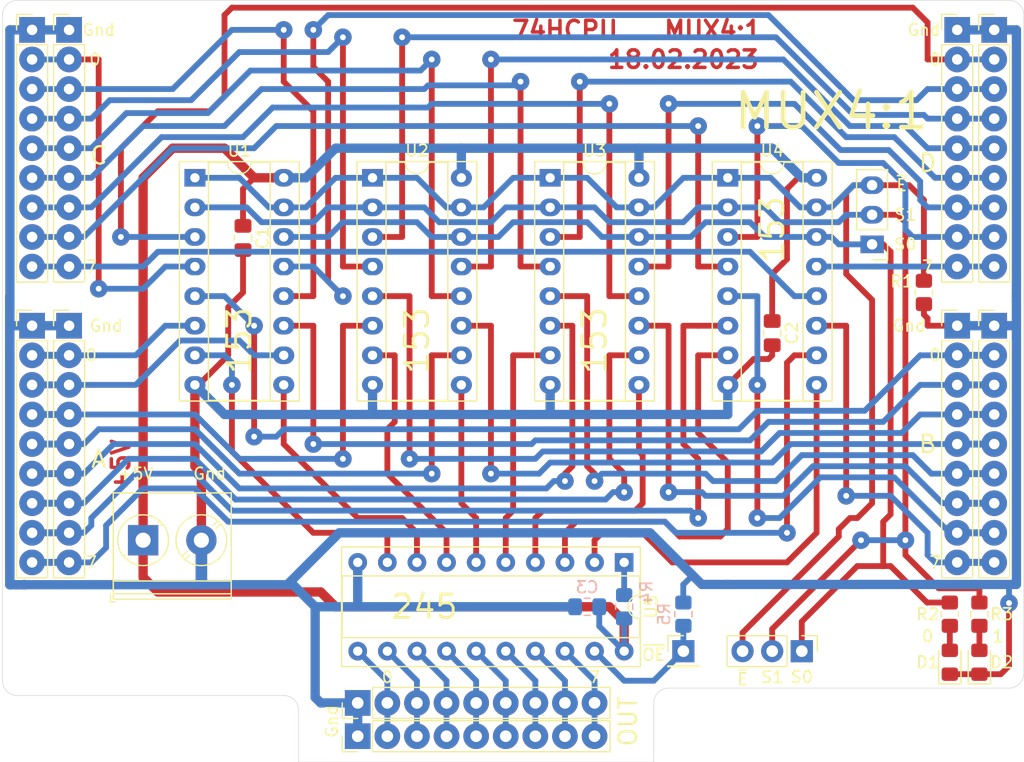
<source format=kicad_pcb>
(kicad_pcb (version 20171130) (host pcbnew "(5.1.8)-1")

  (general
    (thickness 1.6)
    (drawings 55)
    (tracks 605)
    (zones 0)
    (modules 33)
    (nets 58)
  )

  (page A4 portrait)
  (layers
    (0 F.Cu signal)
    (31 B.Cu signal)
    (32 B.Adhes user)
    (33 F.Adhes user)
    (34 B.Paste user)
    (35 F.Paste user)
    (36 B.SilkS user)
    (37 F.SilkS user)
    (38 B.Mask user)
    (39 F.Mask user)
    (40 Dwgs.User user)
    (41 Cmts.User user)
    (42 Eco1.User user)
    (43 Eco2.User user)
    (44 Edge.Cuts user)
    (45 Margin user)
    (46 B.CrtYd user)
    (47 F.CrtYd user)
    (48 B.Fab user)
    (49 F.Fab user)
  )

  (setup
    (last_trace_width 0.8)
    (user_trace_width 0.4)
    (user_trace_width 0.5)
    (user_trace_width 0.6)
    (user_trace_width 0.8)
    (user_trace_width 1)
    (trace_clearance 0.2)
    (zone_clearance 0.508)
    (zone_45_only no)
    (trace_min 0.2)
    (via_size 1.5)
    (via_drill 0.5)
    (via_min_size 0.4)
    (via_min_drill 0.3)
    (user_via 1.5 0.5)
    (uvia_size 0.3)
    (uvia_drill 0.1)
    (uvias_allowed no)
    (uvia_min_size 0.2)
    (uvia_min_drill 0.1)
    (edge_width 0.05)
    (segment_width 0.2)
    (pcb_text_width 0.3)
    (pcb_text_size 1.5 1.5)
    (mod_edge_width 0.12)
    (mod_text_size 1 1)
    (mod_text_width 0.15)
    (pad_size 1.9 1.9)
    (pad_drill 1)
    (pad_to_mask_clearance 0)
    (aux_axis_origin 0 0)
    (visible_elements 7FFFFFFF)
    (pcbplotparams
      (layerselection 0x010f0_ffffffff)
      (usegerberextensions false)
      (usegerberattributes true)
      (usegerberadvancedattributes true)
      (creategerberjobfile false)
      (excludeedgelayer true)
      (linewidth 0.100000)
      (plotframeref false)
      (viasonmask false)
      (mode 1)
      (useauxorigin false)
      (hpglpennumber 1)
      (hpglpenspeed 20)
      (hpglpendiameter 15.000000)
      (psnegative false)
      (psa4output false)
      (plotreference true)
      (plotvalue true)
      (plotinvisibletext false)
      (padsonsilk false)
      (subtractmaskfromsilk false)
      (outputformat 1)
      (mirror false)
      (drillshape 0)
      (scaleselection 1)
      (outputdirectory "gerber/"))
  )

  (net 0 "")
  (net 1 VCC)
  (net 2 GND)
  (net 3 /A0)
  (net 4 /A1)
  (net 5 /A2)
  (net 6 /A3)
  (net 7 /A4)
  (net 8 /A5)
  (net 9 /A6)
  (net 10 /A7)
  (net 11 /B7)
  (net 12 /B6)
  (net 13 /B5)
  (net 14 /B4)
  (net 15 /B3)
  (net 16 /B2)
  (net 17 /B1)
  (net 18 /B0)
  (net 19 /C0)
  (net 20 /C1)
  (net 21 /C2)
  (net 22 /C3)
  (net 23 /C4)
  (net 24 /C5)
  (net 25 /C6)
  (net 26 /C7)
  (net 27 /D7)
  (net 28 /D6)
  (net 29 /D5)
  (net 30 /D4)
  (net 31 /D3)
  (net 32 /D2)
  (net 33 /D1)
  (net 34 /D0)
  (net 35 /O0)
  (net 36 /O1)
  (net 37 /O2)
  (net 38 /O3)
  (net 39 /O4)
  (net 40 /O5)
  (net 41 /O6)
  (net 42 /O7)
  (net 43 /~E)
  (net 44 /S1)
  (net 45 /S0)
  (net 46 "Net-(D1-Pad2)")
  (net 47 "Net-(D2-Pad2)")
  (net 48 /BUS0)
  (net 49 /BUS1)
  (net 50 /BUS2)
  (net 51 /BUS3)
  (net 52 /BUS4)
  (net 53 /BUS5)
  (net 54 /BUS6)
  (net 55 /BUS7)
  (net 56 "Net-(R4-Pad1)")
  (net 57 /~OE)

  (net_class Default "This is the default net class."
    (clearance 0.2)
    (trace_width 0.5)
    (via_dia 1.5)
    (via_drill 0.5)
    (uvia_dia 0.3)
    (uvia_drill 0.1)
    (add_net /A0)
    (add_net /A1)
    (add_net /A2)
    (add_net /A3)
    (add_net /A4)
    (add_net /A5)
    (add_net /A6)
    (add_net /A7)
    (add_net /B0)
    (add_net /B1)
    (add_net /B2)
    (add_net /B3)
    (add_net /B4)
    (add_net /B5)
    (add_net /B6)
    (add_net /B7)
    (add_net /BUS0)
    (add_net /BUS1)
    (add_net /BUS2)
    (add_net /BUS3)
    (add_net /BUS4)
    (add_net /BUS5)
    (add_net /BUS6)
    (add_net /BUS7)
    (add_net /C0)
    (add_net /C1)
    (add_net /C2)
    (add_net /C3)
    (add_net /C4)
    (add_net /C5)
    (add_net /C6)
    (add_net /C7)
    (add_net /D0)
    (add_net /D1)
    (add_net /D2)
    (add_net /D3)
    (add_net /D4)
    (add_net /D5)
    (add_net /D6)
    (add_net /D7)
    (add_net /O0)
    (add_net /O1)
    (add_net /O2)
    (add_net /O3)
    (add_net /O4)
    (add_net /O5)
    (add_net /O6)
    (add_net /O7)
    (add_net /S0)
    (add_net /S1)
    (add_net /~E)
    (add_net /~OE)
    (add_net GND)
    (add_net "Net-(D1-Pad2)")
    (add_net "Net-(D2-Pad2)")
    (add_net "Net-(R4-Pad1)")
    (add_net VCC)
  )

  (module Connector_PinHeader_2.54mm:PinHeader_1x03_P2.54mm_Vertical (layer F.Cu) (tedit 63CEF846) (tstamp 63CF0355)
    (at 139.7 114.3 270)
    (descr "Through hole straight pin header, 1x03, 2.54mm pitch, single row")
    (tags "Through hole pin header THT 1x03 2.54mm single row")
    (path /63CF2007)
    (fp_text reference J14 (at 0 -2.33 90) (layer F.SilkS) hide
      (effects (font (size 1 1) (thickness 0.15)))
    )
    (fp_text value Conn_01x03_Male (at 2.54 2.54 180) (layer F.Fab)
      (effects (font (size 1 1) (thickness 0.15)))
    )
    (fp_line (start 1.8 -1.8) (end -1.8 -1.8) (layer F.CrtYd) (width 0.05))
    (fp_line (start 1.8 6.85) (end 1.8 -1.8) (layer F.CrtYd) (width 0.05))
    (fp_line (start -1.8 6.85) (end 1.8 6.85) (layer F.CrtYd) (width 0.05))
    (fp_line (start -1.8 -1.8) (end -1.8 6.85) (layer F.CrtYd) (width 0.05))
    (fp_line (start -1.33 -1.33) (end 0 -1.33) (layer F.SilkS) (width 0.12))
    (fp_line (start -1.33 0) (end -1.33 -1.33) (layer F.SilkS) (width 0.12))
    (fp_line (start -1.33 1.27) (end 1.33 1.27) (layer F.SilkS) (width 0.12))
    (fp_line (start 1.33 1.27) (end 1.33 6.41) (layer F.SilkS) (width 0.12))
    (fp_line (start -1.33 1.27) (end -1.33 6.41) (layer F.SilkS) (width 0.12))
    (fp_line (start -1.33 6.41) (end 1.33 6.41) (layer F.SilkS) (width 0.12))
    (fp_line (start -1.27 -0.635) (end -0.635 -1.27) (layer F.Fab) (width 0.1))
    (fp_line (start -1.27 6.35) (end -1.27 -0.635) (layer F.Fab) (width 0.1))
    (fp_line (start 1.27 6.35) (end -1.27 6.35) (layer F.Fab) (width 0.1))
    (fp_line (start 1.27 -1.27) (end 1.27 6.35) (layer F.Fab) (width 0.1))
    (fp_line (start -0.635 -1.27) (end 1.27 -1.27) (layer F.Fab) (width 0.1))
    (fp_text user %R (at 0 2.54) (layer F.Fab)
      (effects (font (size 1 1) (thickness 0.15)))
    )
    (pad 3 thru_hole oval (at 0 5.08 270) (size 1.9 1.9) (drill 1) (layers *.Cu *.Mask)
      (net 43 /~E))
    (pad 2 thru_hole oval (at 0 2.54 270) (size 1.9 1.9) (drill 1) (layers *.Cu *.Mask)
      (net 44 /S1))
    (pad 1 thru_hole rect (at 0 0 270) (size 1.9 1.9) (drill 1) (layers *.Cu *.Mask)
      (net 45 /S0))
    (model ${KISYS3DMOD}/Connector_PinHeader_2.54mm.3dshapes/PinHeader_1x03_P2.54mm_Vertical.wrl
      (at (xyz 0 0 0))
      (scale (xyz 1 1 1))
      (rotate (xyz 0 0 0))
    )
  )

  (module MountingHole:MountingHole_3.2mm_M3 (layer F.Cu) (tedit 56D1B4CB) (tstamp 63CDEA70)
    (at 146.05 62.23)
    (descr "Mounting Hole 3.2mm, no annular, M3")
    (tags "mounting hole 3.2mm no annular m3")
    (path /63D8F403)
    (attr virtual)
    (fp_text reference H4 (at -3.81 -1.27) (layer F.SilkS) hide
      (effects (font (size 1 1) (thickness 0.15)))
    )
    (fp_text value MountingHole (at 0 4.2) (layer F.Fab)
      (effects (font (size 1 1) (thickness 0.15)))
    )
    (fp_circle (center 0 0) (end 3.45 0) (layer F.CrtYd) (width 0.05))
    (fp_circle (center 0 0) (end 3.2 0) (layer Cmts.User) (width 0.15))
    (fp_text user %R (at 0.3 0) (layer F.Fab)
      (effects (font (size 1 1) (thickness 0.15)))
    )
    (pad 1 np_thru_hole circle (at 0 0) (size 3.2 3.2) (drill 3.2) (layers *.Cu *.Mask))
  )

  (module Resistor_SMD:R_0805_2012Metric_Pad1.20x1.40mm_HandSolder (layer B.Cu) (tedit 5F68FEEE) (tstamp 63CDD6C9)
    (at 129.54 111.125 270)
    (descr "Resistor SMD 0805 (2012 Metric), square (rectangular) end terminal, IPC_7351 nominal with elongated pad for handsoldering. (Body size source: IPC-SM-782 page 72, https://www.pcb-3d.com/wordpress/wp-content/uploads/ipc-sm-782a_amendment_1_and_2.pdf), generated with kicad-footprint-generator")
    (tags "resistor handsolder")
    (path /63D6F1E6)
    (attr smd)
    (fp_text reference R5 (at 0 1.65 90) (layer B.SilkS)
      (effects (font (size 1 1) (thickness 0.15)) (justify mirror))
    )
    (fp_text value 10k (at 0 -1.65 90) (layer B.Fab)
      (effects (font (size 1 1) (thickness 0.15)) (justify mirror))
    )
    (fp_line (start -1 -0.625) (end -1 0.625) (layer B.Fab) (width 0.1))
    (fp_line (start -1 0.625) (end 1 0.625) (layer B.Fab) (width 0.1))
    (fp_line (start 1 0.625) (end 1 -0.625) (layer B.Fab) (width 0.1))
    (fp_line (start 1 -0.625) (end -1 -0.625) (layer B.Fab) (width 0.1))
    (fp_line (start -0.227064 0.735) (end 0.227064 0.735) (layer B.SilkS) (width 0.12))
    (fp_line (start -0.227064 -0.735) (end 0.227064 -0.735) (layer B.SilkS) (width 0.12))
    (fp_line (start -1.85 -0.95) (end -1.85 0.95) (layer B.CrtYd) (width 0.05))
    (fp_line (start -1.85 0.95) (end 1.85 0.95) (layer B.CrtYd) (width 0.05))
    (fp_line (start 1.85 0.95) (end 1.85 -0.95) (layer B.CrtYd) (width 0.05))
    (fp_line (start 1.85 -0.95) (end -1.85 -0.95) (layer B.CrtYd) (width 0.05))
    (fp_text user %R (at 0 0 90) (layer B.Fab)
      (effects (font (size 0.5 0.5) (thickness 0.08)) (justify mirror))
    )
    (pad 2 smd roundrect (at 1 0 270) (size 1.2 1.4) (layers B.Cu B.Paste B.Mask) (roundrect_rratio 0.208333)
      (net 57 /~OE))
    (pad 1 smd roundrect (at -1 0 270) (size 1.2 1.4) (layers B.Cu B.Paste B.Mask) (roundrect_rratio 0.208333)
      (net 2 GND))
    (model ${KISYS3DMOD}/Resistor_SMD.3dshapes/R_0805_2012Metric.wrl
      (at (xyz 0 0 0))
      (scale (xyz 1 1 1))
      (rotate (xyz 0 0 0))
    )
  )

  (module Connector_PinHeader_2.54mm:PinHeader_1x01_P2.54mm_Vertical (layer F.Cu) (tedit 63CEF84C) (tstamp 63CDD638)
    (at 129.54 114.3)
    (descr "Through hole straight pin header, 1x01, 2.54mm pitch, single row")
    (tags "Through hole pin header THT 1x01 2.54mm single row")
    (path /63D75867)
    (fp_text reference J13 (at 0 -2.33) (layer F.SilkS) hide
      (effects (font (size 1 1) (thickness 0.15)))
    )
    (fp_text value Conn_01x01_Male (at 0 2.33) (layer F.Fab)
      (effects (font (size 1 1) (thickness 0.15)))
    )
    (fp_line (start -0.635 -1.27) (end 1.27 -1.27) (layer F.Fab) (width 0.1))
    (fp_line (start 1.27 -1.27) (end 1.27 1.27) (layer F.Fab) (width 0.1))
    (fp_line (start 1.27 1.27) (end -1.27 1.27) (layer F.Fab) (width 0.1))
    (fp_line (start -1.27 1.27) (end -1.27 -0.635) (layer F.Fab) (width 0.1))
    (fp_line (start -1.27 -0.635) (end -0.635 -1.27) (layer F.Fab) (width 0.1))
    (fp_line (start -1.33 1.33) (end 1.33 1.33) (layer F.SilkS) (width 0.12))
    (fp_line (start -1.33 1.27) (end -1.33 1.33) (layer F.SilkS) (width 0.12))
    (fp_line (start 1.33 1.27) (end 1.33 1.33) (layer F.SilkS) (width 0.12))
    (fp_line (start -1.33 1.27) (end 1.33 1.27) (layer F.SilkS) (width 0.12))
    (fp_line (start -1.33 0) (end -1.33 -1.33) (layer F.SilkS) (width 0.12))
    (fp_line (start -1.33 -1.33) (end 0 -1.33) (layer F.SilkS) (width 0.12))
    (fp_line (start -1.8 -1.8) (end -1.8 1.8) (layer F.CrtYd) (width 0.05))
    (fp_line (start -1.8 1.8) (end 1.8 1.8) (layer F.CrtYd) (width 0.05))
    (fp_line (start 1.8 1.8) (end 1.8 -1.8) (layer F.CrtYd) (width 0.05))
    (fp_line (start 1.8 -1.8) (end -1.8 -1.8) (layer F.CrtYd) (width 0.05))
    (fp_text user %R (at 0 0 90) (layer F.Fab)
      (effects (font (size 1 1) (thickness 0.15)))
    )
    (pad 1 thru_hole rect (at 0 0) (size 1.9 1.9) (drill 1) (layers *.Cu *.Mask)
      (net 57 /~OE))
    (model ${KISYS3DMOD}/Connector_PinHeader_2.54mm.3dshapes/PinHeader_1x01_P2.54mm_Vertical.wrl
      (at (xyz 0 0 0))
      (scale (xyz 1 1 1))
      (rotate (xyz 0 0 0))
    )
  )

  (module Capacitor_SMD:C_0805_2012Metric_Pad1.18x1.45mm_HandSolder (layer B.Cu) (tedit 5F68FEEF) (tstamp 63CDD303)
    (at 121.285 110.49 180)
    (descr "Capacitor SMD 0805 (2012 Metric), square (rectangular) end terminal, IPC_7351 nominal with elongated pad for handsoldering. (Body size source: IPC-SM-782 page 76, https://www.pcb-3d.com/wordpress/wp-content/uploads/ipc-sm-782a_amendment_1_and_2.pdf, https://docs.google.com/spreadsheets/d/1BsfQQcO9C6DZCsRaXUlFlo91Tg2WpOkGARC1WS5S8t0/edit?usp=sharing), generated with kicad-footprint-generator")
    (tags "capacitor handsolder")
    (path /63D6B565)
    (attr smd)
    (fp_text reference C3 (at 0 1.68) (layer B.SilkS)
      (effects (font (size 1 1) (thickness 0.15)) (justify mirror))
    )
    (fp_text value 0.1uF (at 0 -1.68) (layer B.Fab)
      (effects (font (size 1 1) (thickness 0.15)) (justify mirror))
    )
    (fp_line (start -1 -0.625) (end -1 0.625) (layer B.Fab) (width 0.1))
    (fp_line (start -1 0.625) (end 1 0.625) (layer B.Fab) (width 0.1))
    (fp_line (start 1 0.625) (end 1 -0.625) (layer B.Fab) (width 0.1))
    (fp_line (start 1 -0.625) (end -1 -0.625) (layer B.Fab) (width 0.1))
    (fp_line (start -0.261252 0.735) (end 0.261252 0.735) (layer B.SilkS) (width 0.12))
    (fp_line (start -0.261252 -0.735) (end 0.261252 -0.735) (layer B.SilkS) (width 0.12))
    (fp_line (start -1.88 -0.98) (end -1.88 0.98) (layer B.CrtYd) (width 0.05))
    (fp_line (start -1.88 0.98) (end 1.88 0.98) (layer B.CrtYd) (width 0.05))
    (fp_line (start 1.88 0.98) (end 1.88 -0.98) (layer B.CrtYd) (width 0.05))
    (fp_line (start 1.88 -0.98) (end -1.88 -0.98) (layer B.CrtYd) (width 0.05))
    (fp_text user %R (at 0 0) (layer B.Fab)
      (effects (font (size 0.5 0.5) (thickness 0.08)) (justify mirror))
    )
    (pad 2 smd roundrect (at 1.0375 0 180) (size 1.175 1.45) (layers B.Cu B.Paste B.Mask) (roundrect_rratio 0.212766)
      (net 2 GND))
    (pad 1 smd roundrect (at -1.0375 0 180) (size 1.175 1.45) (layers B.Cu B.Paste B.Mask) (roundrect_rratio 0.212766)
      (net 1 VCC))
    (model ${KISYS3DMOD}/Capacitor_SMD.3dshapes/C_0805_2012Metric.wrl
      (at (xyz 0 0 0))
      (scale (xyz 1 1 1))
      (rotate (xyz 0 0 0))
    )
  )

  (module MountingHole:MountingHole_3.2mm_M3 (layer F.Cu) (tedit 56D1B4CB) (tstamp 63CDB9C0)
    (at 83.82 113.665)
    (descr "Mounting Hole 3.2mm, no annular, M3")
    (tags "mounting hole 3.2mm no annular m3")
    (path /63D532DF)
    (attr virtual)
    (fp_text reference H3 (at -5.08 0) (layer F.SilkS) hide
      (effects (font (size 1 1) (thickness 0.15)))
    )
    (fp_text value MountingHole (at 6.35 3.175) (layer F.Fab)
      (effects (font (size 1 1) (thickness 0.15)))
    )
    (fp_circle (center 0 0) (end 3.45 0) (layer F.CrtYd) (width 0.05))
    (fp_circle (center 0 0) (end 3.2 0) (layer Cmts.User) (width 0.15))
    (fp_text user %R (at 0.3 0) (layer F.Fab)
      (effects (font (size 1 1) (thickness 0.15)))
    )
    (pad 1 np_thru_hole circle (at 0 0) (size 3.2 3.2) (drill 3.2) (layers *.Cu *.Mask))
  )

  (module Capacitor_SMD:C_0805_2012Metric_Pad1.18x1.45mm_HandSolder (layer F.Cu) (tedit 5F68FEEF) (tstamp 636EAE16)
    (at 137.16 86.995 270)
    (descr "Capacitor SMD 0805 (2012 Metric), square (rectangular) end terminal, IPC_7351 nominal with elongated pad for handsoldering. (Body size source: IPC-SM-782 page 76, https://www.pcb-3d.com/wordpress/wp-content/uploads/ipc-sm-782a_amendment_1_and_2.pdf, https://docs.google.com/spreadsheets/d/1BsfQQcO9C6DZCsRaXUlFlo91Tg2WpOkGARC1WS5S8t0/edit?usp=sharing), generated with kicad-footprint-generator")
    (tags "capacitor handsolder")
    (path /636F284C)
    (attr smd)
    (fp_text reference C2 (at 0 -1.68 90) (layer F.SilkS)
      (effects (font (size 1 1) (thickness 0.15)))
    )
    (fp_text value 0.1uF (at 0 1.68 90) (layer F.Fab)
      (effects (font (size 1 1) (thickness 0.15)))
    )
    (fp_line (start 1.88 0.98) (end -1.88 0.98) (layer F.CrtYd) (width 0.05))
    (fp_line (start 1.88 -0.98) (end 1.88 0.98) (layer F.CrtYd) (width 0.05))
    (fp_line (start -1.88 -0.98) (end 1.88 -0.98) (layer F.CrtYd) (width 0.05))
    (fp_line (start -1.88 0.98) (end -1.88 -0.98) (layer F.CrtYd) (width 0.05))
    (fp_line (start -0.261252 0.735) (end 0.261252 0.735) (layer F.SilkS) (width 0.12))
    (fp_line (start -0.261252 -0.735) (end 0.261252 -0.735) (layer F.SilkS) (width 0.12))
    (fp_line (start 1 0.625) (end -1 0.625) (layer F.Fab) (width 0.1))
    (fp_line (start 1 -0.625) (end 1 0.625) (layer F.Fab) (width 0.1))
    (fp_line (start -1 -0.625) (end 1 -0.625) (layer F.Fab) (width 0.1))
    (fp_line (start -1 0.625) (end -1 -0.625) (layer F.Fab) (width 0.1))
    (fp_text user %R (at 0 0 90) (layer F.Fab)
      (effects (font (size 0.5 0.5) (thickness 0.08)))
    )
    (pad 2 smd roundrect (at 1.0375 0 270) (size 1.175 1.45) (layers F.Cu F.Paste F.Mask) (roundrect_rratio 0.2127659574468085)
      (net 2 GND))
    (pad 1 smd roundrect (at -1.0375 0 270) (size 1.175 1.45) (layers F.Cu F.Paste F.Mask) (roundrect_rratio 0.2127659574468085)
      (net 1 VCC))
    (model ${KISYS3DMOD}/Capacitor_SMD.3dshapes/C_0805_2012Metric.wrl
      (at (xyz 0 0 0))
      (scale (xyz 1 1 1))
      (rotate (xyz 0 0 0))
    )
  )

  (module Capacitor_SMD:C_0805_2012Metric_Pad1.18x1.45mm_HandSolder (layer F.Cu) (tedit 5F68FEEF) (tstamp 6366E508)
    (at 91.7575 78.825 270)
    (descr "Capacitor SMD 0805 (2012 Metric), square (rectangular) end terminal, IPC_7351 nominal with elongated pad for handsoldering. (Body size source: IPC-SM-782 page 76, https://www.pcb-3d.com/wordpress/wp-content/uploads/ipc-sm-782a_amendment_1_and_2.pdf, https://docs.google.com/spreadsheets/d/1BsfQQcO9C6DZCsRaXUlFlo91Tg2WpOkGARC1WS5S8t0/edit?usp=sharing), generated with kicad-footprint-generator")
    (tags "capacitor handsolder")
    (path /6366F825)
    (attr smd)
    (fp_text reference C1 (at 0 -1.68 90) (layer F.SilkS)
      (effects (font (size 1 1) (thickness 0.15)))
    )
    (fp_text value 0.1uF (at 0 1.68 90) (layer F.Fab)
      (effects (font (size 1 1) (thickness 0.15)))
    )
    (fp_line (start 1.88 0.98) (end -1.88 0.98) (layer F.CrtYd) (width 0.05))
    (fp_line (start 1.88 -0.98) (end 1.88 0.98) (layer F.CrtYd) (width 0.05))
    (fp_line (start -1.88 -0.98) (end 1.88 -0.98) (layer F.CrtYd) (width 0.05))
    (fp_line (start -1.88 0.98) (end -1.88 -0.98) (layer F.CrtYd) (width 0.05))
    (fp_line (start -0.261252 0.735) (end 0.261252 0.735) (layer F.SilkS) (width 0.12))
    (fp_line (start -0.261252 -0.735) (end 0.261252 -0.735) (layer F.SilkS) (width 0.12))
    (fp_line (start 1 0.625) (end -1 0.625) (layer F.Fab) (width 0.1))
    (fp_line (start 1 -0.625) (end 1 0.625) (layer F.Fab) (width 0.1))
    (fp_line (start -1 -0.625) (end 1 -0.625) (layer F.Fab) (width 0.1))
    (fp_line (start -1 0.625) (end -1 -0.625) (layer F.Fab) (width 0.1))
    (fp_text user %R (at 0 0 90) (layer F.Fab)
      (effects (font (size 0.5 0.5) (thickness 0.08)))
    )
    (pad 2 smd roundrect (at 1.0375 0 270) (size 1.175 1.45) (layers F.Cu F.Paste F.Mask) (roundrect_rratio 0.2127659574468085)
      (net 2 GND))
    (pad 1 smd roundrect (at -1.0375 0 270) (size 1.175 1.45) (layers F.Cu F.Paste F.Mask) (roundrect_rratio 0.2127659574468085)
      (net 1 VCC))
    (model ${KISYS3DMOD}/Capacitor_SMD.3dshapes/C_0805_2012Metric.wrl
      (at (xyz 0 0 0))
      (scale (xyz 1 1 1))
      (rotate (xyz 0 0 0))
    )
  )

  (module Connector_PinHeader_2.54mm:PinHeader_1x09_P2.54mm_Vertical (layer F.Cu) (tedit 59FED5CC) (tstamp 6362B059)
    (at 101.6 121.6025 90)
    (descr "Through hole straight pin header, 1x09, 2.54mm pitch, single row")
    (tags "Through hole pin header THT 1x09 2.54mm single row")
    (path /6362CA47)
    (fp_text reference J12 (at 0 -2.33 90) (layer F.SilkS) hide
      (effects (font (size 1 1) (thickness 0.15)))
    )
    (fp_text value Conn_01x09_Male (at 1.5875 9.525 180) (layer F.Fab)
      (effects (font (size 1 1) (thickness 0.15)))
    )
    (fp_line (start 1.8 -1.8) (end -1.8 -1.8) (layer F.CrtYd) (width 0.05))
    (fp_line (start 1.8 22.1) (end 1.8 -1.8) (layer F.CrtYd) (width 0.05))
    (fp_line (start -1.8 22.1) (end 1.8 22.1) (layer F.CrtYd) (width 0.05))
    (fp_line (start -1.8 -1.8) (end -1.8 22.1) (layer F.CrtYd) (width 0.05))
    (fp_line (start -1.33 -1.33) (end 0 -1.33) (layer F.SilkS) (width 0.12))
    (fp_line (start -1.33 0) (end -1.33 -1.33) (layer F.SilkS) (width 0.12))
    (fp_line (start -1.33 1.27) (end 1.33 1.27) (layer F.SilkS) (width 0.12))
    (fp_line (start 1.33 1.27) (end 1.33 21.65) (layer F.SilkS) (width 0.12))
    (fp_line (start -1.33 1.27) (end -1.33 21.65) (layer F.SilkS) (width 0.12))
    (fp_line (start -1.33 21.65) (end 1.33 21.65) (layer F.SilkS) (width 0.12))
    (fp_line (start -1.27 -0.635) (end -0.635 -1.27) (layer F.Fab) (width 0.1))
    (fp_line (start -1.27 21.59) (end -1.27 -0.635) (layer F.Fab) (width 0.1))
    (fp_line (start 1.27 21.59) (end -1.27 21.59) (layer F.Fab) (width 0.1))
    (fp_line (start 1.27 -1.27) (end 1.27 21.59) (layer F.Fab) (width 0.1))
    (fp_line (start -0.635 -1.27) (end 1.27 -1.27) (layer F.Fab) (width 0.1))
    (fp_text user %R (at 0 10.16) (layer F.Fab)
      (effects (font (size 1 1) (thickness 0.15)))
    )
    (pad 9 thru_hole oval (at 0 20.32 90) (size 2.2 2.2) (drill 1) (layers *.Cu *.Mask)
      (net 55 /BUS7))
    (pad 8 thru_hole oval (at 0 17.78 90) (size 2.2 2.2) (drill 1) (layers *.Cu *.Mask)
      (net 54 /BUS6))
    (pad 7 thru_hole oval (at 0 15.24 90) (size 2.2 2.2) (drill 1) (layers *.Cu *.Mask)
      (net 53 /BUS5))
    (pad 6 thru_hole oval (at 0 12.7 90) (size 2.2 2.2) (drill 1) (layers *.Cu *.Mask)
      (net 52 /BUS4))
    (pad 5 thru_hole oval (at 0 10.16 90) (size 2.2 2.2) (drill 1) (layers *.Cu *.Mask)
      (net 51 /BUS3))
    (pad 4 thru_hole oval (at 0 7.62 90) (size 2.2 2.2) (drill 1) (layers *.Cu *.Mask)
      (net 50 /BUS2))
    (pad 3 thru_hole oval (at 0 5.08 90) (size 2.2 2.2) (drill 1) (layers *.Cu *.Mask)
      (net 49 /BUS1))
    (pad 2 thru_hole oval (at 0 2.54 90) (size 2.2 2.2) (drill 1) (layers *.Cu *.Mask)
      (net 48 /BUS0))
    (pad 1 thru_hole rect (at 0 0 90) (size 2.2 2.2) (drill 1) (layers *.Cu *.Mask)
      (net 2 GND))
    (model ${KISYS3DMOD}/Connector_PinHeader_2.54mm.3dshapes/PinHeader_1x09_P2.54mm_Vertical.wrl
      (at (xyz 0 0 0))
      (scale (xyz 1 1 1))
      (rotate (xyz 0 0 0))
    )
  )

  (module Connector_PinHeader_2.54mm:PinHeader_1x09_P2.54mm_Vertical (layer F.Cu) (tedit 59FED5CC) (tstamp 62E2897F)
    (at 156.21 60.96)
    (descr "Through hole straight pin header, 1x09, 2.54mm pitch, single row")
    (tags "Through hole pin header THT 1x09 2.54mm single row")
    (path /62E33219)
    (fp_text reference J11 (at 0 -2.33) (layer F.SilkS) hide
      (effects (font (size 1 1) (thickness 0.15)))
    )
    (fp_text value Conn_01x09_Male (at -1.27 10.16 90) (layer F.Fab)
      (effects (font (size 1 1) (thickness 0.15)))
    )
    (fp_line (start -0.635 -1.27) (end 1.27 -1.27) (layer F.Fab) (width 0.1))
    (fp_line (start 1.27 -1.27) (end 1.27 21.59) (layer F.Fab) (width 0.1))
    (fp_line (start 1.27 21.59) (end -1.27 21.59) (layer F.Fab) (width 0.1))
    (fp_line (start -1.27 21.59) (end -1.27 -0.635) (layer F.Fab) (width 0.1))
    (fp_line (start -1.27 -0.635) (end -0.635 -1.27) (layer F.Fab) (width 0.1))
    (fp_line (start -1.33 21.65) (end 1.33 21.65) (layer F.SilkS) (width 0.12))
    (fp_line (start -1.33 1.27) (end -1.33 21.65) (layer F.SilkS) (width 0.12))
    (fp_line (start 1.33 1.27) (end 1.33 21.65) (layer F.SilkS) (width 0.12))
    (fp_line (start -1.33 1.27) (end 1.33 1.27) (layer F.SilkS) (width 0.12))
    (fp_line (start -1.33 0) (end -1.33 -1.33) (layer F.SilkS) (width 0.12))
    (fp_line (start -1.33 -1.33) (end 0 -1.33) (layer F.SilkS) (width 0.12))
    (fp_line (start -1.8 -1.8) (end -1.8 22.1) (layer F.CrtYd) (width 0.05))
    (fp_line (start -1.8 22.1) (end 1.8 22.1) (layer F.CrtYd) (width 0.05))
    (fp_line (start 1.8 22.1) (end 1.8 -1.8) (layer F.CrtYd) (width 0.05))
    (fp_line (start 1.8 -1.8) (end -1.8 -1.8) (layer F.CrtYd) (width 0.05))
    (fp_text user %R (at 0 10.16 90) (layer F.Fab)
      (effects (font (size 1 1) (thickness 0.15)))
    )
    (pad 9 thru_hole oval (at 0 20.32) (size 2.2 2.2) (drill 0.9) (layers *.Cu *.Mask)
      (net 27 /D7))
    (pad 8 thru_hole oval (at 0 17.78) (size 2.2 2.2) (drill 0.9) (layers *.Cu *.Mask)
      (net 28 /D6))
    (pad 7 thru_hole oval (at 0 15.24) (size 2.2 2.2) (drill 0.9) (layers *.Cu *.Mask)
      (net 29 /D5))
    (pad 6 thru_hole oval (at 0 12.7) (size 2.2 2.2) (drill 0.9) (layers *.Cu *.Mask)
      (net 30 /D4))
    (pad 5 thru_hole oval (at 0 10.16) (size 2.2 2.2) (drill 0.9) (layers *.Cu *.Mask)
      (net 31 /D3))
    (pad 4 thru_hole oval (at 0 7.62) (size 2.2 2.2) (drill 0.9) (layers *.Cu *.Mask)
      (net 32 /D2))
    (pad 3 thru_hole oval (at 0 5.08) (size 2.2 2.2) (drill 0.9) (layers *.Cu *.Mask)
      (net 33 /D1))
    (pad 2 thru_hole oval (at 0 2.54) (size 2.2 2.2) (drill 0.9) (layers *.Cu *.Mask)
      (net 34 /D0))
    (pad 1 thru_hole rect (at 0 0) (size 2.2 2.2) (drill 0.9) (layers *.Cu *.Mask)
      (net 2 GND))
    (model ${KISYS3DMOD}/Connector_PinHeader_2.54mm.3dshapes/PinHeader_1x09_P2.54mm_Vertical.wrl
      (at (xyz 0 0 0))
      (scale (xyz 1 1 1))
      (rotate (xyz 0 0 0))
    )
  )

  (module Connector_PinHeader_2.54mm:PinHeader_1x09_P2.54mm_Vertical (layer F.Cu) (tedit 59FED5CC) (tstamp 62E28962)
    (at 73.66 60.96)
    (descr "Through hole straight pin header, 1x09, 2.54mm pitch, single row")
    (tags "Through hole pin header THT 1x09 2.54mm single row")
    (path /62E33213)
    (fp_text reference J10 (at 5.715 -1.27) (layer F.SilkS) hide
      (effects (font (size 1 1) (thickness 0.15)))
    )
    (fp_text value Conn_01x09_Male (at 1.905 9.525 90) (layer F.Fab)
      (effects (font (size 1 1) (thickness 0.15)))
    )
    (fp_line (start -0.635 -1.27) (end 1.27 -1.27) (layer F.Fab) (width 0.1))
    (fp_line (start 1.27 -1.27) (end 1.27 21.59) (layer F.Fab) (width 0.1))
    (fp_line (start 1.27 21.59) (end -1.27 21.59) (layer F.Fab) (width 0.1))
    (fp_line (start -1.27 21.59) (end -1.27 -0.635) (layer F.Fab) (width 0.1))
    (fp_line (start -1.27 -0.635) (end -0.635 -1.27) (layer F.Fab) (width 0.1))
    (fp_line (start -1.33 21.65) (end 1.33 21.65) (layer F.SilkS) (width 0.12))
    (fp_line (start -1.33 1.27) (end -1.33 21.65) (layer F.SilkS) (width 0.12))
    (fp_line (start 1.33 1.27) (end 1.33 21.65) (layer F.SilkS) (width 0.12))
    (fp_line (start -1.33 1.27) (end 1.33 1.27) (layer F.SilkS) (width 0.12))
    (fp_line (start -1.33 0) (end -1.33 -1.33) (layer F.SilkS) (width 0.12))
    (fp_line (start -1.33 -1.33) (end 0 -1.33) (layer F.SilkS) (width 0.12))
    (fp_line (start -1.8 -1.8) (end -1.8 22.1) (layer F.CrtYd) (width 0.05))
    (fp_line (start -1.8 22.1) (end 1.8 22.1) (layer F.CrtYd) (width 0.05))
    (fp_line (start 1.8 22.1) (end 1.8 -1.8) (layer F.CrtYd) (width 0.05))
    (fp_line (start 1.8 -1.8) (end -1.8 -1.8) (layer F.CrtYd) (width 0.05))
    (fp_text user %R (at 0 10.16 90) (layer F.Fab)
      (effects (font (size 1 1) (thickness 0.15)))
    )
    (pad 9 thru_hole oval (at 0 20.32) (size 2.2 2.2) (drill 0.9) (layers *.Cu *.Mask)
      (net 26 /C7))
    (pad 8 thru_hole oval (at 0 17.78) (size 2.2 2.2) (drill 0.9) (layers *.Cu *.Mask)
      (net 25 /C6))
    (pad 7 thru_hole oval (at 0 15.24) (size 2.2 2.2) (drill 0.9) (layers *.Cu *.Mask)
      (net 24 /C5))
    (pad 6 thru_hole oval (at 0 12.7) (size 2.2 2.2) (drill 0.9) (layers *.Cu *.Mask)
      (net 23 /C4))
    (pad 5 thru_hole oval (at 0 10.16) (size 2.2 2.2) (drill 0.9) (layers *.Cu *.Mask)
      (net 22 /C3))
    (pad 4 thru_hole oval (at 0 7.62) (size 2.2 2.2) (drill 0.9) (layers *.Cu *.Mask)
      (net 21 /C2))
    (pad 3 thru_hole oval (at 0 5.08) (size 2.2 2.2) (drill 0.9) (layers *.Cu *.Mask)
      (net 20 /C1))
    (pad 2 thru_hole oval (at 0 2.54) (size 2.2 2.2) (drill 0.9) (layers *.Cu *.Mask)
      (net 19 /C0))
    (pad 1 thru_hole rect (at 0 0) (size 2.2 2.2) (drill 0.9) (layers *.Cu *.Mask)
      (net 2 GND))
    (model ${KISYS3DMOD}/Connector_PinHeader_2.54mm.3dshapes/PinHeader_1x09_P2.54mm_Vertical.wrl
      (at (xyz 0 0 0))
      (scale (xyz 1 1 1))
      (rotate (xyz 0 0 0))
    )
  )

  (module Connector_PinHeader_2.54mm:PinHeader_1x09_P2.54mm_Vertical (layer F.Cu) (tedit 59FED5CC) (tstamp 62E28945)
    (at 156.21 86.36)
    (descr "Through hole straight pin header, 1x09, 2.54mm pitch, single row")
    (tags "Through hole pin header THT 1x09 2.54mm single row")
    (path /62E3320D)
    (fp_text reference J9 (at 0 -2.33) (layer F.SilkS) hide
      (effects (font (size 1 1) (thickness 0.15)))
    )
    (fp_text value Conn_01x09_Male (at 1.27 10.16 90) (layer F.Fab)
      (effects (font (size 1 1) (thickness 0.15)))
    )
    (fp_line (start -0.635 -1.27) (end 1.27 -1.27) (layer F.Fab) (width 0.1))
    (fp_line (start 1.27 -1.27) (end 1.27 21.59) (layer F.Fab) (width 0.1))
    (fp_line (start 1.27 21.59) (end -1.27 21.59) (layer F.Fab) (width 0.1))
    (fp_line (start -1.27 21.59) (end -1.27 -0.635) (layer F.Fab) (width 0.1))
    (fp_line (start -1.27 -0.635) (end -0.635 -1.27) (layer F.Fab) (width 0.1))
    (fp_line (start -1.33 21.65) (end 1.33 21.65) (layer F.SilkS) (width 0.12))
    (fp_line (start -1.33 1.27) (end -1.33 21.65) (layer F.SilkS) (width 0.12))
    (fp_line (start 1.33 1.27) (end 1.33 21.65) (layer F.SilkS) (width 0.12))
    (fp_line (start -1.33 1.27) (end 1.33 1.27) (layer F.SilkS) (width 0.12))
    (fp_line (start -1.33 0) (end -1.33 -1.33) (layer F.SilkS) (width 0.12))
    (fp_line (start -1.33 -1.33) (end 0 -1.33) (layer F.SilkS) (width 0.12))
    (fp_line (start -1.8 -1.8) (end -1.8 22.1) (layer F.CrtYd) (width 0.05))
    (fp_line (start -1.8 22.1) (end 1.8 22.1) (layer F.CrtYd) (width 0.05))
    (fp_line (start 1.8 22.1) (end 1.8 -1.8) (layer F.CrtYd) (width 0.05))
    (fp_line (start 1.8 -1.8) (end -1.8 -1.8) (layer F.CrtYd) (width 0.05))
    (fp_text user %R (at 0 10.16 90) (layer F.Fab)
      (effects (font (size 1 1) (thickness 0.15)))
    )
    (pad 9 thru_hole oval (at 0 20.32) (size 2.2 2.2) (drill 0.9) (layers *.Cu *.Mask)
      (net 11 /B7))
    (pad 8 thru_hole oval (at 0 17.78) (size 2.2 2.2) (drill 0.9) (layers *.Cu *.Mask)
      (net 12 /B6))
    (pad 7 thru_hole oval (at 0 15.24) (size 2.2 2.2) (drill 0.9) (layers *.Cu *.Mask)
      (net 13 /B5))
    (pad 6 thru_hole oval (at 0 12.7) (size 2.2 2.2) (drill 0.9) (layers *.Cu *.Mask)
      (net 14 /B4))
    (pad 5 thru_hole oval (at 0 10.16) (size 2.2 2.2) (drill 0.9) (layers *.Cu *.Mask)
      (net 15 /B3))
    (pad 4 thru_hole oval (at 0 7.62) (size 2.2 2.2) (drill 0.9) (layers *.Cu *.Mask)
      (net 16 /B2))
    (pad 3 thru_hole oval (at 0 5.08) (size 2.2 2.2) (drill 0.9) (layers *.Cu *.Mask)
      (net 17 /B1))
    (pad 2 thru_hole oval (at 0 2.54) (size 2.2 2.2) (drill 0.9) (layers *.Cu *.Mask)
      (net 18 /B0))
    (pad 1 thru_hole rect (at 0 0) (size 2.2 2.2) (drill 0.9) (layers *.Cu *.Mask)
      (net 2 GND))
    (model ${KISYS3DMOD}/Connector_PinHeader_2.54mm.3dshapes/PinHeader_1x09_P2.54mm_Vertical.wrl
      (at (xyz 0 0 0))
      (scale (xyz 1 1 1))
      (rotate (xyz 0 0 0))
    )
  )

  (module Connector_PinHeader_2.54mm:PinHeader_1x09_P2.54mm_Vertical (layer F.Cu) (tedit 59FED5CC) (tstamp 62E28928)
    (at 73.66 86.36)
    (descr "Through hole straight pin header, 1x09, 2.54mm pitch, single row")
    (tags "Through hole pin header THT 1x09 2.54mm single row")
    (path /62E33207)
    (fp_text reference J8 (at 0 -2.33) (layer F.SilkS) hide
      (effects (font (size 1 1) (thickness 0.15)))
    )
    (fp_text value Conn_01x09_Male (at -1.905 10.16 90) (layer F.Fab)
      (effects (font (size 1 1) (thickness 0.15)))
    )
    (fp_line (start -0.635 -1.27) (end 1.27 -1.27) (layer F.Fab) (width 0.1))
    (fp_line (start 1.27 -1.27) (end 1.27 21.59) (layer F.Fab) (width 0.1))
    (fp_line (start 1.27 21.59) (end -1.27 21.59) (layer F.Fab) (width 0.1))
    (fp_line (start -1.27 21.59) (end -1.27 -0.635) (layer F.Fab) (width 0.1))
    (fp_line (start -1.27 -0.635) (end -0.635 -1.27) (layer F.Fab) (width 0.1))
    (fp_line (start -1.33 21.65) (end 1.33 21.65) (layer F.SilkS) (width 0.12))
    (fp_line (start -1.33 1.27) (end -1.33 21.65) (layer F.SilkS) (width 0.12))
    (fp_line (start 1.33 1.27) (end 1.33 21.65) (layer F.SilkS) (width 0.12))
    (fp_line (start -1.33 1.27) (end 1.33 1.27) (layer F.SilkS) (width 0.12))
    (fp_line (start -1.33 0) (end -1.33 -1.33) (layer F.SilkS) (width 0.12))
    (fp_line (start -1.33 -1.33) (end 0 -1.33) (layer F.SilkS) (width 0.12))
    (fp_line (start -1.8 -1.8) (end -1.8 22.1) (layer F.CrtYd) (width 0.05))
    (fp_line (start -1.8 22.1) (end 1.8 22.1) (layer F.CrtYd) (width 0.05))
    (fp_line (start 1.8 22.1) (end 1.8 -1.8) (layer F.CrtYd) (width 0.05))
    (fp_line (start 1.8 -1.8) (end -1.8 -1.8) (layer F.CrtYd) (width 0.05))
    (fp_text user %R (at 0 10.16 90) (layer F.Fab)
      (effects (font (size 1 1) (thickness 0.15)))
    )
    (pad 9 thru_hole oval (at 0 20.32) (size 2.2 2.2) (drill 0.9) (layers *.Cu *.Mask)
      (net 10 /A7))
    (pad 8 thru_hole oval (at 0 17.78) (size 2.2 2.2) (drill 0.9) (layers *.Cu *.Mask)
      (net 9 /A6))
    (pad 7 thru_hole oval (at 0 15.24) (size 2.2 2.2) (drill 0.9) (layers *.Cu *.Mask)
      (net 8 /A5))
    (pad 6 thru_hole oval (at 0 12.7) (size 2.2 2.2) (drill 0.9) (layers *.Cu *.Mask)
      (net 7 /A4))
    (pad 5 thru_hole oval (at 0 10.16) (size 2.2 2.2) (drill 0.9) (layers *.Cu *.Mask)
      (net 6 /A3))
    (pad 4 thru_hole oval (at 0 7.62) (size 2.2 2.2) (drill 0.9) (layers *.Cu *.Mask)
      (net 5 /A2))
    (pad 3 thru_hole oval (at 0 5.08) (size 2.2 2.2) (drill 0.9) (layers *.Cu *.Mask)
      (net 4 /A1))
    (pad 2 thru_hole oval (at 0 2.54) (size 2.2 2.2) (drill 0.9) (layers *.Cu *.Mask)
      (net 3 /A0))
    (pad 1 thru_hole rect (at 0 0) (size 2.2 2.2) (drill 0.9) (layers *.Cu *.Mask)
      (net 2 GND))
    (model ${KISYS3DMOD}/Connector_PinHeader_2.54mm.3dshapes/PinHeader_1x09_P2.54mm_Vertical.wrl
      (at (xyz 0 0 0))
      (scale (xyz 1 1 1))
      (rotate (xyz 0 0 0))
    )
  )

  (module Package_DIP:DIP-16_W7.62mm_Socket (layer F.Cu) (tedit 5A02E8C5) (tstamp 62E17A5C)
    (at 102.87 73.66)
    (descr "16-lead though-hole mounted DIP package, row spacing 7.62 mm (300 mils), Socket")
    (tags "THT DIP DIL PDIP 2.54mm 7.62mm 300mil Socket")
    (path /62E122CC)
    (fp_text reference U2 (at 3.81 -2.33) (layer F.SilkS)
      (effects (font (size 1 1) (thickness 0.15)))
    )
    (fp_text value 74LS153 (at 3.81 20.11) (layer F.Fab)
      (effects (font (size 1 1) (thickness 0.15)))
    )
    (fp_line (start 9.15 -1.6) (end -1.55 -1.6) (layer F.CrtYd) (width 0.05))
    (fp_line (start 9.15 19.4) (end 9.15 -1.6) (layer F.CrtYd) (width 0.05))
    (fp_line (start -1.55 19.4) (end 9.15 19.4) (layer F.CrtYd) (width 0.05))
    (fp_line (start -1.55 -1.6) (end -1.55 19.4) (layer F.CrtYd) (width 0.05))
    (fp_line (start 8.95 -1.39) (end -1.33 -1.39) (layer F.SilkS) (width 0.12))
    (fp_line (start 8.95 19.17) (end 8.95 -1.39) (layer F.SilkS) (width 0.12))
    (fp_line (start -1.33 19.17) (end 8.95 19.17) (layer F.SilkS) (width 0.12))
    (fp_line (start -1.33 -1.39) (end -1.33 19.17) (layer F.SilkS) (width 0.12))
    (fp_line (start 6.46 -1.33) (end 4.81 -1.33) (layer F.SilkS) (width 0.12))
    (fp_line (start 6.46 19.11) (end 6.46 -1.33) (layer F.SilkS) (width 0.12))
    (fp_line (start 1.16 19.11) (end 6.46 19.11) (layer F.SilkS) (width 0.12))
    (fp_line (start 1.16 -1.33) (end 1.16 19.11) (layer F.SilkS) (width 0.12))
    (fp_line (start 2.81 -1.33) (end 1.16 -1.33) (layer F.SilkS) (width 0.12))
    (fp_line (start 8.89 -1.33) (end -1.27 -1.33) (layer F.Fab) (width 0.1))
    (fp_line (start 8.89 19.11) (end 8.89 -1.33) (layer F.Fab) (width 0.1))
    (fp_line (start -1.27 19.11) (end 8.89 19.11) (layer F.Fab) (width 0.1))
    (fp_line (start -1.27 -1.33) (end -1.27 19.11) (layer F.Fab) (width 0.1))
    (fp_line (start 0.635 -0.27) (end 1.635 -1.27) (layer F.Fab) (width 0.1))
    (fp_line (start 0.635 19.05) (end 0.635 -0.27) (layer F.Fab) (width 0.1))
    (fp_line (start 6.985 19.05) (end 0.635 19.05) (layer F.Fab) (width 0.1))
    (fp_line (start 6.985 -1.27) (end 6.985 19.05) (layer F.Fab) (width 0.1))
    (fp_line (start 1.635 -1.27) (end 6.985 -1.27) (layer F.Fab) (width 0.1))
    (fp_text user %R (at 3.81 8.89) (layer F.Fab)
      (effects (font (size 1 1) (thickness 0.15)))
    )
    (fp_arc (start 3.81 -1.33) (end 2.81 -1.33) (angle -180) (layer F.SilkS) (width 0.12))
    (pad 16 thru_hole oval (at 7.62 0) (size 1.8 1.5) (drill 0.8) (layers *.Cu *.Mask)
      (net 1 VCC))
    (pad 8 thru_hole oval (at 0 17.78) (size 1.8 1.5) (drill 0.8) (layers *.Cu *.Mask)
      (net 2 GND))
    (pad 15 thru_hole oval (at 7.62 2.54) (size 1.8 1.5) (drill 0.8) (layers *.Cu *.Mask)
      (net 43 /~E))
    (pad 7 thru_hole oval (at 0 15.24) (size 1.8 1.5) (drill 0.8) (layers *.Cu *.Mask)
      (net 37 /O2))
    (pad 14 thru_hole oval (at 7.62 5.08) (size 1.8 1.5) (drill 0.8) (layers *.Cu *.Mask)
      (net 45 /S0))
    (pad 6 thru_hole oval (at 0 12.7) (size 1.8 1.5) (drill 0.8) (layers *.Cu *.Mask)
      (net 5 /A2))
    (pad 13 thru_hole oval (at 7.62 7.62) (size 1.8 1.5) (drill 0.8) (layers *.Cu *.Mask)
      (net 31 /D3))
    (pad 5 thru_hole oval (at 0 10.16) (size 1.8 1.5) (drill 0.8) (layers *.Cu *.Mask)
      (net 16 /B2))
    (pad 12 thru_hole oval (at 7.62 10.16) (size 1.8 1.5) (drill 0.8) (layers *.Cu *.Mask)
      (net 22 /C3))
    (pad 4 thru_hole oval (at 0 7.62) (size 1.8 1.5) (drill 0.8) (layers *.Cu *.Mask)
      (net 21 /C2))
    (pad 11 thru_hole oval (at 7.62 12.7) (size 1.8 1.5) (drill 0.8) (layers *.Cu *.Mask)
      (net 15 /B3))
    (pad 3 thru_hole oval (at 0 5.08) (size 1.8 1.5) (drill 0.8) (layers *.Cu *.Mask)
      (net 32 /D2))
    (pad 10 thru_hole oval (at 7.62 15.24) (size 1.8 1.5) (drill 0.8) (layers *.Cu *.Mask)
      (net 6 /A3))
    (pad 2 thru_hole oval (at 0 2.54) (size 1.8 1.5) (drill 0.8) (layers *.Cu *.Mask)
      (net 44 /S1))
    (pad 9 thru_hole oval (at 7.62 17.78) (size 1.8 1.5) (drill 0.8) (layers *.Cu *.Mask)
      (net 38 /O3))
    (pad 1 thru_hole rect (at 0 0) (size 1.8 1.5) (drill 0.8) (layers *.Cu *.Mask)
      (net 43 /~E))
    (model ${KISYS3DMOD}/Package_DIP.3dshapes/DIP-16_W7.62mm_Socket.wrl
      (at (xyz 0 0 0))
      (scale (xyz 1 1 1))
      (rotate (xyz 0 0 0))
    )
  )

  (module Resistor_SMD:R_0805_2012Metric_Pad1.20x1.40mm_HandSolder (layer F.Cu) (tedit 5F68FEEE) (tstamp 62E187BA)
    (at 150.1775 83.5025 270)
    (descr "Resistor SMD 0805 (2012 Metric), square (rectangular) end terminal, IPC_7351 nominal with elongated pad for handsoldering. (Body size source: IPC-SM-782 page 72, https://www.pcb-3d.com/wordpress/wp-content/uploads/ipc-sm-782a_amendment_1_and_2.pdf), generated with kicad-footprint-generator")
    (tags "resistor handsolder")
    (path /62E1F3C7)
    (attr smd)
    (fp_text reference R1 (at -0.9525 1.905) (layer F.SilkS)
      (effects (font (size 1 1) (thickness 0.15)))
    )
    (fp_text value 10k (at 0 1.65 270) (layer F.Fab)
      (effects (font (size 1 1) (thickness 0.15)))
    )
    (fp_line (start -1 0.625) (end -1 -0.625) (layer F.Fab) (width 0.1))
    (fp_line (start -1 -0.625) (end 1 -0.625) (layer F.Fab) (width 0.1))
    (fp_line (start 1 -0.625) (end 1 0.625) (layer F.Fab) (width 0.1))
    (fp_line (start 1 0.625) (end -1 0.625) (layer F.Fab) (width 0.1))
    (fp_line (start -0.227064 -0.735) (end 0.227064 -0.735) (layer F.SilkS) (width 0.12))
    (fp_line (start -0.227064 0.735) (end 0.227064 0.735) (layer F.SilkS) (width 0.12))
    (fp_line (start -1.85 0.95) (end -1.85 -0.95) (layer F.CrtYd) (width 0.05))
    (fp_line (start -1.85 -0.95) (end 1.85 -0.95) (layer F.CrtYd) (width 0.05))
    (fp_line (start 1.85 -0.95) (end 1.85 0.95) (layer F.CrtYd) (width 0.05))
    (fp_line (start 1.85 0.95) (end -1.85 0.95) (layer F.CrtYd) (width 0.05))
    (fp_text user %R (at 0 0 270) (layer F.Fab)
      (effects (font (size 0.5 0.5) (thickness 0.08)))
    )
    (pad 2 smd roundrect (at 1 0 270) (size 1.2 1.4) (layers F.Cu F.Paste F.Mask) (roundrect_rratio 0.2083325)
      (net 2 GND))
    (pad 1 smd roundrect (at -1 0 270) (size 1.2 1.4) (layers F.Cu F.Paste F.Mask) (roundrect_rratio 0.2083325)
      (net 43 /~E))
    (model ${KISYS3DMOD}/Resistor_SMD.3dshapes/R_0805_2012Metric.wrl
      (at (xyz 0 0 0))
      (scale (xyz 1 1 1))
      (rotate (xyz 0 0 0))
    )
  )

  (module Connector_PinHeader_2.54mm:PinHeader_1x03_P2.54mm_Vertical (layer F.Cu) (tedit 59FED5CC) (tstamp 62E187A9)
    (at 145.7325 79.375 180)
    (descr "Through hole straight pin header, 1x03, 2.54mm pitch, single row")
    (tags "Through hole pin header THT 1x03 2.54mm single row")
    (path /62E1D5C5)
    (fp_text reference J7 (at 0 -2.33) (layer F.SilkS) hide
      (effects (font (size 1 1) (thickness 0.15)))
    )
    (fp_text value Conn_01x03_Male (at 0 7.41) (layer F.Fab)
      (effects (font (size 1 1) (thickness 0.15)))
    )
    (fp_line (start -0.635 -1.27) (end 1.27 -1.27) (layer F.Fab) (width 0.1))
    (fp_line (start 1.27 -1.27) (end 1.27 6.35) (layer F.Fab) (width 0.1))
    (fp_line (start 1.27 6.35) (end -1.27 6.35) (layer F.Fab) (width 0.1))
    (fp_line (start -1.27 6.35) (end -1.27 -0.635) (layer F.Fab) (width 0.1))
    (fp_line (start -1.27 -0.635) (end -0.635 -1.27) (layer F.Fab) (width 0.1))
    (fp_line (start -1.33 6.41) (end 1.33 6.41) (layer F.SilkS) (width 0.12))
    (fp_line (start -1.33 1.27) (end -1.33 6.41) (layer F.SilkS) (width 0.12))
    (fp_line (start 1.33 1.27) (end 1.33 6.41) (layer F.SilkS) (width 0.12))
    (fp_line (start -1.33 1.27) (end 1.33 1.27) (layer F.SilkS) (width 0.12))
    (fp_line (start -1.33 0) (end -1.33 -1.33) (layer F.SilkS) (width 0.12))
    (fp_line (start -1.33 -1.33) (end 0 -1.33) (layer F.SilkS) (width 0.12))
    (fp_line (start -1.8 -1.8) (end -1.8 6.85) (layer F.CrtYd) (width 0.05))
    (fp_line (start -1.8 6.85) (end 1.8 6.85) (layer F.CrtYd) (width 0.05))
    (fp_line (start 1.8 6.85) (end 1.8 -1.8) (layer F.CrtYd) (width 0.05))
    (fp_line (start 1.8 -1.8) (end -1.8 -1.8) (layer F.CrtYd) (width 0.05))
    (fp_text user %R (at 0 2.54 90) (layer F.Fab)
      (effects (font (size 1 1) (thickness 0.15)))
    )
    (pad 3 thru_hole oval (at 0 5.08 180) (size 2 1.5) (drill 0.9) (layers *.Cu *.Mask)
      (net 43 /~E))
    (pad 2 thru_hole oval (at 0 2.54 180) (size 2 1.5) (drill 0.9) (layers *.Cu *.Mask)
      (net 44 /S1))
    (pad 1 thru_hole rect (at 0 0 180) (size 2 1.5) (drill 0.9) (layers *.Cu *.Mask)
      (net 45 /S0))
    (model ${KISYS3DMOD}/Connector_PinHeader_2.54mm.3dshapes/PinHeader_1x03_P2.54mm_Vertical.wrl
      (at (xyz 0 0 0))
      (scale (xyz 1 1 1))
      (rotate (xyz 0 0 0))
    )
  )

  (module MountingHole:MountingHole_3.2mm_M3 (layer F.Cu) (tedit 56D1B4CB) (tstamp 62E1859D)
    (at 83.82 62.23)
    (descr "Mounting Hole 3.2mm, no annular, M3")
    (tags "mounting hole 3.2mm no annular m3")
    (path /62E202A1)
    (attr virtual)
    (fp_text reference H1 (at 2.54 -2.54) (layer F.SilkS) hide
      (effects (font (size 1 1) (thickness 0.15)))
    )
    (fp_text value MountingHole (at 0 4.2) (layer F.Fab)
      (effects (font (size 1 1) (thickness 0.15)))
    )
    (fp_circle (center 0 0) (end 3.2 0) (layer Cmts.User) (width 0.15))
    (fp_circle (center 0 0) (end 3.45 0) (layer F.CrtYd) (width 0.05))
    (fp_text user %R (at 0.3 0) (layer F.Fab)
      (effects (font (size 1 1) (thickness 0.15)))
    )
    (pad 1 np_thru_hole circle (at 0 0) (size 3.2 3.2) (drill 3.2) (layers *.Cu *.Mask))
  )

  (module MountingHole:MountingHole_3.2mm_M3 (layer F.Cu) (tedit 56D1B4CB) (tstamp 62E17939)
    (at 146.05 113.665)
    (descr "Mounting Hole 3.2mm, no annular, M3")
    (tags "mounting hole 3.2mm no annular m3")
    (path /62E20901)
    (attr virtual)
    (fp_text reference H2 (at 0 -4.2) (layer F.SilkS) hide
      (effects (font (size 1 1) (thickness 0.15)))
    )
    (fp_text value MountingHole (at 0 2.54) (layer F.Fab)
      (effects (font (size 1 1) (thickness 0.15)))
    )
    (fp_circle (center 0 0) (end 3.45 0) (layer F.CrtYd) (width 0.05))
    (fp_circle (center 0 0) (end 3.2 0) (layer Cmts.User) (width 0.15))
    (fp_text user %R (at 0.3 0) (layer F.Fab)
      (effects (font (size 1 1) (thickness 0.15)))
    )
    (pad 1 np_thru_hole circle (at 0 0) (size 3.2 3.2) (drill 3.2) (layers *.Cu *.Mask))
  )

  (module TerminalBlock_Phoenix:TerminalBlock_Phoenix_PT-1,5-2-5.0-H_1x02_P5.00mm_Horizontal (layer F.Cu) (tedit 62E12323) (tstamp 62E182FD)
    (at 83.185 104.775)
    (descr "Terminal Block Phoenix PT-1,5-2-5.0-H, 2 pins, pitch 5mm, size 10x9mm^2, drill diamater 1.3mm, pad diameter 2.6mm, see http://www.mouser.com/ds/2/324/ItemDetail_1935161-922578.pdf, script-generated using https://github.com/pointhi/kicad-footprint-generator/scripts/TerminalBlock_Phoenix")
    (tags "THT Terminal Block Phoenix PT-1,5-2-5.0-H pitch 5mm size 10x9mm^2 drill 1.3mm pad 2.6mm")
    (path /62E1EF2D)
    (fp_text reference J1 (at 2.5 -5.06) (layer F.SilkS) hide
      (effects (font (size 1 1) (thickness 0.15)))
    )
    (fp_text value Screw_Terminal_01x02 (at 3.175 2.8575) (layer F.Fab)
      (effects (font (size 1 1) (thickness 0.15)))
    )
    (fp_circle (center 0 0) (end 2 0) (layer F.Fab) (width 0.1))
    (fp_circle (center 0 0) (end 2.18 0) (layer F.SilkS) (width 0.12))
    (fp_circle (center 5 0) (end 7 0) (layer F.Fab) (width 0.1))
    (fp_circle (center 5 0) (end 7.18 0) (layer F.SilkS) (width 0.12))
    (fp_line (start -2.5 -4) (end 7.5 -4) (layer F.Fab) (width 0.1))
    (fp_line (start 7.5 -4) (end 7.5 5) (layer F.Fab) (width 0.1))
    (fp_line (start 7.5 5) (end -2.1 5) (layer F.Fab) (width 0.1))
    (fp_line (start -2.1 5) (end -2.5 4.6) (layer F.Fab) (width 0.1))
    (fp_line (start -2.5 4.6) (end -2.5 -4) (layer F.Fab) (width 0.1))
    (fp_line (start -2.5 4.6) (end 7.5 4.6) (layer F.Fab) (width 0.1))
    (fp_line (start -2.56 4.6) (end 7.56 4.6) (layer F.SilkS) (width 0.12))
    (fp_line (start -2.5 3.5) (end 7.5 3.5) (layer F.Fab) (width 0.1))
    (fp_line (start -2.56 3.5) (end 7.56 3.5) (layer F.SilkS) (width 0.12))
    (fp_line (start -2.56 -4.06) (end 7.56 -4.06) (layer F.SilkS) (width 0.12))
    (fp_line (start -2.56 5.06) (end 7.56 5.06) (layer F.SilkS) (width 0.12))
    (fp_line (start -2.56 -4.06) (end -2.56 5.06) (layer F.SilkS) (width 0.12))
    (fp_line (start 7.56 -4.06) (end 7.56 5.06) (layer F.SilkS) (width 0.12))
    (fp_line (start 1.517 -1.273) (end -1.273 1.517) (layer F.Fab) (width 0.1))
    (fp_line (start 1.273 -1.517) (end -1.517 1.273) (layer F.Fab) (width 0.1))
    (fp_line (start 1.654 -1.388) (end 1.547 -1.281) (layer F.SilkS) (width 0.12))
    (fp_line (start -1.282 1.547) (end -1.388 1.654) (layer F.SilkS) (width 0.12))
    (fp_line (start 1.388 -1.654) (end 1.281 -1.547) (layer F.SilkS) (width 0.12))
    (fp_line (start -1.548 1.281) (end -1.654 1.388) (layer F.SilkS) (width 0.12))
    (fp_line (start 6.517 -1.273) (end 3.728 1.517) (layer F.Fab) (width 0.1))
    (fp_line (start 6.273 -1.517) (end 3.484 1.273) (layer F.Fab) (width 0.1))
    (fp_line (start 6.654 -1.388) (end 6.259 -0.992) (layer F.SilkS) (width 0.12))
    (fp_line (start 3.993 1.274) (end 3.613 1.654) (layer F.SilkS) (width 0.12))
    (fp_line (start 6.388 -1.654) (end 6.008 -1.274) (layer F.SilkS) (width 0.12))
    (fp_line (start 3.742 0.992) (end 3.347 1.388) (layer F.SilkS) (width 0.12))
    (fp_line (start -2.8 4.66) (end -2.8 5.3) (layer F.SilkS) (width 0.12))
    (fp_line (start -2.8 5.3) (end -2.4 5.3) (layer F.SilkS) (width 0.12))
    (fp_line (start -3 -4.5) (end -3 5.5) (layer F.CrtYd) (width 0.05))
    (fp_line (start -3 5.5) (end 8 5.5) (layer F.CrtYd) (width 0.05))
    (fp_line (start 8 5.5) (end 8 -4.5) (layer F.CrtYd) (width 0.05))
    (fp_line (start 8 -4.5) (end -3 -4.5) (layer F.CrtYd) (width 0.05))
    (fp_text user %R (at 2.5 2.9) (layer F.Fab)
      (effects (font (size 1 1) (thickness 0.15)))
    )
    (pad 1 thru_hole rect (at 0 0) (size 2.6 2.6) (drill 1.3) (layers *.Cu *.Mask)
      (net 1 VCC))
    (pad 2 thru_hole circle (at 5 0) (size 2.6 2.6) (drill 1.3) (layers *.Cu *.Mask)
      (net 2 GND))
    (model ${KISYS3DMOD}/TerminalBlock_Phoenix.3dshapes/TerminalBlock_Phoenix_PT-1,5-2-5.0-H_1x02_P5.00mm_Horizontal.wrl
      (at (xyz 0 0 0))
      (scale (xyz 1 1 1))
      (rotate (xyz 0 0 0))
    )
  )

  (module Connector_PinHeader_2.54mm:PinHeader_1x09_P2.54mm_Vertical (layer F.Cu) (tedit 59FED5CC) (tstamp 62E17990)
    (at 76.835 86.36)
    (descr "Through hole straight pin header, 1x09, 2.54mm pitch, single row")
    (tags "Through hole pin header THT 1x09 2.54mm single row")
    (path /62E15B39)
    (fp_text reference J2 (at 2.54 0) (layer F.SilkS) hide
      (effects (font (size 1 1) (thickness 0.15)))
    )
    (fp_text value Conn_01x09_Male (at 2.54 13.97 90) (layer F.Fab)
      (effects (font (size 1 1) (thickness 0.15)))
    )
    (fp_line (start -0.635 -1.27) (end 1.27 -1.27) (layer F.Fab) (width 0.1))
    (fp_line (start 1.27 -1.27) (end 1.27 21.59) (layer F.Fab) (width 0.1))
    (fp_line (start 1.27 21.59) (end -1.27 21.59) (layer F.Fab) (width 0.1))
    (fp_line (start -1.27 21.59) (end -1.27 -0.635) (layer F.Fab) (width 0.1))
    (fp_line (start -1.27 -0.635) (end -0.635 -1.27) (layer F.Fab) (width 0.1))
    (fp_line (start -1.33 21.65) (end 1.33 21.65) (layer F.SilkS) (width 0.12))
    (fp_line (start -1.33 1.27) (end -1.33 21.65) (layer F.SilkS) (width 0.12))
    (fp_line (start 1.33 1.27) (end 1.33 21.65) (layer F.SilkS) (width 0.12))
    (fp_line (start -1.33 1.27) (end 1.33 1.27) (layer F.SilkS) (width 0.12))
    (fp_line (start -1.33 0) (end -1.33 -1.33) (layer F.SilkS) (width 0.12))
    (fp_line (start -1.33 -1.33) (end 0 -1.33) (layer F.SilkS) (width 0.12))
    (fp_line (start -1.8 -1.8) (end -1.8 22.1) (layer F.CrtYd) (width 0.05))
    (fp_line (start -1.8 22.1) (end 1.8 22.1) (layer F.CrtYd) (width 0.05))
    (fp_line (start 1.8 22.1) (end 1.8 -1.8) (layer F.CrtYd) (width 0.05))
    (fp_line (start 1.8 -1.8) (end -1.8 -1.8) (layer F.CrtYd) (width 0.05))
    (fp_text user %R (at 0 10.16 90) (layer F.Fab)
      (effects (font (size 1 1) (thickness 0.15)))
    )
    (pad 1 thru_hole rect (at 0 0) (size 2.2 2.2) (drill 0.9) (layers *.Cu *.Mask)
      (net 2 GND))
    (pad 2 thru_hole oval (at 0 2.54) (size 2.2 2.2) (drill 0.9) (layers *.Cu *.Mask)
      (net 3 /A0))
    (pad 3 thru_hole oval (at 0 5.08) (size 2.2 2.2) (drill 0.9) (layers *.Cu *.Mask)
      (net 4 /A1))
    (pad 4 thru_hole oval (at 0 7.62) (size 2.2 2.2) (drill 0.9) (layers *.Cu *.Mask)
      (net 5 /A2))
    (pad 5 thru_hole oval (at 0 10.16) (size 2.2 2.2) (drill 0.9) (layers *.Cu *.Mask)
      (net 6 /A3))
    (pad 6 thru_hole oval (at 0 12.7) (size 2.2 2.2) (drill 0.9) (layers *.Cu *.Mask)
      (net 7 /A4))
    (pad 7 thru_hole oval (at 0 15.24) (size 2.2 2.2) (drill 0.9) (layers *.Cu *.Mask)
      (net 8 /A5))
    (pad 8 thru_hole oval (at 0 17.78) (size 2.2 2.2) (drill 0.9) (layers *.Cu *.Mask)
      (net 9 /A6))
    (pad 9 thru_hole oval (at 0 20.32) (size 2.2 2.2) (drill 0.9) (layers *.Cu *.Mask)
      (net 10 /A7))
    (model ${KISYS3DMOD}/Connector_PinHeader_2.54mm.3dshapes/PinHeader_1x09_P2.54mm_Vertical.wrl
      (at (xyz 0 0 0))
      (scale (xyz 1 1 1))
      (rotate (xyz 0 0 0))
    )
  )

  (module Connector_PinHeader_2.54mm:PinHeader_1x09_P2.54mm_Vertical (layer F.Cu) (tedit 62E14758) (tstamp 62E179AD)
    (at 153.035 86.36)
    (descr "Through hole straight pin header, 1x09, 2.54mm pitch, single row")
    (tags "Through hole pin header THT 1x09 2.54mm single row")
    (path /62E1692B)
    (fp_text reference J3 (at -2.54 0) (layer F.SilkS) hide
      (effects (font (size 1 1) (thickness 0.15)))
    )
    (fp_text value Conn_01x09_Male (at -2.54 10.16 90) (layer F.Fab)
      (effects (font (size 1 1) (thickness 0.15)))
    )
    (fp_line (start 1.8 -1.8) (end -1.8 -1.8) (layer F.CrtYd) (width 0.05))
    (fp_line (start 1.8 22.1) (end 1.8 -1.8) (layer F.CrtYd) (width 0.05))
    (fp_line (start -1.8 22.1) (end 1.8 22.1) (layer F.CrtYd) (width 0.05))
    (fp_line (start -1.8 -1.8) (end -1.8 22.1) (layer F.CrtYd) (width 0.05))
    (fp_line (start -1.33 -1.33) (end 0 -1.33) (layer F.SilkS) (width 0.12))
    (fp_line (start -1.33 0) (end -1.33 -1.33) (layer F.SilkS) (width 0.12))
    (fp_line (start -1.33 1.27) (end 1.33 1.27) (layer F.SilkS) (width 0.12))
    (fp_line (start 1.33 1.27) (end 1.33 21.65) (layer F.SilkS) (width 0.12))
    (fp_line (start -1.33 1.27) (end -1.33 21.65) (layer F.SilkS) (width 0.12))
    (fp_line (start -1.33 21.65) (end 1.33 21.65) (layer F.SilkS) (width 0.12))
    (fp_line (start -1.27 -0.635) (end -0.635 -1.27) (layer F.Fab) (width 0.1))
    (fp_line (start -1.27 21.59) (end -1.27 -0.635) (layer F.Fab) (width 0.1))
    (fp_line (start 1.27 21.59) (end -1.27 21.59) (layer F.Fab) (width 0.1))
    (fp_line (start 1.27 -1.27) (end 1.27 21.59) (layer F.Fab) (width 0.1))
    (fp_line (start -0.635 -1.27) (end 1.27 -1.27) (layer F.Fab) (width 0.1))
    (fp_text user %R (at 0 10.16 90) (layer F.Fab)
      (effects (font (size 1 1) (thickness 0.15)))
    )
    (pad 9 thru_hole oval (at 0 20.32) (size 2.2 2.2) (drill 0.9) (layers *.Cu *.Mask)
      (net 11 /B7))
    (pad 8 thru_hole oval (at 0 17.78) (size 2.2 2.2) (drill 0.9) (layers *.Cu *.Mask)
      (net 12 /B6))
    (pad 7 thru_hole oval (at 0 15.24) (size 2.2 2.2) (drill 0.9) (layers *.Cu *.Mask)
      (net 13 /B5))
    (pad 6 thru_hole oval (at 0 12.7) (size 2.2 2.2) (drill 0.9) (layers *.Cu *.Mask)
      (net 14 /B4))
    (pad 5 thru_hole oval (at 0 10.16) (size 2.2 2.2) (drill 0.9) (layers *.Cu *.Mask)
      (net 15 /B3))
    (pad 4 thru_hole oval (at 0 7.62) (size 2.2 2.2) (drill 0.9) (layers *.Cu *.Mask)
      (net 16 /B2))
    (pad 3 thru_hole oval (at 0 5.08) (size 2.2 2.2) (drill 0.9) (layers *.Cu *.Mask)
      (net 17 /B1))
    (pad 2 thru_hole oval (at 0 2.54) (size 2.2 2.2) (drill 0.9) (layers *.Cu *.Mask)
      (net 18 /B0))
    (pad 1 thru_hole rect (at 0 0) (size 2.2 2.2) (drill 0.9) (layers *.Cu *.Mask)
      (net 2 GND))
    (model ${KISYS3DMOD}/Connector_PinHeader_2.54mm.3dshapes/PinHeader_1x09_P2.54mm_Vertical.wrl
      (at (xyz 0 0 0))
      (scale (xyz 1 1 1))
      (rotate (xyz 0 0 0))
    )
  )

  (module Connector_PinHeader_2.54mm:PinHeader_1x09_P2.54mm_Vertical (layer F.Cu) (tedit 59FED5CC) (tstamp 62E179CA)
    (at 76.835 60.96)
    (descr "Through hole straight pin header, 1x09, 2.54mm pitch, single row")
    (tags "Through hole pin header THT 1x09 2.54mm single row")
    (path /62E17332)
    (fp_text reference J4 (at -2.54 0) (layer F.SilkS) hide
      (effects (font (size 1 1) (thickness 0.15)))
    )
    (fp_text value Conn_01x09_Male (at -3.81 10.16 90) (layer F.Fab)
      (effects (font (size 1 1) (thickness 0.15)))
    )
    (fp_line (start -0.635 -1.27) (end 1.27 -1.27) (layer F.Fab) (width 0.1))
    (fp_line (start 1.27 -1.27) (end 1.27 21.59) (layer F.Fab) (width 0.1))
    (fp_line (start 1.27 21.59) (end -1.27 21.59) (layer F.Fab) (width 0.1))
    (fp_line (start -1.27 21.59) (end -1.27 -0.635) (layer F.Fab) (width 0.1))
    (fp_line (start -1.27 -0.635) (end -0.635 -1.27) (layer F.Fab) (width 0.1))
    (fp_line (start -1.33 21.65) (end 1.33 21.65) (layer F.SilkS) (width 0.12))
    (fp_line (start -1.33 1.27) (end -1.33 21.65) (layer F.SilkS) (width 0.12))
    (fp_line (start 1.33 1.27) (end 1.33 21.65) (layer F.SilkS) (width 0.12))
    (fp_line (start -1.33 1.27) (end 1.33 1.27) (layer F.SilkS) (width 0.12))
    (fp_line (start -1.33 0) (end -1.33 -1.33) (layer F.SilkS) (width 0.12))
    (fp_line (start -1.33 -1.33) (end 0 -1.33) (layer F.SilkS) (width 0.12))
    (fp_line (start -1.8 -1.8) (end -1.8 22.1) (layer F.CrtYd) (width 0.05))
    (fp_line (start -1.8 22.1) (end 1.8 22.1) (layer F.CrtYd) (width 0.05))
    (fp_line (start 1.8 22.1) (end 1.8 -1.8) (layer F.CrtYd) (width 0.05))
    (fp_line (start 1.8 -1.8) (end -1.8 -1.8) (layer F.CrtYd) (width 0.05))
    (fp_text user %R (at 0 10.16 90) (layer F.Fab)
      (effects (font (size 1 1) (thickness 0.15)))
    )
    (pad 1 thru_hole rect (at 0 0) (size 2.2 2.2) (drill 0.9) (layers *.Cu *.Mask)
      (net 2 GND))
    (pad 2 thru_hole oval (at 0 2.54) (size 2.2 2.2) (drill 0.9) (layers *.Cu *.Mask)
      (net 19 /C0))
    (pad 3 thru_hole oval (at 0 5.08) (size 2.2 2.2) (drill 0.9) (layers *.Cu *.Mask)
      (net 20 /C1))
    (pad 4 thru_hole oval (at 0 7.62) (size 2.2 2.2) (drill 0.9) (layers *.Cu *.Mask)
      (net 21 /C2))
    (pad 5 thru_hole oval (at 0 10.16) (size 2.2 2.2) (drill 0.9) (layers *.Cu *.Mask)
      (net 22 /C3))
    (pad 6 thru_hole oval (at 0 12.7) (size 2.2 2.2) (drill 0.9) (layers *.Cu *.Mask)
      (net 23 /C4))
    (pad 7 thru_hole oval (at 0 15.24) (size 2.2 2.2) (drill 0.9) (layers *.Cu *.Mask)
      (net 24 /C5))
    (pad 8 thru_hole oval (at 0 17.78) (size 2.2 2.2) (drill 0.9) (layers *.Cu *.Mask)
      (net 25 /C6))
    (pad 9 thru_hole oval (at 0 20.32) (size 2.2 2.2) (drill 0.9) (layers *.Cu *.Mask)
      (net 26 /C7))
    (model ${KISYS3DMOD}/Connector_PinHeader_2.54mm.3dshapes/PinHeader_1x09_P2.54mm_Vertical.wrl
      (at (xyz 0 0 0))
      (scale (xyz 1 1 1))
      (rotate (xyz 0 0 0))
    )
  )

  (module Connector_PinHeader_2.54mm:PinHeader_1x09_P2.54mm_Vertical (layer F.Cu) (tedit 62E18284) (tstamp 62E179E7)
    (at 153.035 60.96)
    (descr "Through hole straight pin header, 1x09, 2.54mm pitch, single row")
    (tags "Through hole pin header THT 1x09 2.54mm single row")
    (path /62E180B6)
    (fp_text reference J5 (at 2.54 0) (layer F.SilkS) hide
      (effects (font (size 1 1) (thickness 0.15)))
    )
    (fp_text value Conn_01x09_Male (at 2.54 11.43 90) (layer F.Fab)
      (effects (font (size 1 1) (thickness 0.15)))
    )
    (fp_line (start 1.8 -1.8) (end -1.8 -1.8) (layer F.CrtYd) (width 0.05))
    (fp_line (start 1.8 22.1) (end 1.8 -1.8) (layer F.CrtYd) (width 0.05))
    (fp_line (start -1.8 22.1) (end 1.8 22.1) (layer F.CrtYd) (width 0.05))
    (fp_line (start -1.8 -1.8) (end -1.8 22.1) (layer F.CrtYd) (width 0.05))
    (fp_line (start -1.33 -1.33) (end 0 -1.33) (layer F.SilkS) (width 0.12))
    (fp_line (start -1.33 0) (end -1.33 -1.33) (layer F.SilkS) (width 0.12))
    (fp_line (start -1.33 1.27) (end 1.33 1.27) (layer F.SilkS) (width 0.12))
    (fp_line (start 1.33 1.27) (end 1.33 21.65) (layer F.SilkS) (width 0.12))
    (fp_line (start -1.33 1.27) (end -1.33 21.65) (layer F.SilkS) (width 0.12))
    (fp_line (start -1.33 21.65) (end 1.33 21.65) (layer F.SilkS) (width 0.12))
    (fp_line (start -1.27 -0.635) (end -0.635 -1.27) (layer F.Fab) (width 0.1))
    (fp_line (start -1.27 21.59) (end -1.27 -0.635) (layer F.Fab) (width 0.1))
    (fp_line (start 1.27 21.59) (end -1.27 21.59) (layer F.Fab) (width 0.1))
    (fp_line (start 1.27 -1.27) (end 1.27 21.59) (layer F.Fab) (width 0.1))
    (fp_line (start -0.635 -1.27) (end 1.27 -1.27) (layer F.Fab) (width 0.1))
    (fp_text user %R (at 0 10.16 90) (layer F.Fab)
      (effects (font (size 1 1) (thickness 0.15)))
    )
    (pad 9 thru_hole oval (at 0 20.32) (size 2.2 2.2) (drill 0.9) (layers *.Cu *.Mask)
      (net 27 /D7))
    (pad 8 thru_hole oval (at 0 17.78) (size 2.2 2.2) (drill 0.9) (layers *.Cu *.Mask)
      (net 28 /D6))
    (pad 7 thru_hole oval (at 0 15.24) (size 2.2 2.2) (drill 0.9) (layers *.Cu *.Mask)
      (net 29 /D5))
    (pad 6 thru_hole oval (at 0 12.7) (size 2.2 2.2) (drill 0.9) (layers *.Cu *.Mask)
      (net 30 /D4))
    (pad 5 thru_hole oval (at 0 10.16) (size 2.2 2.2) (drill 0.9) (layers *.Cu *.Mask)
      (net 31 /D3))
    (pad 4 thru_hole oval (at 0 7.62) (size 2.2 2.2) (drill 0.9) (layers *.Cu *.Mask)
      (net 32 /D2))
    (pad 3 thru_hole oval (at 0 5.08) (size 2.2 2.2) (drill 0.9) (layers *.Cu *.Mask)
      (net 33 /D1))
    (pad 2 thru_hole oval (at 0 2.54) (size 2.2 2.2) (drill 0.9) (layers *.Cu *.Mask)
      (net 34 /D0))
    (pad 1 thru_hole rect (at 0 0) (size 2.2 2.2) (drill 0.9) (layers *.Cu *.Mask)
      (net 2 GND))
    (model ${KISYS3DMOD}/Connector_PinHeader_2.54mm.3dshapes/PinHeader_1x09_P2.54mm_Vertical.wrl
      (at (xyz 0 0 0))
      (scale (xyz 1 1 1))
      (rotate (xyz 0 0 0))
    )
  )

  (module Connector_PinHeader_2.54mm:PinHeader_1x09_P2.54mm_Vertical (layer F.Cu) (tedit 59FED5CC) (tstamp 62E17A04)
    (at 101.6 118.745 90)
    (descr "Through hole straight pin header, 1x09, 2.54mm pitch, single row")
    (tags "Through hole pin header THT 1x09 2.54mm single row")
    (path /62E19730)
    (fp_text reference J6 (at 0 -2.33 90) (layer F.SilkS) hide
      (effects (font (size 1 1) (thickness 0.15)))
    )
    (fp_text value Conn_01x09_Male (at 2.54 9.2075 180) (layer F.Fab)
      (effects (font (size 1 1) (thickness 0.15)))
    )
    (fp_line (start -0.635 -1.27) (end 1.27 -1.27) (layer F.Fab) (width 0.1))
    (fp_line (start 1.27 -1.27) (end 1.27 21.59) (layer F.Fab) (width 0.1))
    (fp_line (start 1.27 21.59) (end -1.27 21.59) (layer F.Fab) (width 0.1))
    (fp_line (start -1.27 21.59) (end -1.27 -0.635) (layer F.Fab) (width 0.1))
    (fp_line (start -1.27 -0.635) (end -0.635 -1.27) (layer F.Fab) (width 0.1))
    (fp_line (start -1.33 21.65) (end 1.33 21.65) (layer F.SilkS) (width 0.12))
    (fp_line (start -1.33 1.27) (end -1.33 21.65) (layer F.SilkS) (width 0.12))
    (fp_line (start 1.33 1.27) (end 1.33 21.65) (layer F.SilkS) (width 0.12))
    (fp_line (start -1.33 1.27) (end 1.33 1.27) (layer F.SilkS) (width 0.12))
    (fp_line (start -1.33 0) (end -1.33 -1.33) (layer F.SilkS) (width 0.12))
    (fp_line (start -1.33 -1.33) (end 0 -1.33) (layer F.SilkS) (width 0.12))
    (fp_line (start -1.8 -1.8) (end -1.8 22.1) (layer F.CrtYd) (width 0.05))
    (fp_line (start -1.8 22.1) (end 1.8 22.1) (layer F.CrtYd) (width 0.05))
    (fp_line (start 1.8 22.1) (end 1.8 -1.8) (layer F.CrtYd) (width 0.05))
    (fp_line (start 1.8 -1.8) (end -1.8 -1.8) (layer F.CrtYd) (width 0.05))
    (fp_text user %R (at 0 10.16) (layer F.Fab)
      (effects (font (size 1 1) (thickness 0.15)))
    )
    (pad 1 thru_hole rect (at 0 0 90) (size 2.2 2.2) (drill 1) (layers *.Cu *.Mask)
      (net 2 GND))
    (pad 2 thru_hole oval (at 0 2.54 90) (size 2.2 2.2) (drill 1) (layers *.Cu *.Mask)
      (net 48 /BUS0))
    (pad 3 thru_hole oval (at 0 5.08 90) (size 2.2 2.2) (drill 1) (layers *.Cu *.Mask)
      (net 49 /BUS1))
    (pad 4 thru_hole oval (at 0 7.62 90) (size 2.2 2.2) (drill 1) (layers *.Cu *.Mask)
      (net 50 /BUS2))
    (pad 5 thru_hole oval (at 0 10.16 90) (size 2.2 2.2) (drill 1) (layers *.Cu *.Mask)
      (net 51 /BUS3))
    (pad 6 thru_hole oval (at 0 12.7 90) (size 2.2 2.2) (drill 1) (layers *.Cu *.Mask)
      (net 52 /BUS4))
    (pad 7 thru_hole oval (at 0 15.24 90) (size 2.2 2.2) (drill 1) (layers *.Cu *.Mask)
      (net 53 /BUS5))
    (pad 8 thru_hole oval (at 0 17.78 90) (size 2.2 2.2) (drill 1) (layers *.Cu *.Mask)
      (net 54 /BUS6))
    (pad 9 thru_hole oval (at 0 20.32 90) (size 2.2 2.2) (drill 1) (layers *.Cu *.Mask)
      (net 55 /BUS7))
    (model ${KISYS3DMOD}/Connector_PinHeader_2.54mm.3dshapes/PinHeader_1x09_P2.54mm_Vertical.wrl
      (at (xyz 0 0 0))
      (scale (xyz 1 1 1))
      (rotate (xyz 0 0 0))
    )
  )

  (module Package_DIP:DIP-16_W7.62mm_Socket (layer F.Cu) (tedit 5A02E8C5) (tstamp 62E17A30)
    (at 87.63 73.66)
    (descr "16-lead though-hole mounted DIP package, row spacing 7.62 mm (300 mils), Socket")
    (tags "THT DIP DIL PDIP 2.54mm 7.62mm 300mil Socket")
    (path /62E11506)
    (fp_text reference U1 (at 3.81 -2.33) (layer F.SilkS)
      (effects (font (size 1 1) (thickness 0.15)))
    )
    (fp_text value 74LS153 (at 3.81 20.11) (layer F.Fab)
      (effects (font (size 1 1) (thickness 0.15)))
    )
    (fp_line (start 1.635 -1.27) (end 6.985 -1.27) (layer F.Fab) (width 0.1))
    (fp_line (start 6.985 -1.27) (end 6.985 19.05) (layer F.Fab) (width 0.1))
    (fp_line (start 6.985 19.05) (end 0.635 19.05) (layer F.Fab) (width 0.1))
    (fp_line (start 0.635 19.05) (end 0.635 -0.27) (layer F.Fab) (width 0.1))
    (fp_line (start 0.635 -0.27) (end 1.635 -1.27) (layer F.Fab) (width 0.1))
    (fp_line (start -1.27 -1.33) (end -1.27 19.11) (layer F.Fab) (width 0.1))
    (fp_line (start -1.27 19.11) (end 8.89 19.11) (layer F.Fab) (width 0.1))
    (fp_line (start 8.89 19.11) (end 8.89 -1.33) (layer F.Fab) (width 0.1))
    (fp_line (start 8.89 -1.33) (end -1.27 -1.33) (layer F.Fab) (width 0.1))
    (fp_line (start 2.81 -1.33) (end 1.16 -1.33) (layer F.SilkS) (width 0.12))
    (fp_line (start 1.16 -1.33) (end 1.16 19.11) (layer F.SilkS) (width 0.12))
    (fp_line (start 1.16 19.11) (end 6.46 19.11) (layer F.SilkS) (width 0.12))
    (fp_line (start 6.46 19.11) (end 6.46 -1.33) (layer F.SilkS) (width 0.12))
    (fp_line (start 6.46 -1.33) (end 4.81 -1.33) (layer F.SilkS) (width 0.12))
    (fp_line (start -1.33 -1.39) (end -1.33 19.17) (layer F.SilkS) (width 0.12))
    (fp_line (start -1.33 19.17) (end 8.95 19.17) (layer F.SilkS) (width 0.12))
    (fp_line (start 8.95 19.17) (end 8.95 -1.39) (layer F.SilkS) (width 0.12))
    (fp_line (start 8.95 -1.39) (end -1.33 -1.39) (layer F.SilkS) (width 0.12))
    (fp_line (start -1.55 -1.6) (end -1.55 19.4) (layer F.CrtYd) (width 0.05))
    (fp_line (start -1.55 19.4) (end 9.15 19.4) (layer F.CrtYd) (width 0.05))
    (fp_line (start 9.15 19.4) (end 9.15 -1.6) (layer F.CrtYd) (width 0.05))
    (fp_line (start 9.15 -1.6) (end -1.55 -1.6) (layer F.CrtYd) (width 0.05))
    (fp_arc (start 3.81 -1.33) (end 2.81 -1.33) (angle -180) (layer F.SilkS) (width 0.12))
    (fp_text user %R (at 3.81 8.89) (layer F.Fab)
      (effects (font (size 1 1) (thickness 0.15)))
    )
    (pad 1 thru_hole rect (at 0 0) (size 1.8 1.5) (drill 0.8) (layers *.Cu *.Mask)
      (net 43 /~E))
    (pad 9 thru_hole oval (at 7.62 17.78) (size 1.8 1.5) (drill 0.8) (layers *.Cu *.Mask)
      (net 36 /O1))
    (pad 2 thru_hole oval (at 0 2.54) (size 1.8 1.5) (drill 0.8) (layers *.Cu *.Mask)
      (net 44 /S1))
    (pad 10 thru_hole oval (at 7.62 15.24) (size 1.8 1.5) (drill 0.8) (layers *.Cu *.Mask)
      (net 4 /A1))
    (pad 3 thru_hole oval (at 0 5.08) (size 1.8 1.5) (drill 0.8) (layers *.Cu *.Mask)
      (net 34 /D0))
    (pad 11 thru_hole oval (at 7.62 12.7) (size 1.8 1.5) (drill 0.8) (layers *.Cu *.Mask)
      (net 17 /B1))
    (pad 4 thru_hole oval (at 0 7.62) (size 1.8 1.5) (drill 0.8) (layers *.Cu *.Mask)
      (net 19 /C0))
    (pad 12 thru_hole oval (at 7.62 10.16) (size 1.8 1.5) (drill 0.8) (layers *.Cu *.Mask)
      (net 20 /C1))
    (pad 5 thru_hole oval (at 0 10.16) (size 1.8 1.5) (drill 0.8) (layers *.Cu *.Mask)
      (net 18 /B0))
    (pad 13 thru_hole oval (at 7.62 7.62) (size 1.8 1.5) (drill 0.8) (layers *.Cu *.Mask)
      (net 33 /D1))
    (pad 6 thru_hole oval (at 0 12.7) (size 1.8 1.5) (drill 0.8) (layers *.Cu *.Mask)
      (net 3 /A0))
    (pad 14 thru_hole oval (at 7.62 5.08) (size 1.8 1.5) (drill 0.8) (layers *.Cu *.Mask)
      (net 45 /S0))
    (pad 7 thru_hole oval (at 0 15.24) (size 1.8 1.5) (drill 0.8) (layers *.Cu *.Mask)
      (net 35 /O0))
    (pad 15 thru_hole oval (at 7.62 2.54) (size 1.8 1.5) (drill 0.8) (layers *.Cu *.Mask)
      (net 43 /~E))
    (pad 8 thru_hole oval (at 0 17.78) (size 1.8 1.5) (drill 0.8) (layers *.Cu *.Mask)
      (net 2 GND))
    (pad 16 thru_hole oval (at 7.62 0) (size 1.8 1.5) (drill 0.8) (layers *.Cu *.Mask)
      (net 1 VCC))
    (model ${KISYS3DMOD}/Package_DIP.3dshapes/DIP-16_W7.62mm_Socket.wrl
      (at (xyz 0 0 0))
      (scale (xyz 1 1 1))
      (rotate (xyz 0 0 0))
    )
  )

  (module Package_DIP:DIP-16_W7.62mm_Socket (layer F.Cu) (tedit 5A02E8C5) (tstamp 62E17A88)
    (at 118.11 73.66)
    (descr "16-lead though-hole mounted DIP package, row spacing 7.62 mm (300 mils), Socket")
    (tags "THT DIP DIL PDIP 2.54mm 7.62mm 300mil Socket")
    (path /62E1300F)
    (fp_text reference U3 (at 3.81 -2.33) (layer F.SilkS)
      (effects (font (size 1 1) (thickness 0.15)))
    )
    (fp_text value 74LS153 (at 3.81 20.11) (layer F.Fab)
      (effects (font (size 1 1) (thickness 0.15)))
    )
    (fp_line (start 1.635 -1.27) (end 6.985 -1.27) (layer F.Fab) (width 0.1))
    (fp_line (start 6.985 -1.27) (end 6.985 19.05) (layer F.Fab) (width 0.1))
    (fp_line (start 6.985 19.05) (end 0.635 19.05) (layer F.Fab) (width 0.1))
    (fp_line (start 0.635 19.05) (end 0.635 -0.27) (layer F.Fab) (width 0.1))
    (fp_line (start 0.635 -0.27) (end 1.635 -1.27) (layer F.Fab) (width 0.1))
    (fp_line (start -1.27 -1.33) (end -1.27 19.11) (layer F.Fab) (width 0.1))
    (fp_line (start -1.27 19.11) (end 8.89 19.11) (layer F.Fab) (width 0.1))
    (fp_line (start 8.89 19.11) (end 8.89 -1.33) (layer F.Fab) (width 0.1))
    (fp_line (start 8.89 -1.33) (end -1.27 -1.33) (layer F.Fab) (width 0.1))
    (fp_line (start 2.81 -1.33) (end 1.16 -1.33) (layer F.SilkS) (width 0.12))
    (fp_line (start 1.16 -1.33) (end 1.16 19.11) (layer F.SilkS) (width 0.12))
    (fp_line (start 1.16 19.11) (end 6.46 19.11) (layer F.SilkS) (width 0.12))
    (fp_line (start 6.46 19.11) (end 6.46 -1.33) (layer F.SilkS) (width 0.12))
    (fp_line (start 6.46 -1.33) (end 4.81 -1.33) (layer F.SilkS) (width 0.12))
    (fp_line (start -1.33 -1.39) (end -1.33 19.17) (layer F.SilkS) (width 0.12))
    (fp_line (start -1.33 19.17) (end 8.95 19.17) (layer F.SilkS) (width 0.12))
    (fp_line (start 8.95 19.17) (end 8.95 -1.39) (layer F.SilkS) (width 0.12))
    (fp_line (start 8.95 -1.39) (end -1.33 -1.39) (layer F.SilkS) (width 0.12))
    (fp_line (start -1.55 -1.6) (end -1.55 19.4) (layer F.CrtYd) (width 0.05))
    (fp_line (start -1.55 19.4) (end 9.15 19.4) (layer F.CrtYd) (width 0.05))
    (fp_line (start 9.15 19.4) (end 9.15 -1.6) (layer F.CrtYd) (width 0.05))
    (fp_line (start 9.15 -1.6) (end -1.55 -1.6) (layer F.CrtYd) (width 0.05))
    (fp_arc (start 3.81 -1.33) (end 2.81 -1.33) (angle -180) (layer F.SilkS) (width 0.12))
    (fp_text user %R (at 3.81 8.89) (layer F.Fab)
      (effects (font (size 1 1) (thickness 0.15)))
    )
    (pad 1 thru_hole rect (at 0 0) (size 1.8 1.5) (drill 0.8) (layers *.Cu *.Mask)
      (net 43 /~E))
    (pad 9 thru_hole oval (at 7.62 17.78) (size 1.8 1.5) (drill 0.8) (layers *.Cu *.Mask)
      (net 40 /O5))
    (pad 2 thru_hole oval (at 0 2.54) (size 1.8 1.5) (drill 0.8) (layers *.Cu *.Mask)
      (net 44 /S1))
    (pad 10 thru_hole oval (at 7.62 15.24) (size 1.8 1.5) (drill 0.8) (layers *.Cu *.Mask)
      (net 8 /A5))
    (pad 3 thru_hole oval (at 0 5.08) (size 1.8 1.5) (drill 0.8) (layers *.Cu *.Mask)
      (net 30 /D4))
    (pad 11 thru_hole oval (at 7.62 12.7) (size 1.8 1.5) (drill 0.8) (layers *.Cu *.Mask)
      (net 13 /B5))
    (pad 4 thru_hole oval (at 0 7.62) (size 1.8 1.5) (drill 0.8) (layers *.Cu *.Mask)
      (net 23 /C4))
    (pad 12 thru_hole oval (at 7.62 10.16) (size 1.8 1.5) (drill 0.8) (layers *.Cu *.Mask)
      (net 24 /C5))
    (pad 5 thru_hole oval (at 0 10.16) (size 1.8 1.5) (drill 0.8) (layers *.Cu *.Mask)
      (net 14 /B4))
    (pad 13 thru_hole oval (at 7.62 7.62) (size 1.8 1.5) (drill 0.8) (layers *.Cu *.Mask)
      (net 29 /D5))
    (pad 6 thru_hole oval (at 0 12.7) (size 1.8 1.5) (drill 0.8) (layers *.Cu *.Mask)
      (net 7 /A4))
    (pad 14 thru_hole oval (at 7.62 5.08) (size 1.8 1.5) (drill 0.8) (layers *.Cu *.Mask)
      (net 45 /S0))
    (pad 7 thru_hole oval (at 0 15.24) (size 1.8 1.5) (drill 0.8) (layers *.Cu *.Mask)
      (net 39 /O4))
    (pad 15 thru_hole oval (at 7.62 2.54) (size 1.8 1.5) (drill 0.8) (layers *.Cu *.Mask)
      (net 43 /~E))
    (pad 8 thru_hole oval (at 0 17.78) (size 1.8 1.5) (drill 0.8) (layers *.Cu *.Mask)
      (net 2 GND))
    (pad 16 thru_hole oval (at 7.62 0) (size 1.8 1.5) (drill 0.8) (layers *.Cu *.Mask)
      (net 1 VCC))
    (model ${KISYS3DMOD}/Package_DIP.3dshapes/DIP-16_W7.62mm_Socket.wrl
      (at (xyz 0 0 0))
      (scale (xyz 1 1 1))
      (rotate (xyz 0 0 0))
    )
  )

  (module Package_DIP:DIP-16_W7.62mm_Socket (layer F.Cu) (tedit 5A02E8C5) (tstamp 62E17AB4)
    (at 133.35 73.66)
    (descr "16-lead though-hole mounted DIP package, row spacing 7.62 mm (300 mils), Socket")
    (tags "THT DIP DIL PDIP 2.54mm 7.62mm 300mil Socket")
    (path /62E1395C)
    (fp_text reference U4 (at 3.81 -2.33) (layer F.SilkS)
      (effects (font (size 1 1) (thickness 0.15)))
    )
    (fp_text value 74LS153 (at 3.81 20.11) (layer F.Fab)
      (effects (font (size 1 1) (thickness 0.15)))
    )
    (fp_line (start 9.15 -1.6) (end -1.55 -1.6) (layer F.CrtYd) (width 0.05))
    (fp_line (start 9.15 19.4) (end 9.15 -1.6) (layer F.CrtYd) (width 0.05))
    (fp_line (start -1.55 19.4) (end 9.15 19.4) (layer F.CrtYd) (width 0.05))
    (fp_line (start -1.55 -1.6) (end -1.55 19.4) (layer F.CrtYd) (width 0.05))
    (fp_line (start 8.95 -1.39) (end -1.33 -1.39) (layer F.SilkS) (width 0.12))
    (fp_line (start 8.95 19.17) (end 8.95 -1.39) (layer F.SilkS) (width 0.12))
    (fp_line (start -1.33 19.17) (end 8.95 19.17) (layer F.SilkS) (width 0.12))
    (fp_line (start -1.33 -1.39) (end -1.33 19.17) (layer F.SilkS) (width 0.12))
    (fp_line (start 6.46 -1.33) (end 4.81 -1.33) (layer F.SilkS) (width 0.12))
    (fp_line (start 6.46 19.11) (end 6.46 -1.33) (layer F.SilkS) (width 0.12))
    (fp_line (start 1.16 19.11) (end 6.46 19.11) (layer F.SilkS) (width 0.12))
    (fp_line (start 1.16 -1.33) (end 1.16 19.11) (layer F.SilkS) (width 0.12))
    (fp_line (start 2.81 -1.33) (end 1.16 -1.33) (layer F.SilkS) (width 0.12))
    (fp_line (start 8.89 -1.33) (end -1.27 -1.33) (layer F.Fab) (width 0.1))
    (fp_line (start 8.89 19.11) (end 8.89 -1.33) (layer F.Fab) (width 0.1))
    (fp_line (start -1.27 19.11) (end 8.89 19.11) (layer F.Fab) (width 0.1))
    (fp_line (start -1.27 -1.33) (end -1.27 19.11) (layer F.Fab) (width 0.1))
    (fp_line (start 0.635 -0.27) (end 1.635 -1.27) (layer F.Fab) (width 0.1))
    (fp_line (start 0.635 19.05) (end 0.635 -0.27) (layer F.Fab) (width 0.1))
    (fp_line (start 6.985 19.05) (end 0.635 19.05) (layer F.Fab) (width 0.1))
    (fp_line (start 6.985 -1.27) (end 6.985 19.05) (layer F.Fab) (width 0.1))
    (fp_line (start 1.635 -1.27) (end 6.985 -1.27) (layer F.Fab) (width 0.1))
    (fp_text user %R (at 3.81 8.89) (layer F.Fab)
      (effects (font (size 1 1) (thickness 0.15)))
    )
    (fp_arc (start 3.81 -1.33) (end 2.81 -1.33) (angle -180) (layer F.SilkS) (width 0.12))
    (pad 16 thru_hole oval (at 7.62 0) (size 1.8 1.5) (drill 0.8) (layers *.Cu *.Mask)
      (net 1 VCC))
    (pad 8 thru_hole oval (at 0 17.78) (size 1.8 1.5) (drill 0.8) (layers *.Cu *.Mask)
      (net 2 GND))
    (pad 15 thru_hole oval (at 7.62 2.54) (size 1.8 1.5) (drill 0.8) (layers *.Cu *.Mask)
      (net 43 /~E))
    (pad 7 thru_hole oval (at 0 15.24) (size 1.8 1.5) (drill 0.8) (layers *.Cu *.Mask)
      (net 41 /O6))
    (pad 14 thru_hole oval (at 7.62 5.08) (size 1.8 1.5) (drill 0.8) (layers *.Cu *.Mask)
      (net 45 /S0))
    (pad 6 thru_hole oval (at 0 12.7) (size 1.8 1.5) (drill 0.8) (layers *.Cu *.Mask)
      (net 9 /A6))
    (pad 13 thru_hole oval (at 7.62 7.62) (size 1.8 1.5) (drill 0.8) (layers *.Cu *.Mask)
      (net 27 /D7))
    (pad 5 thru_hole oval (at 0 10.16) (size 1.8 1.5) (drill 0.8) (layers *.Cu *.Mask)
      (net 12 /B6))
    (pad 12 thru_hole oval (at 7.62 10.16) (size 1.8 1.5) (drill 0.8) (layers *.Cu *.Mask)
      (net 26 /C7))
    (pad 4 thru_hole oval (at 0 7.62) (size 1.8 1.5) (drill 0.8) (layers *.Cu *.Mask)
      (net 25 /C6))
    (pad 11 thru_hole oval (at 7.62 12.7) (size 1.8 1.5) (drill 0.8) (layers *.Cu *.Mask)
      (net 11 /B7))
    (pad 3 thru_hole oval (at 0 5.08) (size 1.8 1.5) (drill 0.8) (layers *.Cu *.Mask)
      (net 28 /D6))
    (pad 10 thru_hole oval (at 7.62 15.24) (size 1.8 1.5) (drill 0.8) (layers *.Cu *.Mask)
      (net 10 /A7))
    (pad 2 thru_hole oval (at 0 2.54) (size 1.8 1.5) (drill 0.8) (layers *.Cu *.Mask)
      (net 44 /S1))
    (pad 9 thru_hole oval (at 7.62 17.78) (size 1.8 1.5) (drill 0.8) (layers *.Cu *.Mask)
      (net 42 /O7))
    (pad 1 thru_hole rect (at 0 0) (size 1.8 1.5) (drill 0.8) (layers *.Cu *.Mask)
      (net 43 /~E))
    (model ${KISYS3DMOD}/Package_DIP.3dshapes/DIP-16_W7.62mm_Socket.wrl
      (at (xyz 0 0 0))
      (scale (xyz 1 1 1))
      (rotate (xyz 0 0 0))
    )
  )

  (module LED_SMD:LED_0805_2012Metric_Pad1.15x1.40mm_HandSolder (layer F.Cu) (tedit 5F68FEF1) (tstamp 6342B7BE)
    (at 152.4 115.2525 90)
    (descr "LED SMD 0805 (2012 Metric), square (rectangular) end terminal, IPC_7351 nominal, (Body size source: https://docs.google.com/spreadsheets/d/1BsfQQcO9C6DZCsRaXUlFlo91Tg2WpOkGARC1WS5S8t0/edit?usp=sharing), generated with kicad-footprint-generator")
    (tags "LED handsolder")
    (path /6342D88F)
    (attr smd)
    (fp_text reference D1 (at 0 -1.905 180) (layer F.SilkS)
      (effects (font (size 1 1) (thickness 0.15)))
    )
    (fp_text value LED (at 0 1.65 90) (layer F.Fab)
      (effects (font (size 1 1) (thickness 0.15)))
    )
    (fp_line (start 1 -0.6) (end -0.7 -0.6) (layer F.Fab) (width 0.1))
    (fp_line (start -0.7 -0.6) (end -1 -0.3) (layer F.Fab) (width 0.1))
    (fp_line (start -1 -0.3) (end -1 0.6) (layer F.Fab) (width 0.1))
    (fp_line (start -1 0.6) (end 1 0.6) (layer F.Fab) (width 0.1))
    (fp_line (start 1 0.6) (end 1 -0.6) (layer F.Fab) (width 0.1))
    (fp_line (start 1 -0.96) (end -1.86 -0.96) (layer F.SilkS) (width 0.12))
    (fp_line (start -1.86 -0.96) (end -1.86 0.96) (layer F.SilkS) (width 0.12))
    (fp_line (start -1.86 0.96) (end 1 0.96) (layer F.SilkS) (width 0.12))
    (fp_line (start -1.85 0.95) (end -1.85 -0.95) (layer F.CrtYd) (width 0.05))
    (fp_line (start -1.85 -0.95) (end 1.85 -0.95) (layer F.CrtYd) (width 0.05))
    (fp_line (start 1.85 -0.95) (end 1.85 0.95) (layer F.CrtYd) (width 0.05))
    (fp_line (start 1.85 0.95) (end -1.85 0.95) (layer F.CrtYd) (width 0.05))
    (fp_text user %R (at 0 0 90) (layer F.Fab)
      (effects (font (size 0.5 0.5) (thickness 0.08)))
    )
    (pad 1 smd roundrect (at -1.025 0 90) (size 1.15 1.4) (layers F.Cu F.Paste F.Mask) (roundrect_rratio 0.2173904347826087)
      (net 2 GND))
    (pad 2 smd roundrect (at 1.025 0 90) (size 1.15 1.4) (layers F.Cu F.Paste F.Mask) (roundrect_rratio 0.2173904347826087)
      (net 46 "Net-(D1-Pad2)"))
    (model ${KISYS3DMOD}/LED_SMD.3dshapes/LED_0805_2012Metric.wrl
      (at (xyz 0 0 0))
      (scale (xyz 1 1 1))
      (rotate (xyz 0 0 0))
    )
  )

  (module LED_SMD:LED_0805_2012Metric_Pad1.15x1.40mm_HandSolder (layer F.Cu) (tedit 5F68FEF1) (tstamp 6342B7D1)
    (at 154.94 115.2525 90)
    (descr "LED SMD 0805 (2012 Metric), square (rectangular) end terminal, IPC_7351 nominal, (Body size source: https://docs.google.com/spreadsheets/d/1BsfQQcO9C6DZCsRaXUlFlo91Tg2WpOkGARC1WS5S8t0/edit?usp=sharing), generated with kicad-footprint-generator")
    (tags "LED handsolder")
    (path /63439458)
    (attr smd)
    (fp_text reference D2 (at 0 1.905 180) (layer F.SilkS)
      (effects (font (size 1 1) (thickness 0.15)))
    )
    (fp_text value LED (at 0 1.65 90) (layer F.Fab)
      (effects (font (size 1 1) (thickness 0.15)))
    )
    (fp_line (start 1.85 0.95) (end -1.85 0.95) (layer F.CrtYd) (width 0.05))
    (fp_line (start 1.85 -0.95) (end 1.85 0.95) (layer F.CrtYd) (width 0.05))
    (fp_line (start -1.85 -0.95) (end 1.85 -0.95) (layer F.CrtYd) (width 0.05))
    (fp_line (start -1.85 0.95) (end -1.85 -0.95) (layer F.CrtYd) (width 0.05))
    (fp_line (start -1.86 0.96) (end 1 0.96) (layer F.SilkS) (width 0.12))
    (fp_line (start -1.86 -0.96) (end -1.86 0.96) (layer F.SilkS) (width 0.12))
    (fp_line (start 1 -0.96) (end -1.86 -0.96) (layer F.SilkS) (width 0.12))
    (fp_line (start 1 0.6) (end 1 -0.6) (layer F.Fab) (width 0.1))
    (fp_line (start -1 0.6) (end 1 0.6) (layer F.Fab) (width 0.1))
    (fp_line (start -1 -0.3) (end -1 0.6) (layer F.Fab) (width 0.1))
    (fp_line (start -0.7 -0.6) (end -1 -0.3) (layer F.Fab) (width 0.1))
    (fp_line (start 1 -0.6) (end -0.7 -0.6) (layer F.Fab) (width 0.1))
    (fp_text user %R (at 0 0 90) (layer F.Fab)
      (effects (font (size 0.5 0.5) (thickness 0.08)))
    )
    (pad 2 smd roundrect (at 1.025 0 90) (size 1.15 1.4) (layers F.Cu F.Paste F.Mask) (roundrect_rratio 0.2173904347826087)
      (net 47 "Net-(D2-Pad2)"))
    (pad 1 smd roundrect (at -1.025 0 90) (size 1.15 1.4) (layers F.Cu F.Paste F.Mask) (roundrect_rratio 0.2173904347826087)
      (net 2 GND))
    (model ${KISYS3DMOD}/LED_SMD.3dshapes/LED_0805_2012Metric.wrl
      (at (xyz 0 0 0))
      (scale (xyz 1 1 1))
      (rotate (xyz 0 0 0))
    )
  )

  (module Resistor_SMD:R_0805_2012Metric_Pad1.20x1.40mm_HandSolder (layer F.Cu) (tedit 5F68FEEE) (tstamp 6342B7E2)
    (at 152.4 111.125 90)
    (descr "Resistor SMD 0805 (2012 Metric), square (rectangular) end terminal, IPC_7351 nominal with elongated pad for handsoldering. (Body size source: IPC-SM-782 page 72, https://www.pcb-3d.com/wordpress/wp-content/uploads/ipc-sm-782a_amendment_1_and_2.pdf), generated with kicad-footprint-generator")
    (tags "resistor handsolder")
    (path /6342CF60)
    (attr smd)
    (fp_text reference R2 (at 0 -1.905 180) (layer F.SilkS)
      (effects (font (size 1 1) (thickness 0.15)))
    )
    (fp_text value 1k (at 0 1.65 90) (layer F.Fab)
      (effects (font (size 1 1) (thickness 0.15)))
    )
    (fp_line (start 1.85 0.95) (end -1.85 0.95) (layer F.CrtYd) (width 0.05))
    (fp_line (start 1.85 -0.95) (end 1.85 0.95) (layer F.CrtYd) (width 0.05))
    (fp_line (start -1.85 -0.95) (end 1.85 -0.95) (layer F.CrtYd) (width 0.05))
    (fp_line (start -1.85 0.95) (end -1.85 -0.95) (layer F.CrtYd) (width 0.05))
    (fp_line (start -0.227064 0.735) (end 0.227064 0.735) (layer F.SilkS) (width 0.12))
    (fp_line (start -0.227064 -0.735) (end 0.227064 -0.735) (layer F.SilkS) (width 0.12))
    (fp_line (start 1 0.625) (end -1 0.625) (layer F.Fab) (width 0.1))
    (fp_line (start 1 -0.625) (end 1 0.625) (layer F.Fab) (width 0.1))
    (fp_line (start -1 -0.625) (end 1 -0.625) (layer F.Fab) (width 0.1))
    (fp_line (start -1 0.625) (end -1 -0.625) (layer F.Fab) (width 0.1))
    (fp_text user %R (at 0 0 90) (layer F.Fab)
      (effects (font (size 0.5 0.5) (thickness 0.08)))
    )
    (pad 2 smd roundrect (at 1 0 90) (size 1.2 1.4) (layers F.Cu F.Paste F.Mask) (roundrect_rratio 0.2083325)
      (net 45 /S0))
    (pad 1 smd roundrect (at -1 0 90) (size 1.2 1.4) (layers F.Cu F.Paste F.Mask) (roundrect_rratio 0.2083325)
      (net 46 "Net-(D1-Pad2)"))
    (model ${KISYS3DMOD}/Resistor_SMD.3dshapes/R_0805_2012Metric.wrl
      (at (xyz 0 0 0))
      (scale (xyz 1 1 1))
      (rotate (xyz 0 0 0))
    )
  )

  (module Resistor_SMD:R_0805_2012Metric_Pad1.20x1.40mm_HandSolder (layer F.Cu) (tedit 5F68FEEE) (tstamp 6342B7F3)
    (at 154.94 111.125 90)
    (descr "Resistor SMD 0805 (2012 Metric), square (rectangular) end terminal, IPC_7351 nominal with elongated pad for handsoldering. (Body size source: IPC-SM-782 page 72, https://www.pcb-3d.com/wordpress/wp-content/uploads/ipc-sm-782a_amendment_1_and_2.pdf), generated with kicad-footprint-generator")
    (tags "resistor handsolder")
    (path /63439452)
    (attr smd)
    (fp_text reference R3 (at 0 1.905 180) (layer F.SilkS)
      (effects (font (size 1 1) (thickness 0.15)))
    )
    (fp_text value 1k (at 0 1.65 90) (layer F.Fab)
      (effects (font (size 1 1) (thickness 0.15)))
    )
    (fp_line (start -1 0.625) (end -1 -0.625) (layer F.Fab) (width 0.1))
    (fp_line (start -1 -0.625) (end 1 -0.625) (layer F.Fab) (width 0.1))
    (fp_line (start 1 -0.625) (end 1 0.625) (layer F.Fab) (width 0.1))
    (fp_line (start 1 0.625) (end -1 0.625) (layer F.Fab) (width 0.1))
    (fp_line (start -0.227064 -0.735) (end 0.227064 -0.735) (layer F.SilkS) (width 0.12))
    (fp_line (start -0.227064 0.735) (end 0.227064 0.735) (layer F.SilkS) (width 0.12))
    (fp_line (start -1.85 0.95) (end -1.85 -0.95) (layer F.CrtYd) (width 0.05))
    (fp_line (start -1.85 -0.95) (end 1.85 -0.95) (layer F.CrtYd) (width 0.05))
    (fp_line (start 1.85 -0.95) (end 1.85 0.95) (layer F.CrtYd) (width 0.05))
    (fp_line (start 1.85 0.95) (end -1.85 0.95) (layer F.CrtYd) (width 0.05))
    (fp_text user %R (at 0 0 90) (layer F.Fab)
      (effects (font (size 0.5 0.5) (thickness 0.08)))
    )
    (pad 1 smd roundrect (at -1 0 90) (size 1.2 1.4) (layers F.Cu F.Paste F.Mask) (roundrect_rratio 0.2083325)
      (net 47 "Net-(D2-Pad2)"))
    (pad 2 smd roundrect (at 1 0 90) (size 1.2 1.4) (layers F.Cu F.Paste F.Mask) (roundrect_rratio 0.2083325)
      (net 44 /S1))
    (model ${KISYS3DMOD}/Resistor_SMD.3dshapes/R_0805_2012Metric.wrl
      (at (xyz 0 0 0))
      (scale (xyz 1 1 1))
      (rotate (xyz 0 0 0))
    )
  )

  (module Resistor_SMD:R_0805_2012Metric_Pad1.20x1.40mm_HandSolder (layer B.Cu) (tedit 5F68FEEE) (tstamp 63CDA3C0)
    (at 124.46 110.49 270)
    (descr "Resistor SMD 0805 (2012 Metric), square (rectangular) end terminal, IPC_7351 nominal with elongated pad for handsoldering. (Body size source: IPC-SM-782 page 72, https://www.pcb-3d.com/wordpress/wp-content/uploads/ipc-sm-782a_amendment_1_and_2.pdf), generated with kicad-footprint-generator")
    (tags "resistor handsolder")
    (path /63D30345)
    (attr smd)
    (fp_text reference R4 (at -1.27 -1.905 270) (layer B.SilkS)
      (effects (font (size 1 1) (thickness 0.15)) (justify mirror))
    )
    (fp_text value 10k (at 0 -1.65 270) (layer B.Fab)
      (effects (font (size 1 1) (thickness 0.15)) (justify mirror))
    )
    (fp_line (start -1 -0.625) (end -1 0.625) (layer B.Fab) (width 0.1))
    (fp_line (start -1 0.625) (end 1 0.625) (layer B.Fab) (width 0.1))
    (fp_line (start 1 0.625) (end 1 -0.625) (layer B.Fab) (width 0.1))
    (fp_line (start 1 -0.625) (end -1 -0.625) (layer B.Fab) (width 0.1))
    (fp_line (start -0.227064 0.735) (end 0.227064 0.735) (layer B.SilkS) (width 0.12))
    (fp_line (start -0.227064 -0.735) (end 0.227064 -0.735) (layer B.SilkS) (width 0.12))
    (fp_line (start -1.85 -0.95) (end -1.85 0.95) (layer B.CrtYd) (width 0.05))
    (fp_line (start -1.85 0.95) (end 1.85 0.95) (layer B.CrtYd) (width 0.05))
    (fp_line (start 1.85 0.95) (end 1.85 -0.95) (layer B.CrtYd) (width 0.05))
    (fp_line (start 1.85 -0.95) (end -1.85 -0.95) (layer B.CrtYd) (width 0.05))
    (fp_text user %R (at 0 0 270) (layer B.Fab)
      (effects (font (size 0.5 0.5) (thickness 0.08)) (justify mirror))
    )
    (pad 1 smd roundrect (at -1 0 270) (size 1.2 1.4) (layers B.Cu B.Paste B.Mask) (roundrect_rratio 0.208333)
      (net 56 "Net-(R4-Pad1)"))
    (pad 2 smd roundrect (at 1 0 270) (size 1.2 1.4) (layers B.Cu B.Paste B.Mask) (roundrect_rratio 0.208333)
      (net 1 VCC))
    (model ${KISYS3DMOD}/Resistor_SMD.3dshapes/R_0805_2012Metric.wrl
      (at (xyz 0 0 0))
      (scale (xyz 1 1 1))
      (rotate (xyz 0 0 0))
    )
  )

  (module Package_DIP:DIP-20_W7.62mm_Socket (layer F.Cu) (tedit 5A02E8C5) (tstamp 63CDABA7)
    (at 124.46 106.68 270)
    (descr "20-lead though-hole mounted DIP package, row spacing 7.62 mm (300 mils), Socket")
    (tags "THT DIP DIL PDIP 2.54mm 7.62mm 300mil Socket")
    (path /63CE56E5)
    (fp_text reference U5 (at 3.81 -2.33 90) (layer F.SilkS)
      (effects (font (size 1 1) (thickness 0.15)))
    )
    (fp_text value 74HC245 (at 3.81 25.19 90) (layer F.Fab)
      (effects (font (size 1 1) (thickness 0.15)))
    )
    (fp_line (start 1.635 -1.27) (end 6.985 -1.27) (layer F.Fab) (width 0.1))
    (fp_line (start 6.985 -1.27) (end 6.985 24.13) (layer F.Fab) (width 0.1))
    (fp_line (start 6.985 24.13) (end 0.635 24.13) (layer F.Fab) (width 0.1))
    (fp_line (start 0.635 24.13) (end 0.635 -0.27) (layer F.Fab) (width 0.1))
    (fp_line (start 0.635 -0.27) (end 1.635 -1.27) (layer F.Fab) (width 0.1))
    (fp_line (start -1.27 -1.33) (end -1.27 24.19) (layer F.Fab) (width 0.1))
    (fp_line (start -1.27 24.19) (end 8.89 24.19) (layer F.Fab) (width 0.1))
    (fp_line (start 8.89 24.19) (end 8.89 -1.33) (layer F.Fab) (width 0.1))
    (fp_line (start 8.89 -1.33) (end -1.27 -1.33) (layer F.Fab) (width 0.1))
    (fp_line (start 2.81 -1.33) (end 1.16 -1.33) (layer F.SilkS) (width 0.12))
    (fp_line (start 1.16 -1.33) (end 1.16 24.19) (layer F.SilkS) (width 0.12))
    (fp_line (start 1.16 24.19) (end 6.46 24.19) (layer F.SilkS) (width 0.12))
    (fp_line (start 6.46 24.19) (end 6.46 -1.33) (layer F.SilkS) (width 0.12))
    (fp_line (start 6.46 -1.33) (end 4.81 -1.33) (layer F.SilkS) (width 0.12))
    (fp_line (start -1.33 -1.39) (end -1.33 24.25) (layer F.SilkS) (width 0.12))
    (fp_line (start -1.33 24.25) (end 8.95 24.25) (layer F.SilkS) (width 0.12))
    (fp_line (start 8.95 24.25) (end 8.95 -1.39) (layer F.SilkS) (width 0.12))
    (fp_line (start 8.95 -1.39) (end -1.33 -1.39) (layer F.SilkS) (width 0.12))
    (fp_line (start -1.55 -1.6) (end -1.55 24.45) (layer F.CrtYd) (width 0.05))
    (fp_line (start -1.55 24.45) (end 9.15 24.45) (layer F.CrtYd) (width 0.05))
    (fp_line (start 9.15 24.45) (end 9.15 -1.6) (layer F.CrtYd) (width 0.05))
    (fp_line (start 9.15 -1.6) (end -1.55 -1.6) (layer F.CrtYd) (width 0.05))
    (fp_arc (start 3.81 -1.33) (end 2.81 -1.33) (angle -180) (layer F.SilkS) (width 0.12))
    (fp_text user %R (at 3.81 11.43 90) (layer F.Fab)
      (effects (font (size 1 1) (thickness 0.15)))
    )
    (pad 1 thru_hole rect (at 0 0 270) (size 1.6 1.6) (drill 0.8) (layers *.Cu *.Mask)
      (net 56 "Net-(R4-Pad1)"))
    (pad 11 thru_hole oval (at 7.62 22.86 270) (size 1.6 1.6) (drill 0.8) (layers *.Cu *.Mask)
      (net 48 /BUS0))
    (pad 2 thru_hole oval (at 0 2.54 270) (size 1.6 1.6) (drill 0.8) (layers *.Cu *.Mask)
      (net 42 /O7))
    (pad 12 thru_hole oval (at 7.62 20.32 270) (size 1.6 1.6) (drill 0.8) (layers *.Cu *.Mask)
      (net 49 /BUS1))
    (pad 3 thru_hole oval (at 0 5.08 270) (size 1.6 1.6) (drill 0.8) (layers *.Cu *.Mask)
      (net 41 /O6))
    (pad 13 thru_hole oval (at 7.62 17.78 270) (size 1.6 1.6) (drill 0.8) (layers *.Cu *.Mask)
      (net 50 /BUS2))
    (pad 4 thru_hole oval (at 0 7.62 270) (size 1.6 1.6) (drill 0.8) (layers *.Cu *.Mask)
      (net 40 /O5))
    (pad 14 thru_hole oval (at 7.62 15.24 270) (size 1.6 1.6) (drill 0.8) (layers *.Cu *.Mask)
      (net 51 /BUS3))
    (pad 5 thru_hole oval (at 0 10.16 270) (size 1.6 1.6) (drill 0.8) (layers *.Cu *.Mask)
      (net 39 /O4))
    (pad 15 thru_hole oval (at 7.62 12.7 270) (size 1.6 1.6) (drill 0.8) (layers *.Cu *.Mask)
      (net 52 /BUS4))
    (pad 6 thru_hole oval (at 0 12.7 270) (size 1.6 1.6) (drill 0.8) (layers *.Cu *.Mask)
      (net 38 /O3))
    (pad 16 thru_hole oval (at 7.62 10.16 270) (size 1.6 1.6) (drill 0.8) (layers *.Cu *.Mask)
      (net 53 /BUS5))
    (pad 7 thru_hole oval (at 0 15.24 270) (size 1.6 1.6) (drill 0.8) (layers *.Cu *.Mask)
      (net 37 /O2))
    (pad 17 thru_hole oval (at 7.62 7.62 270) (size 1.6 1.6) (drill 0.8) (layers *.Cu *.Mask)
      (net 54 /BUS6))
    (pad 8 thru_hole oval (at 0 17.78 270) (size 1.6 1.6) (drill 0.8) (layers *.Cu *.Mask)
      (net 36 /O1))
    (pad 18 thru_hole oval (at 7.62 5.08 270) (size 1.6 1.6) (drill 0.8) (layers *.Cu *.Mask)
      (net 55 /BUS7))
    (pad 9 thru_hole oval (at 0 20.32 270) (size 1.6 1.6) (drill 0.8) (layers *.Cu *.Mask)
      (net 35 /O0))
    (pad 19 thru_hole oval (at 7.62 2.54 270) (size 1.6 1.6) (drill 0.8) (layers *.Cu *.Mask)
      (net 57 /~OE))
    (pad 10 thru_hole oval (at 0 22.86 270) (size 1.6 1.6) (drill 0.8) (layers *.Cu *.Mask)
      (net 2 GND))
    (pad 20 thru_hole oval (at 7.62 0 270) (size 1.6 1.6) (drill 0.8) (layers *.Cu *.Mask)
      (net 1 VCC))
    (model ${KISYS3DMOD}/Package_DIP.3dshapes/DIP-20_W7.62mm_Socket.wrl
      (at (xyz 0 0 0))
      (scale (xyz 1 1 1))
      (rotate (xyz 0 0 0))
    )
  )

  (gr_text MUX4:1 (at 142.24 67.945) (layer F.SilkS) (tstamp 63CF245C)
    (effects (font (size 3 3) (thickness 0.4)))
  )
  (gr_arc (start 72.39 59.69) (end 72.39 58.42) (angle -90) (layer Edge.Cuts) (width 0.05) (tstamp 63CF0EFE))
  (gr_arc (start 72.39 116.84) (end 71.12 116.84) (angle -90) (layer Edge.Cuts) (width 0.05) (tstamp 63CF0EEF))
  (gr_arc (start 157.48 116.205) (end 157.48 117.475) (angle -90) (layer Edge.Cuts) (width 0.05) (tstamp 63CF0EE2))
  (gr_arc (start 157.48 59.69) (end 158.75 59.69) (angle -90) (layer Edge.Cuts) (width 0.05))
  (gr_text ~E (at 134.62 116.713) (layer F.SilkS) (tstamp 63CF085B)
    (effects (font (size 1 1) (thickness 0.15)))
  )
  (gr_text S1 (at 137.16 116.5225) (layer F.SilkS) (tstamp 63CF0857)
    (effects (font (size 1 1) (thickness 0.15)))
  )
  (gr_text S0 (at 139.7 116.5225) (layer F.SilkS) (tstamp 63CF0854)
    (effects (font (size 1 1) (thickness 0.15)))
  )
  (gr_text ~OE (at 127 114.6175) (layer F.SilkS) (tstamp 63CDDDA3)
    (effects (font (size 1 1) (thickness 0.15)))
  )
  (gr_text 153 (at 137.16 78.105 90) (layer F.SilkS) (tstamp 63CDC272)
    (effects (font (size 2 2) (thickness 0.25)))
  )
  (gr_text 153 (at 121.92 87.63 90) (layer F.SilkS) (tstamp 63CDC272)
    (effects (font (size 2 2) (thickness 0.25)))
  )
  (gr_text 153 (at 106.68 87.63 90) (layer F.SilkS) (tstamp 63CDC272)
    (effects (font (size 2 2) (thickness 0.25)))
  )
  (gr_text 153 (at 91.44 87.63 90) (layer F.SilkS)
    (effects (font (size 2 2) (thickness 0.25)))
  )
  (gr_text 245 (at 107.315 110.49) (layer F.SilkS)
    (effects (font (size 2 2) (thickness 0.25)))
  )
  (gr_line (start 127 118.745) (end 127 123.825) (layer Edge.Cuts) (width 0.05))
  (gr_line (start 96.52 119.38) (end 96.52 123.825) (layer Edge.Cuts) (width 0.05))
  (gr_text Gnd (at 79.375 60.96) (layer F.SilkS) (tstamp 6366F27B)
    (effects (font (size 1 1) (thickness 0.15)))
  )
  (gr_text Gnd (at 150.1775 60.96) (layer F.SilkS) (tstamp 6366F27B)
    (effects (font (size 1 1) (thickness 0.15)))
  )
  (gr_text 1 (at 156.5275 113.03) (layer F.SilkS)
    (effects (font (size 1 1) (thickness 0.15)))
  )
  (gr_text 0 (at 150.495 113.03) (layer F.SilkS)
    (effects (font (size 1 1) (thickness 0.15)))
  )
  (gr_arc (start 95.25 119.38) (end 96.52 119.38) (angle -90) (layer Edge.Cuts) (width 0.05) (tstamp 6362A64C))
  (gr_arc (start 128.27 118.745) (end 128.27 117.475) (angle -90) (layer Edge.Cuts) (width 0.05))
  (gr_line (start 128.27 117.475) (end 157.48 117.475) (layer Edge.Cuts) (width 0.05) (tstamp 6362A401))
  (gr_line (start 72.39 118.11) (end 95.25 118.11) (layer Edge.Cuts) (width 0.05) (tstamp 6362A3FA))
  (gr_line (start 96.52 123.825) (end 127 123.825) (layer Edge.Cuts) (width 0.05))
  (gr_text +5V (at 81.28 98.425 90) (layer F.Cu)
    (effects (font (size 1.5 1.5) (thickness 0.3)))
  )
  (gr_text 18.02.2023 (at 129.54 63.5) (layer F.Cu)
    (effects (font (size 1.5 1.5) (thickness 0.3)))
  )
  (gr_text MUX4:1 (at 132.08 60.96) (layer F.Cu)
    (effects (font (size 1.5 1.5) (thickness 0.3)))
  )
  (gr_text 74HCPU (at 119.38 60.96) (layer F.Cu)
    (effects (font (size 1.5 1.5) (thickness 0.3)))
  )
  (gr_text +5V (at 82.55 99.06) (layer F.SilkS)
    (effects (font (size 1 1) (thickness 0.15)))
  )
  (gr_text Gnd (at 88.9 99.06) (layer F.SilkS)
    (effects (font (size 1 1) (thickness 0.15)))
  )
  (gr_text 7 (at 121.92 116.5225) (layer F.SilkS)
    (effects (font (size 1 1) (thickness 0.15)))
  )
  (gr_text 0 (at 104.14 116.5225) (layer F.SilkS)
    (effects (font (size 1 1) (thickness 0.15)))
  )
  (gr_text 7 (at 78.74 106.68) (layer F.SilkS)
    (effects (font (size 1 1) (thickness 0.15)))
  )
  (gr_text 7 (at 78.74 81.28) (layer F.SilkS)
    (effects (font (size 1 1) (thickness 0.15)))
  )
  (gr_text 7 (at 150.495 81.28) (layer F.SilkS)
    (effects (font (size 1 1) (thickness 0.15)))
  )
  (gr_text 7 (at 151.13 106.68) (layer F.SilkS)
    (effects (font (size 1 1) (thickness 0.15)))
  )
  (gr_text 0 (at 151.13 63.5) (layer F.SilkS)
    (effects (font (size 1 1) (thickness 0.15)))
  )
  (gr_text 0 (at 151.13 88.9) (layer F.SilkS)
    (effects (font (size 1 1) (thickness 0.15)))
  )
  (gr_text 0 (at 78.74 88.9) (layer F.SilkS)
    (effects (font (size 1 1) (thickness 0.15)))
  )
  (gr_text 0 (at 79.0575 63.5) (layer F.SilkS)
    (effects (font (size 1 1) (thickness 0.15)))
  )
  (gr_text Gnd (at 148.9075 86.36) (layer F.SilkS) (tstamp 62E26F04)
    (effects (font (size 1 1) (thickness 0.15)))
  )
  (gr_text Gnd (at 80.01 86.36) (layer F.SilkS) (tstamp 62E26F04)
    (effects (font (size 1 1) (thickness 0.15)))
  )
  (gr_text Gnd (at 99.3775 120.3325 90) (layer F.SilkS)
    (effects (font (size 1 1) (thickness 0.15)))
  )
  (gr_text S0 (at 148.59 79.375) (layer F.SilkS)
    (effects (font (size 1 1) (thickness 0.15)))
  )
  (gr_text S1 (at 148.59 76.835) (layer F.SilkS)
    (effects (font (size 1 1) (thickness 0.15)))
  )
  (gr_text ~E (at 148.2725 74.295) (layer F.SilkS)
    (effects (font (size 1 1) (thickness 0.15)))
  )
  (gr_text B (at 150.495 96.52) (layer F.SilkS) (tstamp 62E26ABF)
    (effects (font (size 1.5 1.5) (thickness 0.2)))
  )
  (gr_text D (at 150.495 72.39) (layer F.SilkS) (tstamp 62E26ABF)
    (effects (font (size 1.5 1.5) (thickness 0.2)))
  )
  (gr_text OUT (at 124.7775 120.3325 90) (layer F.SilkS) (tstamp 62E26ABF)
    (effects (font (size 1.5 1.5) (thickness 0.2)))
  )
  (gr_text C (at 79.375 71.755) (layer F.SilkS) (tstamp 62E26ABF)
    (effects (font (size 1.5 1.5) (thickness 0.2)))
  )
  (gr_text A (at 79.375 97.79) (layer F.SilkS)
    (effects (font (size 1.5 1.5) (thickness 0.2)))
  )
  (gr_line (start 71.12 116.84) (end 71.12 59.69) (layer Edge.Cuts) (width 0.05) (tstamp 62E18C76))
  (gr_line (start 158.75 59.69) (end 158.75 116.205) (layer Edge.Cuts) (width 0.05))
  (gr_line (start 72.39 58.42) (end 157.48 58.42) (layer Edge.Cuts) (width 0.05))

  (segment (start 110.49 71.12) (end 110.49 73.66) (width 0.8) (layer B.Cu) (net 1) (status 20))
  (segment (start 125.73 71.12) (end 125.73 73.66) (width 0.8) (layer B.Cu) (net 1) (status 20))
  (segment (start 140.97 73.66) (end 139.7 73.66) (width 0.8) (layer B.Cu) (net 1) (status 10))
  (segment (start 139.7 73.66) (end 137.16 71.12) (width 0.8) (layer B.Cu) (net 1))
  (segment (start 125.73 71.12) (end 137.16 71.12) (width 0.8) (layer B.Cu) (net 1))
  (segment (start 83.185 73.66) (end 85.725 71.12) (width 0.8) (layer F.Cu) (net 1))
  (segment (start 92.71 73.66) (end 90.17 71.12) (width 0.8) (layer F.Cu) (net 1))
  (segment (start 95.25 73.66) (end 92.71 73.66) (width 0.8) (layer F.Cu) (net 1) (status 10))
  (segment (start 85.725 71.12) (end 90.17 71.12) (width 0.8) (layer F.Cu) (net 1))
  (segment (start 97.155 73.66) (end 99.695 71.12) (width 0.8) (layer B.Cu) (net 1))
  (segment (start 95.25 73.66) (end 97.155 73.66) (width 0.8) (layer B.Cu) (net 1) (status 10))
  (segment (start 99.695 71.12) (end 110.49 71.12) (width 0.8) (layer B.Cu) (net 1))
  (segment (start 83.185 93.98) (end 83.185 73.66) (width 0.8) (layer F.Cu) (net 1))
  (segment (start 83.185 104.775) (end 83.185 93.98) (width 0.8) (layer F.Cu) (net 1) (status 10))
  (segment (start 91.7575 74.6125) (end 92.71 73.66) (width 0.5) (layer F.Cu) (net 1))
  (segment (start 91.7575 77.7875) (end 91.7575 74.6125) (width 0.5) (layer F.Cu) (net 1) (status 10))
  (segment (start 140.97 73.66) (end 139.3825 73.66) (width 0.5) (layer F.Cu) (net 1) (status 10))
  (segment (start 139.3825 73.66) (end 138.43 74.6125) (width 0.5) (layer F.Cu) (net 1))
  (segment (start 138.43 74.6125) (end 138.43 80.645) (width 0.5) (layer F.Cu) (net 1))
  (segment (start 137.16 81.915) (end 137.16 85.9575) (width 0.5) (layer F.Cu) (net 1) (status 20))
  (segment (start 138.43 80.645) (end 137.16 81.915) (width 0.5) (layer F.Cu) (net 1))
  (segment (start 124.46 111.49) (end 124.46 114.3) (width 0.5) (layer B.Cu) (net 1))
  (segment (start 110.49 71.12) (end 125.73 71.12) (width 0.8) (layer B.Cu) (net 1))
  (segment (start 83.185 104.775) (end 83.185 107.95) (width 0.8) (layer F.Cu) (net 1))
  (segment (start 83.185 107.95) (end 84.455 109.22) (width 0.8) (layer F.Cu) (net 1))
  (segment (start 124.46 111.76) (end 124.46 114.3) (width 0.8) (layer F.Cu) (net 1))
  (segment (start 99.695 110.49) (end 98.425 109.22) (width 0.8) (layer F.Cu) (net 1))
  (segment (start 123.19 110.49) (end 99.695 110.49) (width 0.8) (layer F.Cu) (net 1))
  (segment (start 84.455 109.22) (end 98.425 109.22) (width 0.8) (layer F.Cu) (net 1))
  (segment (start 123.19 110.49) (end 124.46 111.76) (width 0.8) (layer F.Cu) (net 1))
  (segment (start 122.3225 112.1625) (end 124.46 114.3) (width 0.5) (layer B.Cu) (net 1))
  (segment (start 122.3225 110.49) (end 122.3225 112.1625) (width 0.5) (layer B.Cu) (net 1))
  (segment (start 133.35 108.565) (end 133.34 108.575) (width 0.8) (layer B.Cu) (net 2))
  (segment (start 133.34 108.575) (end 150.505 108.575) (width 0.8) (layer B.Cu) (net 2))
  (segment (start 133.35 91.44) (end 133.35 93.98) (width 0.8) (layer B.Cu) (net 2) (status 10))
  (segment (start 102.87 91.44) (end 102.87 93.98) (width 0.8) (layer B.Cu) (net 2) (status 10))
  (segment (start 118.11 91.44) (end 118.11 93.98) (width 0.8) (layer B.Cu) (net 2) (status 10))
  (segment (start 118.11 93.98) (end 133.35 93.98) (width 0.8) (layer B.Cu) (net 2))
  (segment (start 102.87 93.98) (end 118.11 93.98) (width 0.8) (layer B.Cu) (net 2))
  (segment (start 153.035 86.36) (end 156.21 86.36) (width 0.8) (layer B.Cu) (net 2) (status 30))
  (segment (start 158.115 83.82) (end 158.115 108.575) (width 0.8) (layer B.Cu) (net 2))
  (segment (start 156.21 86.36) (end 158.115 86.36) (width 0.8) (layer B.Cu) (net 2) (status 10))
  (segment (start 72.99501 108.59499) (end 73.015 108.575) (width 0.8) (layer B.Cu) (net 2))
  (segment (start 71.755 108.59499) (end 72.99501 108.59499) (width 0.8) (layer B.Cu) (net 2))
  (segment (start 71.755 88.9) (end 71.755 108.59499) (width 0.8) (layer B.Cu) (net 2))
  (segment (start 71.74501 88.89001) (end 71.755 88.9) (width 0.8) (layer B.Cu) (net 2))
  (segment (start 71.74501 83.82) (end 71.74501 88.89001) (width 0.8) (layer B.Cu) (net 2))
  (segment (start 76.835 86.36) (end 71.74501 86.36) (width 0.8) (layer B.Cu) (net 2) (status 10))
  (segment (start 88.185 104.775) (end 88.185 108.52) (width 1) (layer B.Cu) (net 2) (status 10))
  (segment (start 152.4 116.2775) (end 155.575 116.2775) (width 0.5) (layer F.Cu) (net 2) (status 30))
  (segment (start 150.495 86.36) (end 153.035 86.36) (width 0.5) (layer F.Cu) (net 2) (status 20))
  (segment (start 72.99501 108.59499) (end 88.185 108.59499) (width 0.8) (layer B.Cu) (net 2))
  (segment (start 88.185 108.59499) (end 95.55751 108.59499) (width 0.8) (layer B.Cu) (net 2))
  (segment (start 97.155 106.9975) (end 95.55751 108.59499) (width 0.8) (layer B.Cu) (net 2) (tstamp 6362C280))
  (segment (start 158.115 60.96) (end 153.035 60.96) (width 0.8) (layer B.Cu) (net 2) (status 20))
  (segment (start 158.115 83.82) (end 158.115 60.96) (width 0.8) (layer B.Cu) (net 2))
  (segment (start 71.74501 108.59499) (end 73.058988 108.59499) (width 0.8) (layer B.Cu) (net 2))
  (segment (start 71.74501 83.82) (end 71.74501 108.59499) (width 0.8) (layer B.Cu) (net 2))
  (segment (start 71.755 107.291002) (end 71.755 60.96) (width 0.8) (layer B.Cu) (net 2))
  (segment (start 71.755 60.96) (end 76.835 60.96) (width 0.8) (layer B.Cu) (net 2) (status 20))
  (segment (start 150.1775 84.5025) (end 150.1775 85.4075) (width 0.5) (layer F.Cu) (net 2) (status 10))
  (segment (start 90.17 93.98) (end 87.63 91.44) (width 0.8) (layer B.Cu) (net 2) (status 20))
  (segment (start 102.87 93.98) (end 90.17 93.98) (width 0.8) (layer B.Cu) (net 2))
  (segment (start 91.7575 79.8625) (end 91.7575 83.5025) (width 0.5) (layer F.Cu) (net 2) (status 10))
  (segment (start 91.7575 83.5025) (end 90.4875 84.7725) (width 0.5) (layer F.Cu) (net 2))
  (segment (start 90.4875 84.7725) (end 90.4875 88.9) (width 0.5) (layer F.Cu) (net 2))
  (segment (start 87.9475 91.44) (end 87.63 91.44) (width 0.5) (layer F.Cu) (net 2) (status 30))
  (segment (start 90.4875 88.9) (end 87.9475 91.44) (width 0.5) (layer F.Cu) (net 2) (status 20))
  (segment (start 133.35 91.44) (end 135.5725 89.2175) (width 0.5) (layer F.Cu) (net 2) (status 10))
  (segment (start 135.5725 89.2175) (end 136.8425 89.2175) (width 0.5) (layer F.Cu) (net 2))
  (segment (start 137.16 88.9) (end 137.16 88.0325) (width 0.5) (layer F.Cu) (net 2) (status 20))
  (segment (start 136.8425 89.2175) (end 137.16 88.9) (width 0.5) (layer F.Cu) (net 2))
  (segment (start 150.495 85.725) (end 150.1775 85.4075) (width 0.5) (layer F.Cu) (net 2))
  (segment (start 150.495 86.36) (end 150.495 85.725) (width 0.5) (layer F.Cu) (net 2))
  (segment (start 100.0125 104.14) (end 125.095 104.14) (width 0.8) (layer B.Cu) (net 2))
  (segment (start 97.155 106.9975) (end 100.0125 104.14) (width 0.8) (layer B.Cu) (net 2))
  (segment (start 96.053339 108.59499) (end 97.948349 110.49) (width 0.8) (layer B.Cu) (net 2))
  (segment (start 95.55751 108.59499) (end 96.053339 108.59499) (width 0.8) (layer B.Cu) (net 2))
  (segment (start 101.6 106.68) (end 101.6 110.49) (width 0.8) (layer B.Cu) (net 2))
  (segment (start 101.6 110.49) (end 120.2475 110.49) (width 0.8) (layer B.Cu) (net 2))
  (segment (start 97.948349 110.49) (end 101.6 110.49) (width 0.8) (layer B.Cu) (net 2))
  (segment (start 101.6 121.6025) (end 101.6 118.745) (width 0.8) (layer B.Cu) (net 2))
  (segment (start 101.6 118.745) (end 98.425 118.745) (width 0.8) (layer B.Cu) (net 2))
  (segment (start 97.948349 118.268349) (end 97.948349 110.49) (width 0.8) (layer B.Cu) (net 2))
  (segment (start 98.425 118.745) (end 97.948349 118.268349) (width 0.8) (layer B.Cu) (net 2))
  (segment (start 150.505 108.575) (end 158.115 108.575) (width 0.8) (layer B.Cu) (net 2) (tstamp 63CDC681))
  (via (at 157.48 110.1725) (size 1.5) (drill 0.5) (layers F.Cu B.Cu) (net 2))
  (segment (start 129.53 110.115) (end 129.54 110.125) (width 0.5) (layer B.Cu) (net 2))
  (segment (start 129.53 108.575) (end 129.53 110.115) (width 0.5) (layer B.Cu) (net 2))
  (segment (start 157.48 108.585) (end 157.48 110.1725) (width 0.5) (layer B.Cu) (net 2))
  (segment (start 154.94 116.2775) (end 156.7725 116.2775) (width 0.5) (layer F.Cu) (net 2))
  (segment (start 157.48 115.57) (end 157.48 110.1725) (width 0.5) (layer F.Cu) (net 2))
  (segment (start 156.7725 116.2775) (end 157.48 115.57) (width 0.5) (layer F.Cu) (net 2))
  (segment (start 125.095 104.14) (end 126.6825 104.14) (width 0.8) (layer B.Cu) (net 2))
  (segment (start 133.34 108.575) (end 131.1175 108.575) (width 0.8) (layer B.Cu) (net 2))
  (segment (start 129.55 108.575) (end 130.33375 107.79125) (width 0.5) (layer B.Cu) (net 2))
  (segment (start 129.53 108.575) (end 129.55 108.575) (width 0.5) (layer B.Cu) (net 2))
  (segment (start 130.33375 107.79125) (end 131.1175 108.575) (width 0.8) (layer B.Cu) (net 2))
  (segment (start 126.6825 104.14) (end 130.33375 107.79125) (width 0.8) (layer B.Cu) (net 2))
  (segment (start 87.63 91.44) (end 87.63 98.425) (width 0.8) (layer F.Cu) (net 2))
  (segment (start 88.185 98.98) (end 88.185 104.775) (width 0.8) (layer F.Cu) (net 2))
  (segment (start 87.63 98.425) (end 88.185 98.98) (width 0.8) (layer F.Cu) (net 2))
  (segment (start 85.09 86.36) (end 87.63 86.36) (width 0.5) (layer B.Cu) (net 3) (status 20))
  (segment (start 82.55 88.9) (end 85.09 86.36) (width 0.5) (layer B.Cu) (net 3))
  (segment (start 76.2 88.9) (end 82.55 88.9) (width 0.5) (layer B.Cu) (net 3) (status 10))
  (segment (start 73.66 88.9) (end 76.835 88.9) (width 0.6) (layer B.Cu) (net 3) (status 30))
  (segment (start 73.66 91.44) (end 76.835 91.44) (width 0.6) (layer B.Cu) (net 4) (status 30))
  (segment (start 91.44 87.63) (end 92.71 88.9) (width 0.5) (layer B.Cu) (net 4))
  (segment (start 93.345 88.9) (end 95.25 88.9) (width 0.5) (layer B.Cu) (net 4) (status 20))
  (segment (start 92.71 88.9) (end 93.345 88.9) (width 0.5) (layer B.Cu) (net 4))
  (segment (start 86.36 87.63) (end 91.44 87.63) (width 0.5) (layer B.Cu) (net 4))
  (segment (start 82.55 91.44) (end 86.36 87.63) (width 0.5) (layer B.Cu) (net 4))
  (segment (start 76.2 91.44) (end 82.55 91.44) (width 0.5) (layer B.Cu) (net 4) (status 10))
  (segment (start 102.87 86.36) (end 100.33 86.36) (width 0.5) (layer F.Cu) (net 5) (status 10))
  (via (at 100.33 97.79) (size 1.5) (drill 0.5) (layers F.Cu B.Cu) (net 5))
  (segment (start 100.33 97.79) (end 100.33 96.52) (width 0.5) (layer F.Cu) (net 5))
  (segment (start 73.66 93.98) (end 76.835 93.98) (width 0.6) (layer B.Cu) (net 5) (status 30))
  (segment (start 100.33 86.36) (end 100.33 96.52) (width 0.5) (layer F.Cu) (net 5) (tstamp 62E6D421))
  (segment (start 91.44 97.79) (end 100.33 97.79) (width 0.5) (layer B.Cu) (net 5))
  (segment (start 87.63 93.98) (end 91.44 97.79) (width 0.5) (layer B.Cu) (net 5))
  (segment (start 76.2 93.98) (end 87.63 93.98) (width 0.5) (layer B.Cu) (net 5) (status 10))
  (segment (start 110.49 88.9) (end 107.95 88.9) (width 0.5) (layer F.Cu) (net 6) (status 10))
  (via (at 107.95 99.06) (size 1.5) (drill 0.5) (layers F.Cu B.Cu) (net 6))
  (segment (start 107.95 88.9) (end 107.95 99.06) (width 0.5) (layer F.Cu) (net 6))
  (segment (start 73.66 96.52) (end 76.835 96.52) (width 0.6) (layer B.Cu) (net 6) (status 30))
  (segment (start 78.105 96.52) (end 76.2 96.52) (width 0.5) (layer B.Cu) (net 6) (status 20))
  (segment (start 79.375 95.25) (end 78.105 96.52) (width 0.5) (layer B.Cu) (net 6))
  (segment (start 87.63 95.25) (end 79.375 95.25) (width 0.5) (layer B.Cu) (net 6))
  (segment (start 91.44 99.06) (end 87.63 95.25) (width 0.5) (layer B.Cu) (net 6))
  (segment (start 107.95 99.06) (end 91.44 99.06) (width 0.5) (layer B.Cu) (net 6))
  (segment (start 119.38 99.06) (end 119.38 99.695) (width 0.5) (layer F.Cu) (net 7))
  (segment (start 73.66 99.06) (end 76.835 99.06) (width 0.6) (layer B.Cu) (net 7) (status 30))
  (segment (start 120.015 98.425) (end 119.38 99.06) (width 0.5) (layer F.Cu) (net 7))
  (segment (start 118.11 86.36) (end 120.015 86.36) (width 0.5) (layer F.Cu) (net 7) (status 10))
  (segment (start 120.015 86.36) (end 120.015 98.425) (width 0.5) (layer F.Cu) (net 7) (tstamp 62E6D662))
  (via (at 119.38 99.695) (size 1.5) (drill 0.5) (layers F.Cu B.Cu) (net 7))
  (segment (start 78.105 99.06) (end 76.2 99.06) (width 0.5) (layer B.Cu) (net 7) (status 20))
  (segment (start 80.645 96.52) (end 78.105 99.06) (width 0.5) (layer B.Cu) (net 7))
  (segment (start 87.63 96.52) (end 80.645 96.52) (width 0.5) (layer B.Cu) (net 7))
  (segment (start 91.44 100.33) (end 87.63 96.52) (width 0.5) (layer B.Cu) (net 7))
  (segment (start 117.7925 100.33) (end 91.44 100.33) (width 0.5) (layer B.Cu) (net 7))
  (segment (start 118.4275 99.695) (end 117.7925 100.33) (width 0.5) (layer B.Cu) (net 7))
  (segment (start 119.38 99.695) (end 118.4275 99.695) (width 0.5) (layer B.Cu) (net 7))
  (via (at 124.46 100.6475) (size 1.5) (drill 0.5) (layers F.Cu B.Cu) (net 8))
  (segment (start 125.73 88.9) (end 123.19 88.9) (width 0.5) (layer F.Cu) (net 8) (status 10))
  (segment (start 123.19 97.79) (end 124.46 99.06) (width 0.5) (layer F.Cu) (net 8))
  (segment (start 124.46 99.06) (end 124.46 100.6475) (width 0.5) (layer F.Cu) (net 8))
  (segment (start 73.66 101.6) (end 76.835 101.6) (width 0.6) (layer B.Cu) (net 8) (status 30))
  (segment (start 123.19 88.9) (end 123.19 97.79) (width 0.5) (layer F.Cu) (net 8) (tstamp 62E6D5F8))
  (segment (start 78.105 101.6) (end 76.2 101.6) (width 0.5) (layer B.Cu) (net 8) (status 20))
  (segment (start 81.915 97.79) (end 78.105 101.6) (width 0.5) (layer B.Cu) (net 8))
  (segment (start 87.63 97.79) (end 81.915 97.79) (width 0.5) (layer B.Cu) (net 8))
  (segment (start 91.1225 101.2825) (end 87.63 97.79) (width 0.5) (layer B.Cu) (net 8))
  (segment (start 122.8725 101.2825) (end 91.1225 101.2825) (width 0.5) (layer B.Cu) (net 8))
  (segment (start 123.5075 100.6475) (end 122.8725 101.2825) (width 0.5) (layer B.Cu) (net 8))
  (segment (start 124.46 100.6475) (end 123.5075 100.6475) (width 0.5) (layer B.Cu) (net 8))
  (via (at 130.81 102.87) (size 1.5) (drill 0.5) (layers F.Cu B.Cu) (net 9))
  (segment (start 73.66 104.14) (end 76.835 104.14) (width 0.6) (layer B.Cu) (net 9) (status 30))
  (segment (start 130.175 102.235) (end 130.81 102.87) (width 0.5) (layer B.Cu) (net 9))
  (segment (start 90.805 102.235) (end 130.175 102.235) (width 0.5) (layer B.Cu) (net 9))
  (segment (start 87.63 99.06) (end 90.805 102.235) (width 0.5) (layer B.Cu) (net 9))
  (segment (start 82.55 99.06) (end 87.63 99.06) (width 0.5) (layer B.Cu) (net 9))
  (segment (start 78.74 102.87) (end 82.55 99.06) (width 0.5) (layer B.Cu) (net 9))
  (segment (start 78.74 103.505) (end 78.74 102.87) (width 0.5) (layer B.Cu) (net 9))
  (segment (start 78.105 104.14) (end 78.74 103.505) (width 0.5) (layer B.Cu) (net 9))
  (segment (start 76.2 104.14) (end 78.105 104.14) (width 0.5) (layer B.Cu) (net 9))
  (segment (start 130.81 86.36) (end 133.35 86.36) (width 0.5) (layer F.Cu) (net 9))
  (segment (start 129.54 86.36) (end 130.81 86.36) (width 0.5) (layer F.Cu) (net 9))
  (segment (start 129.54 96.52) (end 129.54 86.36) (width 0.5) (layer F.Cu) (net 9))
  (segment (start 130.81 97.79) (end 129.54 96.52) (width 0.5) (layer F.Cu) (net 9))
  (segment (start 130.81 102.87) (end 130.81 97.79) (width 0.5) (layer F.Cu) (net 9))
  (via (at 138.43 104.14) (size 1.5) (drill 0.5) (layers F.Cu B.Cu) (net 10))
  (segment (start 73.66 106.68) (end 76.835 106.68) (width 0.6) (layer B.Cu) (net 10) (status 30))
  (segment (start 87.63 100.33) (end 90.4875 103.1875) (width 0.5) (layer B.Cu) (net 10))
  (segment (start 83.185 100.33) (end 87.63 100.33) (width 0.5) (layer B.Cu) (net 10))
  (segment (start 90.4875 103.1875) (end 127.9525 103.1875) (width 0.5) (layer B.Cu) (net 10))
  (segment (start 80.01 103.505) (end 83.185 100.33) (width 0.5) (layer B.Cu) (net 10))
  (segment (start 80.01 105.41) (end 80.01 103.505) (width 0.5) (layer B.Cu) (net 10))
  (segment (start 128.905 104.14) (end 138.43 104.14) (width 0.5) (layer B.Cu) (net 10))
  (segment (start 127.9525 103.1875) (end 128.905 104.14) (width 0.5) (layer B.Cu) (net 10))
  (segment (start 78.74 106.68) (end 80.01 105.41) (width 0.5) (layer B.Cu) (net 10))
  (segment (start 76.835 106.68) (end 78.74 106.68) (width 0.5) (layer B.Cu) (net 10))
  (segment (start 139.065 88.9) (end 140.97 88.9) (width 0.5) (layer F.Cu) (net 10))
  (segment (start 138.43 89.535) (end 139.065 88.9) (width 0.5) (layer F.Cu) (net 10))
  (segment (start 138.43 104.14) (end 138.43 89.535) (width 0.5) (layer F.Cu) (net 10))
  (segment (start 140.97 86.36) (end 143.51 86.36) (width 0.5) (layer F.Cu) (net 11) (status 10))
  (segment (start 143.51 86.36) (end 143.51 100.965) (width 0.5) (layer F.Cu) (net 11))
  (via (at 143.51 100.965) (size 1.5) (drill 0.5) (layers F.Cu B.Cu) (net 11))
  (segment (start 153.035 106.68) (end 156.21 106.68) (width 0.6) (layer B.Cu) (net 11) (status 30))
  (segment (start 143.51 100.965) (end 147.32 100.965) (width 0.5) (layer B.Cu) (net 11))
  (segment (start 147.32 100.965) (end 150.495 104.14) (width 0.5) (layer B.Cu) (net 11))
  (segment (start 150.495 106.045) (end 151.13 106.68) (width 0.5) (layer B.Cu) (net 11))
  (segment (start 150.495 104.14) (end 150.495 106.045) (width 0.5) (layer B.Cu) (net 11))
  (segment (start 153.67 106.68) (end 151.13 106.68) (width 0.5) (layer B.Cu) (net 11) (status 10))
  (segment (start 133.35 83.82) (end 135.89 83.82) (width 0.5) (layer B.Cu) (net 12) (status 10))
  (segment (start 135.89 83.82) (end 135.89 91.44) (width 0.5) (layer B.Cu) (net 12))
  (via (at 135.89 102.87) (size 1.5) (drill 0.5) (layers F.Cu B.Cu) (net 12))
  (segment (start 153.035 104.14) (end 156.21 104.14) (width 0.6) (layer B.Cu) (net 12) (status 30))
  (segment (start 146.05 99.3775) (end 141.2875 99.3775) (width 0.5) (layer B.Cu) (net 12))
  (segment (start 141.2875 99.3775) (end 137.795 102.87) (width 0.5) (layer B.Cu) (net 12))
  (segment (start 135.89 102.87) (end 137.795 102.87) (width 0.5) (layer B.Cu) (net 12))
  (segment (start 146.05 99.3775) (end 147.6375 99.3775) (width 0.5) (layer B.Cu) (net 12))
  (segment (start 152.4 104.14) (end 153.035 104.14) (width 0.5) (layer B.Cu) (net 12) (status 30))
  (segment (start 147.6375 99.3775) (end 152.4 104.14) (width 0.5) (layer B.Cu) (net 12) (status 20))
  (segment (start 135.89 91.44) (end 135.89 102.87) (width 0.5) (layer F.Cu) (net 12) (tstamp 636EA32F))
  (via (at 135.89 91.44) (size 1.5) (drill 0.5) (layers F.Cu B.Cu) (net 12))
  (segment (start 125.73 86.36) (end 128.27 86.36) (width 0.5) (layer F.Cu) (net 13) (status 10))
  (via (at 128.27 100.6475) (size 1.5) (drill 0.5) (layers F.Cu B.Cu) (net 13))
  (segment (start 153.035 101.6) (end 156.21 101.6) (width 0.6) (layer B.Cu) (net 13) (status 30))
  (segment (start 128.27 86.36) (end 128.27 100.6475) (width 0.5) (layer F.Cu) (net 13) (tstamp 62E6D5FE))
  (segment (start 151.765 101.6) (end 153.67 101.6) (width 0.5) (layer B.Cu) (net 13) (status 20))
  (segment (start 148.59 98.425) (end 151.765 101.6) (width 0.5) (layer B.Cu) (net 13))
  (segment (start 140.6525 98.425) (end 148.59 98.425) (width 0.5) (layer B.Cu) (net 13))
  (segment (start 138.1125 100.965) (end 140.6525 98.425) (width 0.5) (layer B.Cu) (net 13))
  (segment (start 131.1275 100.6475) (end 131.445 100.965) (width 0.5) (layer B.Cu) (net 13))
  (segment (start 128.27 100.6475) (end 131.1275 100.6475) (width 0.5) (layer B.Cu) (net 13))
  (segment (start 131.445 100.965) (end 138.1125 100.965) (width 0.5) (layer B.Cu) (net 13))
  (segment (start 153.035 99.06) (end 156.21 99.06) (width 0.6) (layer B.Cu) (net 14) (status 30))
  (segment (start 121.285 98.425) (end 121.92 99.06) (width 0.5) (layer F.Cu) (net 14))
  (segment (start 121.92 99.06) (end 121.92 99.695) (width 0.5) (layer F.Cu) (net 14))
  (segment (start 118.11 83.82) (end 121.285 83.82) (width 0.5) (layer F.Cu) (net 14) (status 10))
  (segment (start 121.285 83.82) (end 121.285 98.425) (width 0.5) (layer F.Cu) (net 14) (tstamp 62E6D6EE))
  (via (at 121.92 99.695) (size 1.5) (drill 0.5) (layers F.Cu B.Cu) (net 14))
  (segment (start 150.8125 99.06) (end 153.67 99.06) (width 0.5) (layer B.Cu) (net 14) (status 20))
  (segment (start 149.225 97.4725) (end 150.8125 99.06) (width 0.5) (layer B.Cu) (net 14))
  (segment (start 139.7 97.4725) (end 149.225 97.4725) (width 0.5) (layer B.Cu) (net 14))
  (segment (start 137.4775 99.695) (end 139.7 97.4725) (width 0.5) (layer B.Cu) (net 14))
  (segment (start 132.08 99.695) (end 137.4775 99.695) (width 0.5) (layer B.Cu) (net 14))
  (segment (start 131.445 99.06) (end 132.08 99.695) (width 0.5) (layer B.Cu) (net 14))
  (segment (start 122.555 99.06) (end 131.445 99.06) (width 0.5) (layer B.Cu) (net 14))
  (segment (start 121.92 99.695) (end 122.555 99.06) (width 0.5) (layer B.Cu) (net 14))
  (segment (start 110.49 86.36) (end 113.03 86.36) (width 0.5) (layer F.Cu) (net 15) (status 10))
  (via (at 113.03 99.06) (size 1.5) (drill 0.5) (layers F.Cu B.Cu) (net 15))
  (segment (start 153.035 96.52) (end 156.21 96.52) (width 0.6) (layer B.Cu) (net 15) (status 30))
  (segment (start 113.03 86.36) (end 113.03 99.06) (width 0.5) (layer F.Cu) (net 15) (tstamp 62E6D425))
  (segment (start 138.7475 96.52) (end 153.67 96.52) (width 0.5) (layer B.Cu) (net 15) (status 20))
  (segment (start 137.16 98.1075) (end 138.7475 96.52) (width 0.5) (layer B.Cu) (net 15))
  (segment (start 118.11 98.1075) (end 137.16 98.1075) (width 0.5) (layer B.Cu) (net 15))
  (segment (start 117.1575 99.06) (end 118.11 98.1075) (width 0.5) (layer B.Cu) (net 15))
  (segment (start 113.03 99.06) (end 117.1575 99.06) (width 0.5) (layer B.Cu) (net 15))
  (via (at 106.045 97.79) (size 1.5) (drill 0.5) (layers F.Cu B.Cu) (net 16))
  (segment (start 153.035 93.98) (end 156.21 93.98) (width 0.6) (layer B.Cu) (net 16) (status 30))
  (segment (start 102.87 83.82) (end 106.045 83.82) (width 0.5) (layer F.Cu) (net 16) (status 10))
  (segment (start 106.045 95.885) (end 106.045 97.79) (width 0.5) (layer F.Cu) (net 16))
  (segment (start 106.045 83.82) (end 106.045 95.885) (width 0.5) (layer F.Cu) (net 16) (tstamp 62E6D49B))
  (segment (start 149.86 93.98) (end 153.67 93.98) (width 0.5) (layer B.Cu) (net 16) (status 20))
  (segment (start 148.2725 95.5675) (end 149.86 93.98) (width 0.5) (layer B.Cu) (net 16))
  (segment (start 136.2075 97.155) (end 137.795 95.5675) (width 0.5) (layer B.Cu) (net 16))
  (segment (start 117.475 97.155) (end 136.2075 97.155) (width 0.5) (layer B.Cu) (net 16))
  (segment (start 116.84 97.79) (end 117.475 97.155) (width 0.5) (layer B.Cu) (net 16))
  (segment (start 137.795 95.5675) (end 148.2725 95.5675) (width 0.5) (layer B.Cu) (net 16))
  (segment (start 106.045 97.79) (end 116.84 97.79) (width 0.5) (layer B.Cu) (net 16))
  (via (at 97.79 96.52) (size 1.5) (drill 0.5) (layers F.Cu B.Cu) (net 17))
  (segment (start 97.79 86.36) (end 95.25 86.36) (width 0.5) (layer F.Cu) (net 17) (status 20))
  (segment (start 153.035 91.44) (end 156.21 91.44) (width 0.6) (layer B.Cu) (net 17) (status 30))
  (segment (start 97.79 86.36) (end 97.79 96.52) (width 0.5) (layer F.Cu) (net 17) (tstamp 62E6D41F))
  (segment (start 149.86 91.44) (end 153.67 91.44) (width 0.5) (layer B.Cu) (net 17) (status 20))
  (segment (start 146.685 94.615) (end 149.86 91.44) (width 0.5) (layer B.Cu) (net 17))
  (segment (start 136.8425 94.615) (end 146.685 94.615) (width 0.5) (layer B.Cu) (net 17))
  (segment (start 135.255 96.2025) (end 136.8425 94.615) (width 0.5) (layer B.Cu) (net 17))
  (segment (start 116.84 96.2025) (end 135.255 96.2025) (width 0.5) (layer B.Cu) (net 17))
  (segment (start 116.5225 96.52) (end 116.84 96.2025) (width 0.5) (layer B.Cu) (net 17))
  (segment (start 97.79 96.52) (end 116.5225 96.52) (width 0.5) (layer B.Cu) (net 17))
  (via (at 92.71 95.885) (size 1.5) (drill 0.5) (layers F.Cu B.Cu) (net 18))
  (segment (start 153.035 88.9) (end 156.21 88.9) (width 0.6) (layer B.Cu) (net 18) (status 30))
  (segment (start 94.615 95.885) (end 92.71 95.885) (width 0.5) (layer B.Cu) (net 18))
  (segment (start 95.25 95.25) (end 94.615 95.885) (width 0.5) (layer B.Cu) (net 18))
  (segment (start 153.67 88.9) (end 149.86 88.9) (width 0.5) (layer B.Cu) (net 18) (status 10))
  (segment (start 92.71 95.885) (end 92.71 86.36) (width 0.5) (layer F.Cu) (net 18))
  (via (at 92.71 86.36) (size 1.5) (drill 0.5) (layers F.Cu B.Cu) (net 18))
  (segment (start 135.89 93.6625) (end 134.3025 95.25) (width 0.5) (layer B.Cu) (net 18))
  (segment (start 145.0975 93.6625) (end 135.89 93.6625) (width 0.5) (layer B.Cu) (net 18))
  (segment (start 134.3025 95.25) (end 95.25 95.25) (width 0.5) (layer B.Cu) (net 18))
  (segment (start 149.86 88.9) (end 145.0975 93.6625) (width 0.5) (layer B.Cu) (net 18))
  (segment (start 90.17 83.82) (end 87.63 83.82) (width 0.5) (layer B.Cu) (net 18) (status 20))
  (segment (start 92.71 86.36) (end 90.17 83.82) (width 0.5) (layer B.Cu) (net 18))
  (segment (start 87.63 81.28) (end 85.09 81.28) (width 0.5) (layer B.Cu) (net 19) (status 10))
  (segment (start 85.09 81.28) (end 83.185 83.185) (width 0.5) (layer B.Cu) (net 19))
  (segment (start 83.185 83.185) (end 79.375 83.185) (width 0.5) (layer B.Cu) (net 19))
  (via (at 79.375 83.185) (size 1.5) (drill 0.5) (layers F.Cu B.Cu) (net 19))
  (segment (start 79.375 63.5) (end 79.375 83.185) (width 0.5) (layer F.Cu) (net 19))
  (segment (start 79.375 63.5) (end 76.835 63.5) (width 0.5) (layer F.Cu) (net 19))
  (segment (start 73.66 63.5) (end 76.835 63.5) (width 0.5) (layer B.Cu) (net 19))
  (via (at 95.25 60.96) (size 1.5) (drill 0.5) (layers F.Cu B.Cu) (net 20))
  (segment (start 73.66 66.04) (end 85.725 66.04) (width 0.5) (layer B.Cu) (net 20) (status 10))
  (segment (start 95.25 60.96) (end 90.805 60.96) (width 0.5) (layer B.Cu) (net 20))
  (segment (start 85.725 66.04) (end 90.805 60.96) (width 0.5) (layer B.Cu) (net 20))
  (segment (start 97.79 83.82) (end 95.25 83.82) (width 0.5) (layer F.Cu) (net 20))
  (segment (start 97.79 67.945) (end 97.79 83.82) (width 0.5) (layer F.Cu) (net 20))
  (segment (start 95.25 65.405) (end 97.79 67.945) (width 0.5) (layer F.Cu) (net 20))
  (segment (start 95.25 60.96) (end 95.25 65.405) (width 0.5) (layer F.Cu) (net 20))
  (segment (start 102.87 81.28) (end 100.33 81.28) (width 0.5) (layer F.Cu) (net 21) (status 10))
  (segment (start 100.33 81.28) (end 100.33 61.595) (width 0.5) (layer F.Cu) (net 21))
  (via (at 100.33 61.595) (size 1.5) (drill 0.5) (layers F.Cu B.Cu) (net 21))
  (segment (start 78.74 68.58) (end 73.66 68.58) (width 0.5) (layer B.Cu) (net 21) (status 20))
  (segment (start 80.3275 66.9925) (end 78.74 68.58) (width 0.5) (layer B.Cu) (net 21))
  (segment (start 87.3125 66.9925) (end 80.3275 66.9925) (width 0.5) (layer B.Cu) (net 21))
  (segment (start 99.3775 62.5475) (end 100.33 61.595) (width 0.5) (layer B.Cu) (net 21))
  (segment (start 99.06 62.865) (end 99.3775 62.5475) (width 0.5) (layer B.Cu) (net 21))
  (segment (start 91.44 62.865) (end 99.06 62.865) (width 0.5) (layer B.Cu) (net 21))
  (segment (start 91.44 62.865) (end 87.3125 66.9925) (width 0.5) (layer B.Cu) (net 21))
  (via (at 107.95 63.5) (size 1.5) (drill 0.5) (layers F.Cu B.Cu) (net 22))
  (segment (start 107.95 63.5) (end 107.95 83.82) (width 0.5) (layer F.Cu) (net 22))
  (segment (start 107.95 83.82) (end 110.49 83.82) (width 0.5) (layer F.Cu) (net 22) (status 20))
  (segment (start 78.74 71.12) (end 73.66 71.12) (width 0.5) (layer B.Cu) (net 22) (status 20))
  (segment (start 81.75625 68.10375) (end 78.74 71.12) (width 0.5) (layer B.Cu) (net 22))
  (segment (start 88.74125 68.10375) (end 81.75625 68.10375) (width 0.5) (layer B.Cu) (net 22))
  (segment (start 107.315 64.135) (end 107.95 63.5) (width 0.5) (layer B.Cu) (net 22))
  (segment (start 106.9975 64.4525) (end 107.315 64.135) (width 0.5) (layer B.Cu) (net 22))
  (segment (start 92.3925 64.4525) (end 106.9975 64.4525) (width 0.5) (layer B.Cu) (net 22))
  (segment (start 92.3925 64.4525) (end 88.74125 68.10375) (width 0.5) (layer B.Cu) (net 22))
  (segment (start 118.11 81.28) (end 115.57 81.28) (width 0.5) (layer F.Cu) (net 23) (status 10))
  (via (at 115.57 65.405) (size 1.5) (drill 0.5) (layers F.Cu B.Cu) (net 23))
  (segment (start 115.57 81.28) (end 115.57 65.405) (width 0.5) (layer F.Cu) (net 23) (tstamp 62E6D5B5))
  (segment (start 78.74 73.66) (end 73.66 73.66) (width 0.5) (layer B.Cu) (net 23) (status 20))
  (segment (start 83.185 69.215) (end 78.74 73.66) (width 0.5) (layer B.Cu) (net 23))
  (segment (start 90.17 69.215) (end 83.185 69.215) (width 0.5) (layer B.Cu) (net 23))
  (segment (start 115.2525 65.7225) (end 115.57 65.405) (width 0.5) (layer B.Cu) (net 23))
  (segment (start 107.315 66.04) (end 107.6325 65.7225) (width 0.5) (layer B.Cu) (net 23))
  (segment (start 93.345 66.04) (end 107.315 66.04) (width 0.5) (layer B.Cu) (net 23))
  (segment (start 107.6325 65.7225) (end 115.2525 65.7225) (width 0.5) (layer B.Cu) (net 23))
  (segment (start 93.345 66.04) (end 90.17 69.215) (width 0.5) (layer B.Cu) (net 23))
  (segment (start 125.73 83.82) (end 123.19 83.82) (width 0.5) (layer F.Cu) (net 24) (status 10))
  (via (at 123.19 67.31) (size 1.5) (drill 0.5) (layers F.Cu B.Cu) (net 24))
  (segment (start 123.19 83.82) (end 123.19 67.31) (width 0.5) (layer F.Cu) (net 24) (tstamp 62E6D5F2))
  (segment (start 84.7725 70.1675) (end 91.7575 70.1675) (width 0.5) (layer B.Cu) (net 24))
  (segment (start 78.74 76.2) (end 84.7725 70.1675) (width 0.5) (layer B.Cu) (net 24))
  (segment (start 73.66 76.2) (end 78.74 76.2) (width 0.5) (layer B.Cu) (net 24) (status 10))
  (segment (start 107.6325 67.6275) (end 107.95 67.31) (width 0.5) (layer B.Cu) (net 24))
  (segment (start 94.2975 67.6275) (end 107.6325 67.6275) (width 0.5) (layer B.Cu) (net 24))
  (segment (start 107.95 67.31) (end 123.19 67.31) (width 0.5) (layer B.Cu) (net 24))
  (segment (start 91.7575 70.1675) (end 94.2975 67.6275) (width 0.5) (layer B.Cu) (net 24))
  (segment (start 133.35 81.28) (end 130.81 81.28) (width 0.5) (layer F.Cu) (net 25) (status 10))
  (via (at 130.81 69.215) (size 1.5) (drill 0.5) (layers F.Cu B.Cu) (net 25))
  (segment (start 130.81 81.28) (end 130.81 69.215) (width 0.5) (layer F.Cu) (net 25) (tstamp 62E6D5FC))
  (segment (start 94.615 69.215) (end 130.81 69.215) (width 0.5) (layer B.Cu) (net 25))
  (segment (start 92.71 71.12) (end 94.615 69.215) (width 0.5) (layer B.Cu) (net 25))
  (segment (start 85.725 71.12) (end 92.71 71.12) (width 0.5) (layer B.Cu) (net 25))
  (segment (start 78.105 78.74) (end 85.725 71.12) (width 0.5) (layer B.Cu) (net 25))
  (segment (start 73.66 78.74) (end 78.105 78.74) (width 0.5) (layer B.Cu) (net 25) (status 10))
  (segment (start 139.065 83.82) (end 140.97 83.82) (width 0.5) (layer B.Cu) (net 26))
  (segment (start 135.255 80.01) (end 139.065 83.82) (width 0.5) (layer B.Cu) (net 26))
  (segment (start 84.455 80.01) (end 135.255 80.01) (width 0.5) (layer B.Cu) (net 26))
  (segment (start 83.185 81.28) (end 84.455 80.01) (width 0.5) (layer B.Cu) (net 26))
  (segment (start 73.66 81.28) (end 83.185 81.28) (width 0.5) (layer B.Cu) (net 26))
  (segment (start 140.97 81.28) (end 142.875 81.28) (width 0.5) (layer B.Cu) (net 27) (tstamp 62E6D782) (status 10))
  (segment (start 142.875 81.28) (end 146.05 81.28) (width 0.5) (layer B.Cu) (net 27))
  (segment (start 153.035 81.28) (end 148.59 81.28) (width 0.5) (layer B.Cu) (net 27) (status 10))
  (segment (start 146.05 81.28) (end 148.59 81.28) (width 0.5) (layer B.Cu) (net 27))
  (segment (start 153.035 81.28) (end 156.21 81.28) (width 0.5) (layer B.Cu) (net 27) (status 30))
  (segment (start 133.35 78.74) (end 135.89 78.74) (width 0.5) (layer F.Cu) (net 28) (status 10))
  (segment (start 135.89 78.74) (end 135.89 69.215) (width 0.5) (layer F.Cu) (net 28))
  (via (at 135.89 69.215) (size 1.5) (drill 0.5) (layers F.Cu B.Cu) (net 28))
  (segment (start 148.59 78.105) (end 148.59 74.295) (width 0.5) (layer B.Cu) (net 28))
  (segment (start 149.225 78.74) (end 148.59 78.105) (width 0.5) (layer B.Cu) (net 28))
  (segment (start 156.21 78.74) (end 149.225 78.74) (width 0.5) (layer B.Cu) (net 28) (status 10))
  (segment (start 142.875 72.39) (end 139.7 69.215) (width 0.5) (layer B.Cu) (net 28))
  (segment (start 146.685 72.39) (end 142.875 72.39) (width 0.5) (layer B.Cu) (net 28))
  (segment (start 139.7 69.215) (end 135.89 69.215) (width 0.5) (layer B.Cu) (net 28))
  (segment (start 148.59 74.295) (end 146.685 72.39) (width 0.5) (layer B.Cu) (net 28))
  (segment (start 125.73 81.28) (end 128.27 81.28) (width 0.5) (layer F.Cu) (net 29) (status 10))
  (via (at 128.27 67.31) (size 1.5) (drill 0.5) (layers F.Cu B.Cu) (net 29))
  (segment (start 128.27 81.28) (end 128.27 67.31) (width 0.5) (layer F.Cu) (net 29) (tstamp 62E6D5FA))
  (segment (start 139.065 67.31) (end 128.27 67.31) (width 0.5) (layer B.Cu) (net 29))
  (segment (start 143.03375 71.27875) (end 139.065 67.31) (width 0.5) (layer B.Cu) (net 29))
  (segment (start 147.16125 71.27875) (end 143.03375 71.27875) (width 0.5) (layer B.Cu) (net 29))
  (segment (start 149.86 73.9775) (end 147.16125 71.27875) (width 0.5) (layer B.Cu) (net 29))
  (segment (start 149.86 75.565) (end 149.86 73.9775) (width 0.5) (layer B.Cu) (net 29))
  (segment (start 150.495 76.2) (end 149.86 75.565) (width 0.5) (layer B.Cu) (net 29))
  (segment (start 156.21 76.2) (end 150.495 76.2) (width 0.5) (layer B.Cu) (net 29))
  (via (at 120.65 65.405) (size 1.5) (drill 0.5) (layers F.Cu B.Cu) (net 30))
  (segment (start 120.65 65.405) (end 120.65 78.74) (width 0.5) (layer F.Cu) (net 30))
  (segment (start 120.65 78.74) (end 120.65 78.74) (width 0.5) (layer F.Cu) (net 30) (tstamp 63CDACAA))
  (segment (start 118.11 78.74) (end 120.65 78.74) (width 0.5) (layer F.Cu) (net 30))
  (segment (start 138.1125 65.405) (end 120.65 65.405) (width 0.5) (layer B.Cu) (net 30))
  (segment (start 138.7475 65.405) (end 138.1125 65.405) (width 0.5) (layer B.Cu) (net 30))
  (segment (start 143.51 70.1675) (end 138.7475 65.405) (width 0.5) (layer B.Cu) (net 30))
  (segment (start 147.6375 70.1675) (end 143.51 70.1675) (width 0.5) (layer B.Cu) (net 30))
  (segment (start 151.13 73.66) (end 147.6375 70.1675) (width 0.5) (layer B.Cu) (net 30))
  (segment (start 156.21 73.66) (end 151.13 73.66) (width 0.5) (layer B.Cu) (net 30))
  (segment (start 156.21 71.12) (end 150.495 71.12) (width 0.5) (layer B.Cu) (net 31) (status 10))
  (segment (start 110.49 81.28) (end 113.03 81.28) (width 0.5) (layer F.Cu) (net 31))
  (segment (start 113.03 81.28) (end 113.03 63.5) (width 0.5) (layer F.Cu) (net 31))
  (segment (start 113.03 63.5) (end 113.03 63.5) (width 0.5) (layer F.Cu) (net 31) (tstamp 63CDAC98))
  (via (at 113.03 63.5) (size 1.5) (drill 0.5) (layers F.Cu B.Cu) (net 31))
  (segment (start 148.59 69.215) (end 143.8275 69.215) (width 0.5) (layer B.Cu) (net 31))
  (segment (start 150.495 71.12) (end 148.59 69.215) (width 0.5) (layer B.Cu) (net 31))
  (segment (start 143.8275 69.215) (end 138.1125 63.5) (width 0.5) (layer B.Cu) (net 31))
  (segment (start 113.03 63.5) (end 138.1125 63.5) (width 0.5) (layer B.Cu) (net 31))
  (via (at 105.41 61.595) (size 1.5) (drill 0.5) (layers F.Cu B.Cu) (net 32))
  (segment (start 105.41 61.595) (end 105.41 78.74) (width 0.5) (layer F.Cu) (net 32))
  (segment (start 105.41 78.74) (end 102.87 78.74) (width 0.5) (layer F.Cu) (net 32) (status 20))
  (segment (start 150.495 68.58) (end 156.21 68.58) (width 0.5) (layer B.Cu) (net 32) (status 20))
  (segment (start 150.495 68.58) (end 150.1775 68.2625) (width 0.5) (layer B.Cu) (net 32))
  (segment (start 150.1775 68.2625) (end 144.145 68.2625) (width 0.5) (layer B.Cu) (net 32))
  (segment (start 144.145 68.2625) (end 137.4775 61.595) (width 0.5) (layer B.Cu) (net 32))
  (segment (start 105.41 61.595) (end 137.4775 61.595) (width 0.5) (layer B.Cu) (net 32))
  (via (at 97.79 60.96) (size 1.5) (drill 0.5) (layers F.Cu B.Cu) (net 33))
  (segment (start 97.79 81.28) (end 95.25 81.28) (width 0.5) (layer B.Cu) (net 33) (tstamp 62E6D41B) (status 20))
  (via (at 100.33 83.82) (size 1.5) (drill 0.5) (layers F.Cu B.Cu) (net 33))
  (segment (start 97.79 81.28) (end 100.33 83.82) (width 0.5) (layer B.Cu) (net 33))
  (segment (start 136.8425 59.69) (end 99.06 59.69) (width 0.5) (layer B.Cu) (net 33))
  (segment (start 144.145 66.9925) (end 136.8425 59.69) (width 0.5) (layer B.Cu) (net 33))
  (segment (start 149.5425 66.9925) (end 144.145 66.9925) (width 0.5) (layer B.Cu) (net 33))
  (segment (start 99.06 59.69) (end 97.79 60.96) (width 0.5) (layer B.Cu) (net 33))
  (segment (start 150.495 66.04) (end 149.5425 66.9925) (width 0.5) (layer B.Cu) (net 33))
  (segment (start 156.21 66.04) (end 150.495 66.04) (width 0.5) (layer B.Cu) (net 33))
  (segment (start 99.06 82.55) (end 100.33 83.82) (width 0.5) (layer F.Cu) (net 33))
  (segment (start 99.06 65.405) (end 99.06 82.55) (width 0.5) (layer F.Cu) (net 33))
  (segment (start 97.79 64.135) (end 99.06 65.405) (width 0.5) (layer F.Cu) (net 33))
  (segment (start 97.79 60.96) (end 97.79 64.135) (width 0.5) (layer F.Cu) (net 33))
  (segment (start 153.035 63.5) (end 156.21 63.5) (width 0.5) (layer B.Cu) (net 34) (status 30))
  (segment (start 87.63 78.74) (end 81.28 78.74) (width 0.5) (layer B.Cu) (net 34) (status 10))
  (via (at 81.28 78.74) (size 1.5) (drill 0.5) (layers F.Cu B.Cu) (net 34))
  (segment (start 150.495 63.5) (end 153.035 63.5) (width 0.5) (layer F.Cu) (net 34) (status 20))
  (segment (start 150.495 60.325) (end 150.495 63.5) (width 0.5) (layer F.Cu) (net 34))
  (segment (start 149.225 59.055) (end 150.495 60.325) (width 0.5) (layer F.Cu) (net 34))
  (segment (start 90.805 59.055) (end 149.225 59.055) (width 0.5) (layer F.Cu) (net 34))
  (segment (start 90.17 59.69) (end 90.805 59.055) (width 0.5) (layer F.Cu) (net 34))
  (segment (start 90.17 66.675) (end 90.17 59.69) (width 0.5) (layer F.Cu) (net 34))
  (segment (start 88.9 67.945) (end 90.17 66.675) (width 0.5) (layer F.Cu) (net 34))
  (segment (start 84.455 67.945) (end 88.9 67.945) (width 0.5) (layer F.Cu) (net 34))
  (segment (start 81.28 71.12) (end 84.455 67.945) (width 0.5) (layer F.Cu) (net 34))
  (segment (start 81.28 78.74) (end 81.28 71.12) (width 0.5) (layer F.Cu) (net 34))
  (segment (start 87.63 88.9) (end 90.17 88.9) (width 0.5) (layer B.Cu) (net 35) (status 10))
  (segment (start 97.79 104.14) (end 104.14 104.14) (width 0.5) (layer F.Cu) (net 35))
  (via (at 90.805 91.44) (size 1.5) (drill 0.5) (layers F.Cu B.Cu) (net 35))
  (segment (start 90.805 91.44) (end 90.805 97.155) (width 0.5) (layer F.Cu) (net 35))
  (segment (start 90.805 97.155) (end 97.79 104.14) (width 0.5) (layer F.Cu) (net 35))
  (segment (start 90.17 88.9) (end 90.805 89.535) (width 0.5) (layer B.Cu) (net 35))
  (segment (start 90.805 89.535) (end 90.805 91.44) (width 0.5) (layer B.Cu) (net 35))
  (segment (start 104.14 104.14) (end 104.14 106.68) (width 0.5) (layer F.Cu) (net 35))
  (segment (start 95.25 91.44) (end 95.25 96.52) (width 0.5) (layer F.Cu) (net 36) (status 10))
  (segment (start 95.25 96.52) (end 101.6 102.87) (width 0.5) (layer F.Cu) (net 36))
  (segment (start 101.6 102.87) (end 105.41 102.87) (width 0.5) (layer F.Cu) (net 36))
  (segment (start 105.41 102.87) (end 106.68 104.14) (width 0.5) (layer F.Cu) (net 36))
  (segment (start 106.68 104.14) (end 106.68 106.68) (width 0.5) (layer F.Cu) (net 36))
  (segment (start 104.14 99.06) (end 109.22 104.14) (width 0.5) (layer F.Cu) (net 37))
  (segment (start 104.14 95.25) (end 104.14 99.06) (width 0.5) (layer F.Cu) (net 37))
  (segment (start 104.775 94.615) (end 104.14 95.25) (width 0.5) (layer F.Cu) (net 37))
  (segment (start 104.775 88.9) (end 104.775 94.615) (width 0.5) (layer F.Cu) (net 37))
  (segment (start 102.87 88.9) (end 104.775 88.9) (width 0.5) (layer F.Cu) (net 37) (status 10))
  (segment (start 109.22 104.14) (end 109.22 106.68) (width 0.5) (layer F.Cu) (net 37))
  (segment (start 110.49 101.6) (end 111.76 102.87) (width 0.5) (layer F.Cu) (net 38))
  (segment (start 110.49 91.44) (end 110.49 101.6) (width 0.5) (layer F.Cu) (net 38) (status 10))
  (segment (start 111.76 102.87) (end 111.76 106.68) (width 0.5) (layer F.Cu) (net 38))
  (segment (start 114.935 102.235) (end 114.3 102.87) (width 0.5) (layer F.Cu) (net 39))
  (segment (start 114.935 88.9) (end 118.11 88.9) (width 0.5) (layer F.Cu) (net 39) (status 20))
  (segment (start 114.935 88.9) (end 114.935 102.235) (width 0.5) (layer F.Cu) (net 39) (tstamp 62E6D5ED))
  (segment (start 114.3 102.87) (end 114.3 106.68) (width 0.5) (layer F.Cu) (net 39))
  (segment (start 125.73 97.155) (end 125.73 91.44) (width 0.5) (layer F.Cu) (net 40) (status 20))
  (segment (start 126.0475 101.6) (end 126.0475 97.4725) (width 0.5) (layer F.Cu) (net 40))
  (segment (start 117.475 102.235) (end 125.4125 102.235) (width 0.5) (layer F.Cu) (net 40))
  (segment (start 126.0475 97.4725) (end 125.73 97.155) (width 0.5) (layer F.Cu) (net 40))
  (segment (start 116.84 102.87) (end 117.475 102.235) (width 0.5) (layer F.Cu) (net 40))
  (segment (start 125.4125 102.235) (end 126.0475 101.6) (width 0.5) (layer F.Cu) (net 40))
  (segment (start 116.84 102.87) (end 116.84 106.68) (width 0.5) (layer F.Cu) (net 40))
  (segment (start 130.81 88.9) (end 133.35 88.9) (width 0.5) (layer F.Cu) (net 41) (tstamp 62E6D602) (status 20))
  (segment (start 130.81 95.5675) (end 130.81 88.9) (width 0.5) (layer F.Cu) (net 41))
  (segment (start 133.35 98.1075) (end 130.81 95.5675) (width 0.5) (layer F.Cu) (net 41))
  (segment (start 120.3325 103.1875) (end 127.9525 103.1875) (width 0.5) (layer F.Cu) (net 41))
  (segment (start 119.38 104.14) (end 120.3325 103.1875) (width 0.5) (layer F.Cu) (net 41))
  (segment (start 127.9525 103.1875) (end 129.2225 104.4575) (width 0.5) (layer F.Cu) (net 41))
  (segment (start 132.715 104.4575) (end 133.35 103.8225) (width 0.5) (layer F.Cu) (net 41))
  (segment (start 133.35 103.8225) (end 133.35 98.1075) (width 0.5) (layer F.Cu) (net 41))
  (segment (start 129.2225 104.4575) (end 132.715 104.4575) (width 0.5) (layer F.Cu) (net 41))
  (segment (start 119.38 104.14) (end 119.38 106.68) (width 0.5) (layer F.Cu) (net 41))
  (segment (start 121.92 104.775) (end 121.92 106.68) (width 0.5) (layer F.Cu) (net 42))
  (segment (start 122.555 104.14) (end 121.92 104.775) (width 0.5) (layer F.Cu) (net 42))
  (segment (start 126.0475 104.14) (end 122.555 104.14) (width 0.5) (layer F.Cu) (net 42))
  (segment (start 128.5875 106.68) (end 126.0475 104.14) (width 0.5) (layer F.Cu) (net 42))
  (segment (start 138.43 106.68) (end 128.5875 106.68) (width 0.5) (layer F.Cu) (net 42))
  (segment (start 140.97 104.14) (end 138.43 106.68) (width 0.5) (layer F.Cu) (net 42))
  (segment (start 140.97 91.44) (end 140.97 104.14) (width 0.5) (layer F.Cu) (net 42))
  (segment (start 133.35 73.66) (end 137.03 73.66) (width 0.5) (layer B.Cu) (net 43) (status 10))
  (segment (start 137.03 73.66) (end 139.57 76.2) (width 0.5) (layer B.Cu) (net 43))
  (segment (start 140.97 76.2) (end 139.57 76.2) (width 0.5) (layer B.Cu) (net 43) (status 10))
  (segment (start 95.25 76.2) (end 97.155 76.2) (width 0.5) (layer B.Cu) (net 43) (status 10))
  (segment (start 97.155 76.2) (end 99.695 73.66) (width 0.5) (layer B.Cu) (net 43))
  (segment (start 102.87 73.66) (end 99.695 73.66) (width 0.5) (layer B.Cu) (net 43) (status 10))
  (segment (start 112.395 76.2) (end 114.935 73.66) (width 0.5) (layer B.Cu) (net 43))
  (segment (start 110.49 76.2) (end 112.395 76.2) (width 0.5) (layer B.Cu) (net 43) (status 10))
  (segment (start 118.11 73.66) (end 114.935 73.66) (width 0.5) (layer B.Cu) (net 43) (status 10))
  (segment (start 129.8575 73.66) (end 133.35 73.66) (width 0.5) (layer B.Cu) (net 43) (status 20))
  (segment (start 129.54 73.66) (end 129.8575 73.66) (width 0.5) (layer B.Cu) (net 43))
  (segment (start 127 76.2) (end 129.54 73.66) (width 0.5) (layer B.Cu) (net 43))
  (segment (start 125.73 76.2) (end 127 76.2) (width 0.5) (layer B.Cu) (net 43) (status 10))
  (segment (start 109.22 76.2) (end 110.49 76.2) (width 0.5) (layer B.Cu) (net 43) (status 20))
  (segment (start 106.68 73.66) (end 109.22 76.2) (width 0.5) (layer B.Cu) (net 43))
  (segment (start 102.87 73.66) (end 106.68 73.66) (width 0.5) (layer B.Cu) (net 43) (status 10))
  (segment (start 144.145 74.295) (end 145.7325 74.295) (width 0.5) (layer B.Cu) (net 43) (status 30))
  (segment (start 142.24 76.2) (end 144.145 74.295) (width 0.5) (layer B.Cu) (net 43) (status 20))
  (segment (start 140.97 76.2) (end 142.24 76.2) (width 0.5) (layer B.Cu) (net 43) (status 10))
  (segment (start 93.98 76.2) (end 95.25 76.2) (width 0.5) (layer B.Cu) (net 43) (status 20))
  (segment (start 91.44 73.66) (end 93.98 76.2) (width 0.5) (layer B.Cu) (net 43))
  (segment (start 87.63 73.66) (end 91.44 73.66) (width 0.5) (layer B.Cu) (net 43) (status 10))
  (segment (start 150.1775 75.565) (end 150.1775 82.5025) (width 0.5) (layer F.Cu) (net 43) (status 20))
  (segment (start 148.9075 74.295) (end 150.1775 75.565) (width 0.5) (layer F.Cu) (net 43))
  (segment (start 123.825 76.2) (end 125.73 76.2) (width 0.5) (layer B.Cu) (net 43))
  (segment (start 121.285 73.66) (end 123.825 76.2) (width 0.5) (layer B.Cu) (net 43))
  (segment (start 118.11 73.66) (end 121.285 73.66) (width 0.5) (layer B.Cu) (net 43))
  (segment (start 145.7325 74.295) (end 148.9075 74.295) (width 0.5) (layer F.Cu) (net 43))
  (segment (start 142.875 104.4575) (end 134.62 112.7125) (width 0.5) (layer F.Cu) (net 43))
  (segment (start 143.8275 102.87) (end 142.875 103.8225) (width 0.5) (layer F.Cu) (net 43))
  (segment (start 134.62 112.7125) (end 134.62 114.3) (width 0.5) (layer F.Cu) (net 43))
  (segment (start 145.7325 101.6) (end 144.4625 102.87) (width 0.5) (layer F.Cu) (net 43))
  (segment (start 142.875 103.8225) (end 142.875 104.4575) (width 0.5) (layer F.Cu) (net 43))
  (segment (start 143.51 74.93) (end 143.51 81.915) (width 0.5) (layer F.Cu) (net 43))
  (segment (start 144.4625 102.87) (end 143.8275 102.87) (width 0.5) (layer F.Cu) (net 43))
  (segment (start 145.7325 84.1375) (end 145.7325 101.6) (width 0.5) (layer F.Cu) (net 43))
  (segment (start 144.145 74.295) (end 143.51 74.93) (width 0.5) (layer F.Cu) (net 43))
  (segment (start 143.51 81.915) (end 145.7325 84.1375) (width 0.5) (layer F.Cu) (net 43))
  (segment (start 145.7325 74.295) (end 144.145 74.295) (width 0.5) (layer F.Cu) (net 43))
  (segment (start 136.525 76.2) (end 137.795 77.47) (width 0.5) (layer B.Cu) (net 44))
  (segment (start 133.35 76.2) (end 136.525 76.2) (width 0.5) (layer B.Cu) (net 44) (status 10))
  (segment (start 108.585 77.47) (end 113.03 77.47) (width 0.5) (layer B.Cu) (net 44))
  (segment (start 113.03 77.47) (end 114.3 76.2) (width 0.5) (layer B.Cu) (net 44))
  (segment (start 107.315 76.2) (end 108.585 77.47) (width 0.5) (layer B.Cu) (net 44))
  (segment (start 114.3 76.2) (end 118.11 76.2) (width 0.5) (layer B.Cu) (net 44) (status 20))
  (segment (start 102.87 76.2) (end 107.315 76.2) (width 0.5) (layer B.Cu) (net 44) (status 10))
  (segment (start 145.7325 76.835) (end 143.51 76.835) (width 0.5) (layer B.Cu) (net 44) (status 10))
  (segment (start 142.875 77.47) (end 137.795 77.47) (width 0.5) (layer B.Cu) (net 44))
  (segment (start 143.51 76.835) (end 142.875 77.47) (width 0.5) (layer B.Cu) (net 44))
  (segment (start 130.81 76.2) (end 133.35 76.2) (width 0.5) (layer B.Cu) (net 44) (status 20))
  (segment (start 129.54 77.47) (end 130.81 76.2) (width 0.5) (layer B.Cu) (net 44))
  (segment (start 123.19 77.47) (end 129.54 77.47) (width 0.5) (layer B.Cu) (net 44))
  (segment (start 121.92 76.2) (end 123.19 77.47) (width 0.5) (layer B.Cu) (net 44))
  (segment (start 118.11 76.2) (end 121.92 76.2) (width 0.5) (layer B.Cu) (net 44) (status 10))
  (segment (start 97.79 77.47) (end 99.06 76.2) (width 0.5) (layer B.Cu) (net 44))
  (segment (start 93.345 77.47) (end 97.79 77.47) (width 0.5) (layer B.Cu) (net 44))
  (segment (start 99.06 76.2) (end 102.87 76.2) (width 0.5) (layer B.Cu) (net 44) (status 20))
  (segment (start 92.075 76.2) (end 93.345 77.47) (width 0.5) (layer B.Cu) (net 44))
  (segment (start 87.63 76.2) (end 92.075 76.2) (width 0.5) (layer B.Cu) (net 44) (status 10))
  (segment (start 148.59 77.47) (end 147.955 76.835) (width 0.5) (layer F.Cu) (net 44))
  (segment (start 151.4475 108.9025) (end 148.59 106.045) (width 0.5) (layer F.Cu) (net 44))
  (segment (start 154.94 108.9025) (end 151.4475 108.9025) (width 0.5) (layer F.Cu) (net 44))
  (segment (start 154.94 110.125) (end 154.94 108.9025) (width 0.5) (layer F.Cu) (net 44))
  (segment (start 137.16 114.3) (end 137.16 112.395) (width 0.5) (layer F.Cu) (net 44))
  (segment (start 137.16 112.395) (end 144.78 104.775) (width 0.5) (layer F.Cu) (net 44))
  (segment (start 148.59 106.045) (end 148.59 104.775) (width 0.5) (layer F.Cu) (net 44))
  (segment (start 148.59 104.775) (end 148.59 77.47) (width 0.5) (layer F.Cu) (net 44))
  (via (at 148.59 104.775) (size 1.5) (drill 0.5) (layers F.Cu B.Cu) (net 44))
  (via (at 144.78 104.775) (size 1.5) (drill 0.5) (layers F.Cu B.Cu) (net 44))
  (segment (start 144.78 104.775) (end 148.59 104.775) (width 0.5) (layer B.Cu) (net 44))
  (segment (start 145.7325 76.835) (end 147.955 76.835) (width 0.5) (layer F.Cu) (net 44))
  (segment (start 140.97 78.74) (end 142.24 78.74) (width 0.5) (layer B.Cu) (net 45) (status 10))
  (segment (start 106.68 77.47) (end 107.95 78.74) (width 0.5) (layer B.Cu) (net 45))
  (segment (start 100.33 77.47) (end 106.68 77.47) (width 0.5) (layer B.Cu) (net 45))
  (segment (start 107.95 78.74) (end 110.49 78.74) (width 0.5) (layer B.Cu) (net 45) (status 20))
  (segment (start 99.06 78.74) (end 100.33 77.47) (width 0.5) (layer B.Cu) (net 45))
  (segment (start 95.25 78.74) (end 99.06 78.74) (width 0.5) (layer B.Cu) (net 45) (status 10))
  (segment (start 139.065 78.74) (end 140.97 78.74) (width 0.5) (layer B.Cu) (net 45) (status 20))
  (segment (start 125.73 78.74) (end 130.175 78.74) (width 0.5) (layer B.Cu) (net 45) (status 10))
  (segment (start 142.875 79.375) (end 142.24 78.74) (width 0.5) (layer B.Cu) (net 45))
  (segment (start 145.7325 79.375) (end 142.875 79.375) (width 0.5) (layer B.Cu) (net 45) (status 10))
  (segment (start 122.555 78.74) (end 125.73 78.74) (width 0.5) (layer B.Cu) (net 45) (status 20))
  (segment (start 114.935 77.47) (end 121.285 77.47) (width 0.5) (layer B.Cu) (net 45))
  (segment (start 121.285 77.47) (end 122.555 78.74) (width 0.5) (layer B.Cu) (net 45))
  (segment (start 113.665 78.74) (end 114.935 77.47) (width 0.5) (layer B.Cu) (net 45))
  (segment (start 110.49 78.74) (end 113.665 78.74) (width 0.5) (layer B.Cu) (net 45))
  (segment (start 150.4475 110.125) (end 152.4 110.125) (width 0.5) (layer F.Cu) (net 45))
  (segment (start 147.32 106.9975) (end 150.4475 110.125) (width 0.5) (layer F.Cu) (net 45))
  (segment (start 146.685 79.375) (end 147.32 80.01) (width 0.5) (layer F.Cu) (net 45))
  (segment (start 139.7 114.3) (end 139.7 111.76) (width 0.5) (layer F.Cu) (net 45))
  (segment (start 139.7 111.76) (end 144.4625 106.9975) (width 0.5) (layer F.Cu) (net 45))
  (segment (start 146.685 103.1875) (end 147.32 102.5525) (width 0.5) (layer F.Cu) (net 45))
  (segment (start 146.685 106.9975) (end 146.685 103.1875) (width 0.5) (layer F.Cu) (net 45))
  (segment (start 147.32 80.01) (end 147.32 102.5525) (width 0.5) (layer F.Cu) (net 45))
  (segment (start 144.4625 106.9975) (end 146.685 106.9975) (width 0.5) (layer F.Cu) (net 45))
  (segment (start 146.685 106.9975) (end 147.32 106.9975) (width 0.5) (layer F.Cu) (net 45))
  (segment (start 145.7325 79.375) (end 146.685 79.375) (width 0.5) (layer F.Cu) (net 45))
  (segment (start 130.175 78.74) (end 131.445 77.47) (width 0.5) (layer B.Cu) (net 45))
  (segment (start 131.445 77.47) (end 135.255 77.47) (width 0.5) (layer B.Cu) (net 45))
  (segment (start 135.255 77.47) (end 136.525 78.74) (width 0.5) (layer B.Cu) (net 45))
  (segment (start 136.525 78.74) (end 139.065 78.74) (width 0.5) (layer B.Cu) (net 45))
  (segment (start 152.4 112.125) (end 152.4 114.2275) (width 0.5) (layer F.Cu) (net 46))
  (segment (start 154.94 112.125) (end 154.94 114.2275) (width 0.5) (layer F.Cu) (net 47))
  (segment (start 104.14 116.84) (end 104.14 121.6025) (width 0.5) (layer B.Cu) (net 48))
  (segment (start 101.6 114.3) (end 104.14 116.84) (width 0.5) (layer B.Cu) (net 48))
  (segment (start 106.68 116.84) (end 106.68 118.745) (width 0.5) (layer B.Cu) (net 49))
  (segment (start 104.14 114.3) (end 106.68 116.84) (width 0.5) (layer B.Cu) (net 49))
  (segment (start 106.68 118.745) (end 106.68 121.6025) (width 0.5) (layer B.Cu) (net 49))
  (segment (start 109.22 116.84) (end 109.22 118.745) (width 0.5) (layer B.Cu) (net 50))
  (segment (start 106.68 114.3) (end 109.22 116.84) (width 0.5) (layer B.Cu) (net 50))
  (segment (start 109.22 118.745) (end 109.22 121.6025) (width 0.5) (layer B.Cu) (net 50))
  (segment (start 111.76 116.84) (end 111.76 118.745) (width 0.5) (layer B.Cu) (net 51))
  (segment (start 109.22 114.3) (end 111.76 116.84) (width 0.5) (layer B.Cu) (net 51))
  (segment (start 111.76 118.745) (end 111.76 121.6025) (width 0.5) (layer B.Cu) (net 51))
  (segment (start 114.3 116.84) (end 114.3 118.745) (width 0.5) (layer B.Cu) (net 52))
  (segment (start 111.76 114.3) (end 114.3 116.84) (width 0.5) (layer B.Cu) (net 52))
  (segment (start 114.3 118.745) (end 114.3 121.6025) (width 0.5) (layer B.Cu) (net 52))
  (segment (start 116.84 116.84) (end 116.84 118.745) (width 0.5) (layer B.Cu) (net 53))
  (segment (start 114.3 114.3) (end 116.84 116.84) (width 0.5) (layer B.Cu) (net 53))
  (segment (start 116.84 118.745) (end 116.84 121.6025) (width 0.5) (layer B.Cu) (net 53))
  (segment (start 119.38 116.84) (end 119.38 118.745) (width 0.5) (layer B.Cu) (net 54))
  (segment (start 116.84 114.3) (end 119.38 116.84) (width 0.5) (layer B.Cu) (net 54))
  (segment (start 119.38 118.745) (end 119.38 121.6025) (width 0.5) (layer B.Cu) (net 54))
  (segment (start 121.92 116.84) (end 121.92 118.745) (width 0.5) (layer B.Cu) (net 55))
  (segment (start 119.38 114.3) (end 121.92 116.84) (width 0.5) (layer B.Cu) (net 55))
  (segment (start 121.92 118.745) (end 121.92 121.6025) (width 0.5) (layer B.Cu) (net 55))
  (segment (start 124.46 106.68) (end 124.46 109.49) (width 0.5) (layer B.Cu) (net 56))
  (segment (start 121.92 114.3) (end 124.46 116.84) (width 0.5) (layer B.Cu) (net 57))
  (segment (start 124.46 116.84) (end 127 116.84) (width 0.5) (layer B.Cu) (net 57))
  (segment (start 127 116.84) (end 129.54 114.3) (width 0.5) (layer B.Cu) (net 57))
  (segment (start 129.54 112.125) (end 129.54 114.3) (width 0.5) (layer B.Cu) (net 57))

)

</source>
